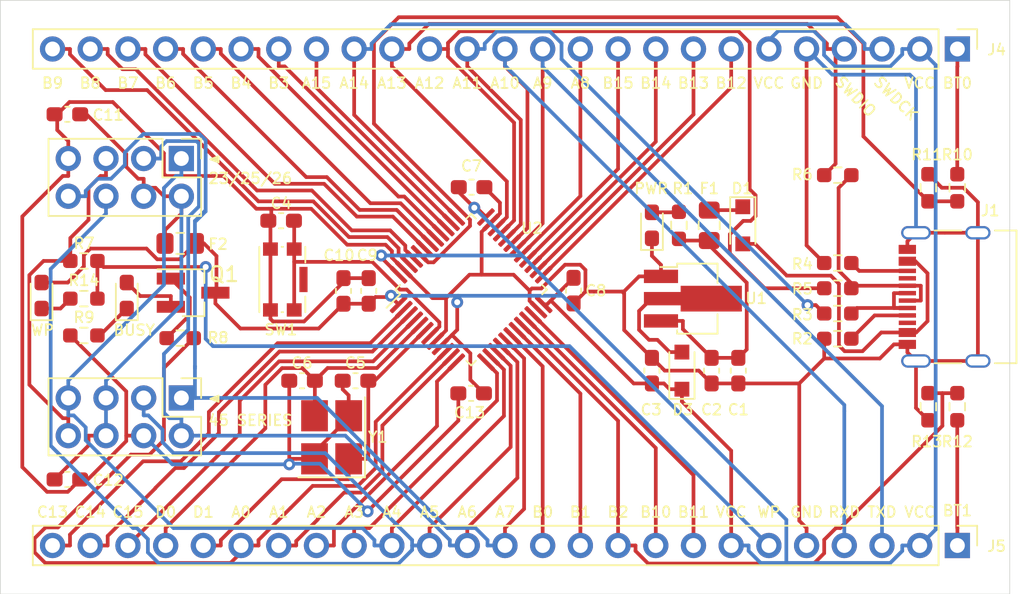
<source format=kicad_pcb>
(kicad_pcb (version 20171130) (host pcbnew 5.1.8+dfsg1-1~bpo10+1)

  (general
    (thickness 1.6)
    (drawings 61)
    (tracks 701)
    (zones 0)
    (modules 44)
    (nets 60)
  )

  (page A4)
  (layers
    (0 F.Cu signal)
    (31 B.Cu signal)
    (33 F.Adhes user)
    (35 F.Paste user)
    (37 F.SilkS user)
    (38 B.Mask user)
    (39 F.Mask user)
    (40 Dwgs.User user)
    (41 Cmts.User user)
    (42 Eco1.User user)
    (43 Eco2.User user)
    (44 Edge.Cuts user)
    (45 Margin user)
    (46 B.CrtYd user)
    (47 F.CrtYd user)
    (49 F.Fab user hide)
  )

  (setup
    (last_trace_width 0.25)
    (trace_clearance 0.2)
    (zone_clearance 0.508)
    (zone_45_only no)
    (trace_min 0.2)
    (via_size 0.8)
    (via_drill 0.4)
    (via_min_size 0.4)
    (via_min_drill 0.3)
    (blind_buried_vias_allowed yes)
    (uvia_size 0.3)
    (uvia_drill 0.1)
    (uvias_allowed yes)
    (uvia_min_size 0.2)
    (uvia_min_drill 0.1)
    (edge_width 0.05)
    (segment_width 0.2)
    (pcb_text_width 0.3)
    (pcb_text_size 1.5 1.5)
    (mod_edge_width 0.12)
    (mod_text_size 0.72 0.72)
    (mod_text_width 0.12)
    (pad_size 1.524 1.524)
    (pad_drill 0.762)
    (pad_to_mask_clearance 0)
    (aux_axis_origin 80.685 95.925)
    (visible_elements FFFFFFFF)
    (pcbplotparams
      (layerselection 0x010e8_ffffffff)
      (usegerberextensions true)
      (usegerberattributes false)
      (usegerberadvancedattributes true)
      (creategerberjobfile true)
      (excludeedgelayer true)
      (linewidth 0.100000)
      (plotframeref false)
      (viasonmask false)
      (mode 1)
      (useauxorigin true)
      (hpglpennumber 1)
      (hpglpenspeed 20)
      (hpglpendiameter 15.000000)
      (psnegative false)
      (psa4output false)
      (plotreference true)
      (plotvalue true)
      (plotinvisibletext false)
      (padsonsilk false)
      (subtractmaskfromsilk false)
      (outputformat 1)
      (mirror false)
      (drillshape 0)
      (scaleselection 1)
      (outputdirectory "gerber/"))
  )

  (net 0 "")
  (net 1 GND)
  (net 2 VCC)
  (net 3 +5V)
  (net 4 "Net-(D1-Pad1)")
  (net 5 "Net-(D2-Pad2)")
  (net 6 "Net-(J1-PadB5)")
  (net 7 "Net-(J1-PadA6)")
  (net 8 "Net-(J1-PadA5)")
  (net 9 "Net-(J1-PadA7)")
  (net 10 /NRST)
  (net 11 /OSC_OUT)
  (net 12 /OSC_IN)
  (net 13 /PB9)
  (net 14 /PB8)
  (net 15 /PB7)
  (net 16 /PB6)
  (net 17 /PB5)
  (net 18 /PB4)
  (net 19 /PB3)
  (net 20 /PA15)
  (net 21 /PA14)
  (net 22 /PA13)
  (net 23 /PA12)
  (net 24 /PA11)
  (net 25 /PA10)
  (net 26 /PA9)
  (net 27 /PA8)
  (net 28 /PB15)
  (net 29 /PB14)
  (net 30 /PB13)
  (net 31 /PB12)
  (net 32 /BOOT0_UP)
  (net 33 /PC13)
  (net 34 /PC14)
  (net 35 /PC15)
  (net 36 /PA0)
  (net 37 /PA1)
  (net 38 /PA2)
  (net 39 /PA3)
  (net 40 /PB0)
  (net 41 /PB1)
  (net 42 /PB2)
  (net 43 /PB10)
  (net 44 /PB11)
  (net 45 /BOOT1_UP)
  (net 46 "Net-(D3-Pad2)")
  (net 47 /DI)
  (net 48 /CLK)
  (net 49 /nWP)
  (net 50 /DO)
  (net 51 /CS)
  (net 52 "Net-(D5-Pad2)")
  (net 53 "Net-(D5-Pad1)")
  (net 54 "Net-(R10-Pad2)")
  (net 55 "Net-(C1-Pad1)")
  (net 56 "Net-(C11-Pad1)")
  (net 57 "Net-(Q1-Pad1)")
  (net 58 "Net-(D4-Pad1)")
  (net 59 "Net-(J5-Pad6)")

  (net_class Default 这是默认网络类。
    (clearance 0.2)
    (trace_width 0.25)
    (via_dia 0.8)
    (via_drill 0.4)
    (uvia_dia 0.3)
    (uvia_drill 0.1)
    (add_net +5V)
    (add_net /BOOT0_UP)
    (add_net /BOOT1_UP)
    (add_net /CLK)
    (add_net /CS)
    (add_net /DI)
    (add_net /DO)
    (add_net /NRST)
    (add_net /OSC_IN)
    (add_net /OSC_OUT)
    (add_net /PA0)
    (add_net /PA1)
    (add_net /PA10)
    (add_net /PA11)
    (add_net /PA12)
    (add_net /PA13)
    (add_net /PA14)
    (add_net /PA15)
    (add_net /PA2)
    (add_net /PA3)
    (add_net /PA8)
    (add_net /PA9)
    (add_net /PB0)
    (add_net /PB1)
    (add_net /PB10)
    (add_net /PB11)
    (add_net /PB12)
    (add_net /PB13)
    (add_net /PB14)
    (add_net /PB15)
    (add_net /PB2)
    (add_net /PB3)
    (add_net /PB4)
    (add_net /PB5)
    (add_net /PB6)
    (add_net /PB7)
    (add_net /PB8)
    (add_net /PB9)
    (add_net /PC13)
    (add_net /PC14)
    (add_net /PC15)
    (add_net /nWP)
    (add_net GND)
    (add_net "Net-(C1-Pad1)")
    (add_net "Net-(C11-Pad1)")
    (add_net "Net-(D1-Pad1)")
    (add_net "Net-(D2-Pad2)")
    (add_net "Net-(D3-Pad2)")
    (add_net "Net-(D4-Pad1)")
    (add_net "Net-(D5-Pad1)")
    (add_net "Net-(D5-Pad2)")
    (add_net "Net-(J1-PadA5)")
    (add_net "Net-(J1-PadA6)")
    (add_net "Net-(J1-PadA7)")
    (add_net "Net-(J1-PadB5)")
    (add_net "Net-(J5-Pad6)")
    (add_net "Net-(Q1-Pad1)")
    (add_net "Net-(R10-Pad2)")
    (add_net VCC)
  )

  (module Package_QFP:LQFP-48_7x7mm_P0.5mm (layer F.Cu) (tedit 5D9F72AF) (tstamp 5FD77426)
    (at 112.4 75.41 45)
    (descr "LQFP, 48 Pin (https://www.analog.com/media/en/technical-documentation/data-sheets/ltc2358-16.pdf), generated with kicad-footprint-generator ipc_gullwing_generator.py")
    (tags "LQFP QFP")
    (path /5FCC5088)
    (attr smd)
    (fp_text reference U2 (at 5.824138 -0.025862) (layer F.SilkS)
      (effects (font (size 0.72 0.72) (thickness 0.12)))
    )
    (fp_text value STM32F103C8T6 (at 0 5.85 45) (layer F.Fab)
      (effects (font (size 1 1) (thickness 0.15)))
    )
    (fp_line (start 5.15 3.15) (end 5.15 0) (layer F.CrtYd) (width 0.05))
    (fp_line (start 3.75 3.15) (end 5.15 3.15) (layer F.CrtYd) (width 0.05))
    (fp_line (start 3.75 3.75) (end 3.75 3.15) (layer F.CrtYd) (width 0.05))
    (fp_line (start 3.15 3.75) (end 3.75 3.75) (layer F.CrtYd) (width 0.05))
    (fp_line (start 3.15 5.15) (end 3.15 3.75) (layer F.CrtYd) (width 0.05))
    (fp_line (start 0 5.15) (end 3.15 5.15) (layer F.CrtYd) (width 0.05))
    (fp_line (start -5.15 3.15) (end -5.15 0) (layer F.CrtYd) (width 0.05))
    (fp_line (start -3.75 3.15) (end -5.15 3.15) (layer F.CrtYd) (width 0.05))
    (fp_line (start -3.75 3.75) (end -3.75 3.15) (layer F.CrtYd) (width 0.05))
    (fp_line (start -3.15 3.75) (end -3.75 3.75) (layer F.CrtYd) (width 0.05))
    (fp_line (start -3.15 5.15) (end -3.15 3.75) (layer F.CrtYd) (width 0.05))
    (fp_line (start 0 5.15) (end -3.15 5.15) (layer F.CrtYd) (width 0.05))
    (fp_line (start 5.15 -3.15) (end 5.15 0) (layer F.CrtYd) (width 0.05))
    (fp_line (start 3.75 -3.15) (end 5.15 -3.15) (layer F.CrtYd) (width 0.05))
    (fp_line (start 3.75 -3.75) (end 3.75 -3.15) (layer F.CrtYd) (width 0.05))
    (fp_line (start 3.15 -3.75) (end 3.75 -3.75) (layer F.CrtYd) (width 0.05))
    (fp_line (start 3.15 -5.15) (end 3.15 -3.75) (layer F.CrtYd) (width 0.05))
    (fp_line (start 0 -5.15) (end 3.15 -5.15) (layer F.CrtYd) (width 0.05))
    (fp_line (start -5.15 -3.15) (end -5.15 0) (layer F.CrtYd) (width 0.05))
    (fp_line (start -3.75 -3.15) (end -5.15 -3.15) (layer F.CrtYd) (width 0.05))
    (fp_line (start -3.75 -3.75) (end -3.75 -3.15) (layer F.CrtYd) (width 0.05))
    (fp_line (start -3.15 -3.75) (end -3.75 -3.75) (layer F.CrtYd) (width 0.05))
    (fp_line (start -3.15 -5.15) (end -3.15 -3.75) (layer F.CrtYd) (width 0.05))
    (fp_line (start 0 -5.15) (end -3.15 -5.15) (layer F.CrtYd) (width 0.05))
    (fp_line (start -3.5 -2.5) (end -2.5 -3.5) (layer F.Fab) (width 0.1))
    (fp_line (start -3.5 3.5) (end -3.5 -2.5) (layer F.Fab) (width 0.1))
    (fp_line (start 3.5 3.5) (end -3.5 3.5) (layer F.Fab) (width 0.1))
    (fp_line (start 3.5 -3.5) (end 3.5 3.5) (layer F.Fab) (width 0.1))
    (fp_line (start -2.5 -3.5) (end 3.5 -3.5) (layer F.Fab) (width 0.1))
    (fp_line (start -3.61 -3.16) (end -4.9 -3.16) (layer F.SilkS) (width 0.12))
    (fp_line (start -3.61 -3.61) (end -3.61 -3.16) (layer F.SilkS) (width 0.12))
    (fp_line (start -3.16 -3.61) (end -3.61 -3.61) (layer F.SilkS) (width 0.12))
    (fp_line (start 3.61 -3.61) (end 3.61 -3.16) (layer F.SilkS) (width 0.12))
    (fp_line (start 3.16 -3.61) (end 3.61 -3.61) (layer F.SilkS) (width 0.12))
    (fp_line (start -3.61 3.61) (end -3.61 3.16) (layer F.SilkS) (width 0.12))
    (fp_line (start -3.16 3.61) (end -3.61 3.61) (layer F.SilkS) (width 0.12))
    (fp_line (start 3.61 3.61) (end 3.61 3.16) (layer F.SilkS) (width 0.12))
    (fp_line (start 3.16 3.61) (end 3.61 3.61) (layer F.SilkS) (width 0.12))
    (fp_text user %R (at 0 0 45) (layer F.Fab)
      (effects (font (size 1 1) (thickness 0.15)))
    )
    (pad 48 smd roundrect (at -2.75 -4.1625 45) (size 0.3 1.475) (layers F.Cu F.Paste F.Mask) (roundrect_rratio 0.25)
      (net 2 VCC))
    (pad 47 smd roundrect (at -2.25 -4.1625 45) (size 0.3 1.475) (layers F.Cu F.Paste F.Mask) (roundrect_rratio 0.25)
      (net 1 GND))
    (pad 46 smd roundrect (at -1.75 -4.1625 45) (size 0.3 1.475) (layers F.Cu F.Paste F.Mask) (roundrect_rratio 0.25)
      (net 13 /PB9))
    (pad 45 smd roundrect (at -1.25 -4.1625 45) (size 0.3 1.475) (layers F.Cu F.Paste F.Mask) (roundrect_rratio 0.25)
      (net 14 /PB8))
    (pad 44 smd roundrect (at -0.75 -4.1625 45) (size 0.3 1.475) (layers F.Cu F.Paste F.Mask) (roundrect_rratio 0.25)
      (net 54 "Net-(R10-Pad2)"))
    (pad 43 smd roundrect (at -0.25 -4.1625 45) (size 0.3 1.475) (layers F.Cu F.Paste F.Mask) (roundrect_rratio 0.25)
      (net 15 /PB7))
    (pad 42 smd roundrect (at 0.25 -4.1625 45) (size 0.3 1.475) (layers F.Cu F.Paste F.Mask) (roundrect_rratio 0.25)
      (net 16 /PB6))
    (pad 41 smd roundrect (at 0.75 -4.1625 45) (size 0.3 1.475) (layers F.Cu F.Paste F.Mask) (roundrect_rratio 0.25)
      (net 17 /PB5))
    (pad 40 smd roundrect (at 1.25 -4.1625 45) (size 0.3 1.475) (layers F.Cu F.Paste F.Mask) (roundrect_rratio 0.25)
      (net 18 /PB4))
    (pad 39 smd roundrect (at 1.75 -4.1625 45) (size 0.3 1.475) (layers F.Cu F.Paste F.Mask) (roundrect_rratio 0.25)
      (net 19 /PB3))
    (pad 38 smd roundrect (at 2.25 -4.1625 45) (size 0.3 1.475) (layers F.Cu F.Paste F.Mask) (roundrect_rratio 0.25)
      (net 20 /PA15))
    (pad 37 smd roundrect (at 2.75 -4.1625 45) (size 0.3 1.475) (layers F.Cu F.Paste F.Mask) (roundrect_rratio 0.25)
      (net 21 /PA14))
    (pad 36 smd roundrect (at 4.1625 -2.75 45) (size 1.475 0.3) (layers F.Cu F.Paste F.Mask) (roundrect_rratio 0.25)
      (net 2 VCC))
    (pad 35 smd roundrect (at 4.1625 -2.25 45) (size 1.475 0.3) (layers F.Cu F.Paste F.Mask) (roundrect_rratio 0.25)
      (net 1 GND))
    (pad 34 smd roundrect (at 4.1625 -1.75 45) (size 1.475 0.3) (layers F.Cu F.Paste F.Mask) (roundrect_rratio 0.25)
      (net 22 /PA13))
    (pad 33 smd roundrect (at 4.1625 -1.25 45) (size 1.475 0.3) (layers F.Cu F.Paste F.Mask) (roundrect_rratio 0.25)
      (net 23 /PA12))
    (pad 32 smd roundrect (at 4.1625 -0.75 45) (size 1.475 0.3) (layers F.Cu F.Paste F.Mask) (roundrect_rratio 0.25)
      (net 24 /PA11))
    (pad 31 smd roundrect (at 4.1625 -0.25 45) (size 1.475 0.3) (layers F.Cu F.Paste F.Mask) (roundrect_rratio 0.25)
      (net 25 /PA10))
    (pad 30 smd roundrect (at 4.1625 0.25 45) (size 1.475 0.3) (layers F.Cu F.Paste F.Mask) (roundrect_rratio 0.25)
      (net 26 /PA9))
    (pad 29 smd roundrect (at 4.1625 0.75 45) (size 1.475 0.3) (layers F.Cu F.Paste F.Mask) (roundrect_rratio 0.25)
      (net 27 /PA8))
    (pad 28 smd roundrect (at 4.1625 1.25 45) (size 1.475 0.3) (layers F.Cu F.Paste F.Mask) (roundrect_rratio 0.25)
      (net 28 /PB15))
    (pad 27 smd roundrect (at 4.1625 1.75 45) (size 1.475 0.3) (layers F.Cu F.Paste F.Mask) (roundrect_rratio 0.25)
      (net 29 /PB14))
    (pad 26 smd roundrect (at 4.1625 2.25 45) (size 1.475 0.3) (layers F.Cu F.Paste F.Mask) (roundrect_rratio 0.25)
      (net 30 /PB13))
    (pad 25 smd roundrect (at 4.1625 2.75 45) (size 1.475 0.3) (layers F.Cu F.Paste F.Mask) (roundrect_rratio 0.25)
      (net 31 /PB12))
    (pad 24 smd roundrect (at 2.75 4.1625 45) (size 0.3 1.475) (layers F.Cu F.Paste F.Mask) (roundrect_rratio 0.25)
      (net 2 VCC))
    (pad 23 smd roundrect (at 2.25 4.1625 45) (size 0.3 1.475) (layers F.Cu F.Paste F.Mask) (roundrect_rratio 0.25)
      (net 1 GND))
    (pad 22 smd roundrect (at 1.75 4.1625 45) (size 0.3 1.475) (layers F.Cu F.Paste F.Mask) (roundrect_rratio 0.25)
      (net 44 /PB11))
    (pad 21 smd roundrect (at 1.25 4.1625 45) (size 0.3 1.475) (layers F.Cu F.Paste F.Mask) (roundrect_rratio 0.25)
      (net 43 /PB10))
    (pad 20 smd roundrect (at 0.75 4.1625 45) (size 0.3 1.475) (layers F.Cu F.Paste F.Mask) (roundrect_rratio 0.25)
      (net 42 /PB2))
    (pad 19 smd roundrect (at 0.25 4.1625 45) (size 0.3 1.475) (layers F.Cu F.Paste F.Mask) (roundrect_rratio 0.25)
      (net 41 /PB1))
    (pad 18 smd roundrect (at -0.25 4.1625 45) (size 0.3 1.475) (layers F.Cu F.Paste F.Mask) (roundrect_rratio 0.25)
      (net 40 /PB0))
    (pad 17 smd roundrect (at -0.75 4.1625 45) (size 0.3 1.475) (layers F.Cu F.Paste F.Mask) (roundrect_rratio 0.25)
      (net 47 /DI))
    (pad 16 smd roundrect (at -1.25 4.1625 45) (size 0.3 1.475) (layers F.Cu F.Paste F.Mask) (roundrect_rratio 0.25)
      (net 50 /DO))
    (pad 15 smd roundrect (at -1.75 4.1625 45) (size 0.3 1.475) (layers F.Cu F.Paste F.Mask) (roundrect_rratio 0.25)
      (net 48 /CLK))
    (pad 14 smd roundrect (at -2.25 4.1625 45) (size 0.3 1.475) (layers F.Cu F.Paste F.Mask) (roundrect_rratio 0.25)
      (net 51 /CS))
    (pad 13 smd roundrect (at -2.75 4.1625 45) (size 0.3 1.475) (layers F.Cu F.Paste F.Mask) (roundrect_rratio 0.25)
      (net 39 /PA3))
    (pad 12 smd roundrect (at -4.1625 2.75 45) (size 1.475 0.3) (layers F.Cu F.Paste F.Mask) (roundrect_rratio 0.25)
      (net 38 /PA2))
    (pad 11 smd roundrect (at -4.1625 2.25 45) (size 1.475 0.3) (layers F.Cu F.Paste F.Mask) (roundrect_rratio 0.25)
      (net 37 /PA1))
    (pad 10 smd roundrect (at -4.1625 1.75 45) (size 1.475 0.3) (layers F.Cu F.Paste F.Mask) (roundrect_rratio 0.25)
      (net 36 /PA0))
    (pad 9 smd roundrect (at -4.1625 1.25 45) (size 1.475 0.3) (layers F.Cu F.Paste F.Mask) (roundrect_rratio 0.25)
      (net 2 VCC))
    (pad 8 smd roundrect (at -4.1625 0.75 45) (size 1.475 0.3) (layers F.Cu F.Paste F.Mask) (roundrect_rratio 0.25)
      (net 1 GND))
    (pad 7 smd roundrect (at -4.1625 0.25 45) (size 1.475 0.3) (layers F.Cu F.Paste F.Mask) (roundrect_rratio 0.25)
      (net 10 /NRST))
    (pad 6 smd roundrect (at -4.1625 -0.25 45) (size 1.475 0.3) (layers F.Cu F.Paste F.Mask) (roundrect_rratio 0.25)
      (net 11 /OSC_OUT))
    (pad 5 smd roundrect (at -4.1625 -0.75 45) (size 1.475 0.3) (layers F.Cu F.Paste F.Mask) (roundrect_rratio 0.25)
      (net 12 /OSC_IN))
    (pad 4 smd roundrect (at -4.1625 -1.25 45) (size 1.475 0.3) (layers F.Cu F.Paste F.Mask) (roundrect_rratio 0.25)
      (net 35 /PC15))
    (pad 3 smd roundrect (at -4.1625 -1.75 45) (size 1.475 0.3) (layers F.Cu F.Paste F.Mask) (roundrect_rratio 0.25)
      (net 34 /PC14))
    (pad 2 smd roundrect (at -4.1625 -2.25 45) (size 1.475 0.3) (layers F.Cu F.Paste F.Mask) (roundrect_rratio 0.25)
      (net 33 /PC13))
    (pad 1 smd roundrect (at -4.1625 -2.75 45) (size 1.475 0.3) (layers F.Cu F.Paste F.Mask) (roundrect_rratio 0.25)
      (net 2 VCC))
    (model ${KISYS3DMOD}/Package_QFP.3dshapes/LQFP-48_7x7mm_P0.5mm.wrl
      (at (xyz 0 0 0))
      (scale (xyz 1 1 1))
      (rotate (xyz 0 0 0))
    )
  )

  (module Resistor_SMD:R_0603_1608Metric_Pad0.98x0.95mm_HandSolder (layer F.Cu) (tedit 5F68FEEE) (tstamp 5FE71904)
    (at 86.31 76.02)
    (descr "Resistor SMD 0603 (1608 Metric), square (rectangular) end terminal, IPC_7351 nominal with elongated pad for handsoldering. (Body size source: IPC-SM-782 page 72, https://www.pcb-3d.com/wordpress/wp-content/uploads/ipc-sm-782a_amendment_1_and_2.pdf), generated with kicad-footprint-generator")
    (tags "resistor handsolder")
    (path /5FF2EA0A)
    (attr smd)
    (fp_text reference R14 (at 0.01 -1.23) (layer F.SilkS)
      (effects (font (size 0.72 0.72) (thickness 0.12)))
    )
    (fp_text value 1K (at 0 1.43) (layer F.Fab)
      (effects (font (size 1 1) (thickness 0.15)))
    )
    (fp_line (start 1.65 0.73) (end -1.65 0.73) (layer F.CrtYd) (width 0.05))
    (fp_line (start 1.65 -0.73) (end 1.65 0.73) (layer F.CrtYd) (width 0.05))
    (fp_line (start -1.65 -0.73) (end 1.65 -0.73) (layer F.CrtYd) (width 0.05))
    (fp_line (start -1.65 0.73) (end -1.65 -0.73) (layer F.CrtYd) (width 0.05))
    (fp_line (start -0.254724 0.5225) (end 0.254724 0.5225) (layer F.SilkS) (width 0.12))
    (fp_line (start -0.254724 -0.5225) (end 0.254724 -0.5225) (layer F.SilkS) (width 0.12))
    (fp_line (start 0.8 0.4125) (end -0.8 0.4125) (layer F.Fab) (width 0.1))
    (fp_line (start 0.8 -0.4125) (end 0.8 0.4125) (layer F.Fab) (width 0.1))
    (fp_line (start -0.8 -0.4125) (end 0.8 -0.4125) (layer F.Fab) (width 0.1))
    (fp_line (start -0.8 0.4125) (end -0.8 -0.4125) (layer F.Fab) (width 0.1))
    (fp_text user %R (at 0 0) (layer F.Fab)
      (effects (font (size 0.4 0.4) (thickness 0.06)))
    )
    (pad 2 smd roundrect (at 0.9125 0) (size 0.975 0.95) (layers F.Cu F.Paste F.Mask) (roundrect_rratio 0.25)
      (net 59 "Net-(J5-Pad6)"))
    (pad 1 smd roundrect (at -0.9125 0) (size 0.975 0.95) (layers F.Cu F.Paste F.Mask) (roundrect_rratio 0.25)
      (net 58 "Net-(D4-Pad1)"))
    (model ${KISYS3DMOD}/Resistor_SMD.3dshapes/R_0603_1608Metric.wrl
      (at (xyz 0 0 0))
      (scale (xyz 1 1 1))
      (rotate (xyz 0 0 0))
    )
  )

  (module Package_TO_SOT_SMD:SOT-23_Handsoldering (layer F.Cu) (tedit 5A0AB76C) (tstamp 5FD847FE)
    (at 93.67 75.62)
    (descr "SOT-23, Handsoldering")
    (tags SOT-23)
    (path /5FDBF8FE)
    (attr smd)
    (fp_text reference Q1 (at 2.08 -1.24) (layer F.SilkS)
      (effects (font (size 1 1) (thickness 0.15)))
    )
    (fp_text value S9012 (at 0 2.5) (layer F.Fab)
      (effects (font (size 1 1) (thickness 0.15)))
    )
    (fp_line (start 0.76 1.58) (end 0.76 0.65) (layer F.SilkS) (width 0.12))
    (fp_line (start 0.76 -1.58) (end 0.76 -0.65) (layer F.SilkS) (width 0.12))
    (fp_line (start -2.7 -1.75) (end 2.7 -1.75) (layer F.CrtYd) (width 0.05))
    (fp_line (start 2.7 -1.75) (end 2.7 1.75) (layer F.CrtYd) (width 0.05))
    (fp_line (start 2.7 1.75) (end -2.7 1.75) (layer F.CrtYd) (width 0.05))
    (fp_line (start -2.7 1.75) (end -2.7 -1.75) (layer F.CrtYd) (width 0.05))
    (fp_line (start 0.76 -1.58) (end -2.4 -1.58) (layer F.SilkS) (width 0.12))
    (fp_line (start -0.7 -0.95) (end -0.7 1.5) (layer F.Fab) (width 0.1))
    (fp_line (start -0.15 -1.52) (end 0.7 -1.52) (layer F.Fab) (width 0.1))
    (fp_line (start -0.7 -0.95) (end -0.15 -1.52) (layer F.Fab) (width 0.1))
    (fp_line (start 0.7 -1.52) (end 0.7 1.52) (layer F.Fab) (width 0.1))
    (fp_line (start -0.7 1.52) (end 0.7 1.52) (layer F.Fab) (width 0.1))
    (fp_line (start 0.76 1.58) (end -0.7 1.58) (layer F.SilkS) (width 0.12))
    (fp_text user %R (at 0 0 90) (layer F.Fab)
      (effects (font (size 0.5 0.5) (thickness 0.075)))
    )
    (pad 3 smd rect (at 1.5 0) (size 1.9 0.8) (layers F.Cu F.Paste F.Mask)
      (net 2 VCC))
    (pad 2 smd rect (at -1.5 0.95) (size 1.9 0.8) (layers F.Cu F.Paste F.Mask)
      (net 52 "Net-(D5-Pad2)"))
    (pad 1 smd rect (at -1.5 -0.95) (size 1.9 0.8) (layers F.Cu F.Paste F.Mask)
      (net 57 "Net-(Q1-Pad1)"))
    (model ${KISYS3DMOD}/Package_TO_SOT_SMD.3dshapes/SOT-23.wrl
      (at (xyz 0 0 0))
      (scale (xyz 1 1 1))
      (rotate (xyz 0 0 0))
    )
  )

  (module LED_SMD:LED_0603_1608Metric_Pad1.05x0.95mm_HandSolder (layer F.Cu) (tedit 5F68FEF1) (tstamp 5FD7A7C7)
    (at 89.2 75.81 90)
    (descr "LED SMD 0603 (1608 Metric), square (rectangular) end terminal, IPC_7351 nominal, (Body size source: http://www.tortai-tech.com/upload/download/2011102023233369053.pdf), generated with kicad-footprint-generator")
    (tags "LED handsolder")
    (path /5FF9A509)
    (attr smd)
    (fp_text reference D5 (at 2.27 0.1 180) (layer F.SilkS) hide
      (effects (font (size 1 1) (thickness 0.15)))
    )
    (fp_text value "LED(YELLOW)" (at 0 1.43 90) (layer F.Fab)
      (effects (font (size 1 1) (thickness 0.15)))
    )
    (fp_line (start 0.8 -0.4) (end -0.5 -0.4) (layer F.Fab) (width 0.1))
    (fp_line (start -0.5 -0.4) (end -0.8 -0.1) (layer F.Fab) (width 0.1))
    (fp_line (start -0.8 -0.1) (end -0.8 0.4) (layer F.Fab) (width 0.1))
    (fp_line (start -0.8 0.4) (end 0.8 0.4) (layer F.Fab) (width 0.1))
    (fp_line (start 0.8 0.4) (end 0.8 -0.4) (layer F.Fab) (width 0.1))
    (fp_line (start 0.8 -0.735) (end -1.66 -0.735) (layer F.SilkS) (width 0.12))
    (fp_line (start -1.66 -0.735) (end -1.66 0.735) (layer F.SilkS) (width 0.12))
    (fp_line (start -1.66 0.735) (end 0.8 0.735) (layer F.SilkS) (width 0.12))
    (fp_line (start -1.65 0.73) (end -1.65 -0.73) (layer F.CrtYd) (width 0.05))
    (fp_line (start -1.65 -0.73) (end 1.65 -0.73) (layer F.CrtYd) (width 0.05))
    (fp_line (start 1.65 -0.73) (end 1.65 0.73) (layer F.CrtYd) (width 0.05))
    (fp_line (start 1.65 0.73) (end -1.65 0.73) (layer F.CrtYd) (width 0.05))
    (fp_text user %R (at 0 0 90) (layer F.Fab)
      (effects (font (size 0.4 0.4) (thickness 0.06)))
    )
    (pad 2 smd roundrect (at 0.875 0 90) (size 1.05 0.95) (layers F.Cu F.Paste F.Mask) (roundrect_rratio 0.25)
      (net 52 "Net-(D5-Pad2)"))
    (pad 1 smd roundrect (at -0.875 0 90) (size 1.05 0.95) (layers F.Cu F.Paste F.Mask) (roundrect_rratio 0.25)
      (net 53 "Net-(D5-Pad1)"))
    (model ${KISYS3DMOD}/LED_SMD.3dshapes/LED_0603_1608Metric.wrl
      (at (xyz 0 0 0))
      (scale (xyz 1 1 1))
      (rotate (xyz 0 0 0))
    )
  )

  (module LED_SMD:LED_0603_1608Metric_Pad1.05x0.95mm_HandSolder (layer F.Cu) (tedit 5F68FEF1) (tstamp 5FD7A800)
    (at 83.46 75.81 90)
    (descr "LED SMD 0603 (1608 Metric), square (rectangular) end terminal, IPC_7351 nominal, (Body size source: http://www.tortai-tech.com/upload/download/2011102023233369053.pdf), generated with kicad-footprint-generator")
    (tags "LED handsolder")
    (path /5FF812B9)
    (attr smd)
    (fp_text reference D4 (at 2.27 0 180) (layer F.SilkS) hide
      (effects (font (size 1 1) (thickness 0.15)))
    )
    (fp_text value "LED(BLUE)" (at 0 1.43 90) (layer F.Fab)
      (effects (font (size 1 1) (thickness 0.15)))
    )
    (fp_line (start 0.8 -0.4) (end -0.5 -0.4) (layer F.Fab) (width 0.1))
    (fp_line (start -0.5 -0.4) (end -0.8 -0.1) (layer F.Fab) (width 0.1))
    (fp_line (start -0.8 -0.1) (end -0.8 0.4) (layer F.Fab) (width 0.1))
    (fp_line (start -0.8 0.4) (end 0.8 0.4) (layer F.Fab) (width 0.1))
    (fp_line (start 0.8 0.4) (end 0.8 -0.4) (layer F.Fab) (width 0.1))
    (fp_line (start 0.8 -0.735) (end -1.66 -0.735) (layer F.SilkS) (width 0.12))
    (fp_line (start -1.66 -0.735) (end -1.66 0.735) (layer F.SilkS) (width 0.12))
    (fp_line (start -1.66 0.735) (end 0.8 0.735) (layer F.SilkS) (width 0.12))
    (fp_line (start -1.65 0.73) (end -1.65 -0.73) (layer F.CrtYd) (width 0.05))
    (fp_line (start -1.65 -0.73) (end 1.65 -0.73) (layer F.CrtYd) (width 0.05))
    (fp_line (start 1.65 -0.73) (end 1.65 0.73) (layer F.CrtYd) (width 0.05))
    (fp_line (start 1.65 0.73) (end -1.65 0.73) (layer F.CrtYd) (width 0.05))
    (fp_text user %R (at 0 0 90) (layer F.Fab)
      (effects (font (size 0.4 0.4) (thickness 0.06)))
    )
    (pad 2 smd roundrect (at 0.875 0 90) (size 1.05 0.95) (layers F.Cu F.Paste F.Mask) (roundrect_rratio 0.25)
      (net 2 VCC))
    (pad 1 smd roundrect (at -0.875 0 90) (size 1.05 0.95) (layers F.Cu F.Paste F.Mask) (roundrect_rratio 0.25)
      (net 58 "Net-(D4-Pad1)"))
    (model ${KISYS3DMOD}/LED_SMD.3dshapes/LED_0603_1608Metric.wrl
      (at (xyz 0 0 0))
      (scale (xyz 1 1 1))
      (rotate (xyz 0 0 0))
    )
  )

  (module Crystal:Crystal_SMD_3225-4Pin_3.2x2.5mm_HandSoldering (layer F.Cu) (tedit 5A0FD1B2) (tstamp 5FD8E674)
    (at 103 85.36 90)
    (descr "SMD Crystal SERIES SMD3225/4 http://www.txccrystal.com/images/pdf/7m-accuracy.pdf, hand-soldering, 3.2x2.5mm^2 package")
    (tags "SMD SMT crystal hand-soldering")
    (path /6000B4E6)
    (attr smd)
    (fp_text reference Y1 (at 0.01 3.11 180) (layer F.SilkS)
      (effects (font (size 0.72 0.72) (thickness 0.12)))
    )
    (fp_text value 8MHz (at 0 3.05 90) (layer F.Fab)
      (effects (font (size 1 1) (thickness 0.15)))
    )
    (fp_line (start 2.8 -2.3) (end -2.8 -2.3) (layer F.CrtYd) (width 0.05))
    (fp_line (start 2.8 2.3) (end 2.8 -2.3) (layer F.CrtYd) (width 0.05))
    (fp_line (start -2.8 2.3) (end 2.8 2.3) (layer F.CrtYd) (width 0.05))
    (fp_line (start -2.8 -2.3) (end -2.8 2.3) (layer F.CrtYd) (width 0.05))
    (fp_line (start -2.7 2.25) (end 2.7 2.25) (layer F.SilkS) (width 0.12))
    (fp_line (start -2.7 -2.25) (end -2.7 2.25) (layer F.SilkS) (width 0.12))
    (fp_line (start -1.6 0.25) (end -0.6 1.25) (layer F.Fab) (width 0.1))
    (fp_line (start 1.6 -1.25) (end -1.6 -1.25) (layer F.Fab) (width 0.1))
    (fp_line (start 1.6 1.25) (end 1.6 -1.25) (layer F.Fab) (width 0.1))
    (fp_line (start -1.6 1.25) (end 1.6 1.25) (layer F.Fab) (width 0.1))
    (fp_line (start -1.6 -1.25) (end -1.6 1.25) (layer F.Fab) (width 0.1))
    (fp_text user %R (at 0 0 180) (layer F.Fab)
      (effects (font (size 0.7 0.7) (thickness 0.105)))
    )
    (pad 4 smd rect (at -1.45 -1.15 90) (size 2.1 1.8) (layers F.Cu F.Paste F.Mask)
      (net 1 GND))
    (pad 3 smd rect (at 1.45 -1.15 90) (size 2.1 1.8) (layers F.Cu F.Paste F.Mask)
      (net 12 /OSC_IN))
    (pad 2 smd rect (at 1.45 1.15 90) (size 2.1 1.8) (layers F.Cu F.Paste F.Mask)
      (net 1 GND))
    (pad 1 smd rect (at -1.45 1.15 90) (size 2.1 1.8) (layers F.Cu F.Paste F.Mask)
      (net 11 /OSC_OUT))
    (model ${KISYS3DMOD}/Crystal.3dshapes/Crystal_SMD_3225-4Pin_3.2x2.5mm_HandSoldering.wrl
      (at (xyz 0 0 0))
      (scale (xyz 1 1 1))
      (rotate (xyz 0 0 0))
    )
  )

  (module Package_TO_SOT_SMD:SOT-89-3_Handsoldering (layer F.Cu) (tedit 5C33D6DD) (tstamp 5FD78A4C)
    (at 127.34 76.02)
    (descr "SOT-89-3 Handsoldering")
    (tags "SOT-89-3 Handsoldering")
    (path /5FC5C36B)
    (attr smd)
    (fp_text reference U1 (at 4.26 -0.02) (layer F.SilkS)
      (effects (font (size 0.72 0.72) (thickness 0.12)))
    )
    (fp_text value AMS1117-3.3 (at 0.3 3.5) (layer F.Fab)
      (effects (font (size 1 1) (thickness 0.15)))
    )
    (fp_line (start -1.06 2.36) (end -1.06 2.13) (layer F.SilkS) (width 0.12))
    (fp_line (start -1.06 -2.36) (end -1.06 -2.13) (layer F.SilkS) (width 0.12))
    (fp_line (start -1.06 -2.36) (end 1.66 -2.36) (layer F.SilkS) (width 0.12))
    (fp_line (start -3.55 2.5) (end -3.55 -2.5) (layer F.CrtYd) (width 0.05))
    (fp_line (start -3.55 2.5) (end 3.55 2.5) (layer F.CrtYd) (width 0.05))
    (fp_line (start 3.55 -2.5) (end -3.55 -2.5) (layer F.CrtYd) (width 0.05))
    (fp_line (start 3.55 -2.5) (end 3.55 2.5) (layer F.CrtYd) (width 0.05))
    (fp_line (start 0.05 -2.25) (end 1.55 -2.25) (layer F.Fab) (width 0.1))
    (fp_line (start -0.95 2.25) (end -0.95 -1.25) (layer F.Fab) (width 0.1))
    (fp_line (start 1.55 2.25) (end -0.95 2.25) (layer F.Fab) (width 0.1))
    (fp_line (start 1.55 -2.25) (end 1.55 2.25) (layer F.Fab) (width 0.1))
    (fp_line (start -0.95 -1.25) (end 0.05 -2.25) (layer F.Fab) (width 0.1))
    (fp_line (start 1.66 -2.36) (end 1.66 -1.05) (layer F.SilkS) (width 0.12))
    (fp_line (start -2.2 -2.13) (end -1.06 -2.13) (layer F.SilkS) (width 0.12))
    (fp_line (start 1.66 2.36) (end -1.06 2.36) (layer F.SilkS) (width 0.12))
    (fp_line (start 1.66 1.05) (end 1.66 2.36) (layer F.SilkS) (width 0.12))
    (fp_text user %R (at 0.5 0 90) (layer F.Fab)
      (effects (font (size 1 1) (thickness 0.15)))
    )
    (pad 2 smd custom (at -2.0625 0) (size 2.475 0.9) (layers F.Cu F.Paste F.Mask)
      (net 46 "Net-(D3-Pad2)") (zone_connect 2)
      (options (clearance outline) (anchor rect))
      (primitives
        (gr_poly (pts
           (xy 1.2375 -0.8665) (xy 5.3625 -0.8665) (xy 5.3625 0.8665) (xy 1.2375 0.8665)) (width 0))
      ))
    (pad 3 smd rect (at -2.15 1.5) (size 2.3 0.9) (layers F.Cu F.Paste F.Mask)
      (net 55 "Net-(C1-Pad1)"))
    (pad 1 smd rect (at -2.15 -1.5) (size 2.3 0.9) (layers F.Cu F.Paste F.Mask)
      (net 1 GND))
    (model ${KISYS3DMOD}/Package_TO_SOT_SMD.3dshapes/SOT-89-3.wrl
      (at (xyz 0 0 0))
      (scale (xyz 1 1 1))
      (rotate (xyz 0 0 0))
    )
  )

  (module Button_Switch_SMD:SW_Push_1P1T-SH_NO_CK_KMR2xxG (layer F.Cu) (tedit 5D8D2A01) (tstamp 5FD8E5ED)
    (at 99.68 74.73 270)
    (descr "CK components KMR2 tactile switch with ground pin http://www.ckswitches.com/media/1479/kmr2.pdf")
    (tags "tactile switch kmr2")
    (path /5FCBC286)
    (attr smd)
    (fp_text reference SW1 (at 3.38 0.1 180) (layer F.SilkS)
      (effects (font (size 0.72 0.72) (thickness 0.12)))
    )
    (fp_text value KMR241G (at 0 2.55 90) (layer F.Fab)
      (effects (font (size 1 1) (thickness 0.15)))
    )
    (fp_line (start -1.15 -1.55) (end -2.2 -1.55) (layer F.SilkS) (width 0.12))
    (fp_line (start -2.1 -1.4) (end 2.1 -1.4) (layer F.Fab) (width 0.1))
    (fp_line (start 2.1 -1.4) (end 2.1 1.4) (layer F.Fab) (width 0.1))
    (fp_line (start 2.1 1.4) (end -2.1 1.4) (layer F.Fab) (width 0.1))
    (fp_line (start -2.1 1.4) (end -2.1 -1.4) (layer F.Fab) (width 0.1))
    (fp_line (start 2.2 0.05) (end 2.2 -0.05) (layer F.SilkS) (width 0.12))
    (fp_line (start -2.8 -1.8) (end 2.8 -1.8) (layer F.CrtYd) (width 0.05))
    (fp_line (start 2.8 -1.8) (end 2.8 1.8) (layer F.CrtYd) (width 0.05))
    (fp_line (start 2.8 1.8) (end -2.8 1.8) (layer F.CrtYd) (width 0.05))
    (fp_line (start -2.8 1.8) (end -2.8 -1.8) (layer F.CrtYd) (width 0.05))
    (fp_circle (center 0 0) (end 0 0.8) (layer F.Fab) (width 0.1))
    (fp_line (start -2.2 1.55) (end 2.2 1.55) (layer F.SilkS) (width 0.12))
    (fp_line (start 2.2 -1.55) (end 1.15 -1.55) (layer F.SilkS) (width 0.12))
    (fp_line (start -2.2 0.05) (end -2.2 -0.05) (layer F.SilkS) (width 0.12))
    (fp_text user %R (at 3.61 0.05 180) (layer F.Fab)
      (effects (font (size 1 1) (thickness 0.15)))
    )
    (pad SH smd rect (at 0 -1.425 270) (size 1.7 0.55) (layers F.Cu F.Paste F.Mask))
    (pad 1 smd rect (at -2.05 -0.8 270) (size 0.9 1) (layers F.Cu F.Paste F.Mask)
      (net 10 /NRST))
    (pad 2 smd rect (at -2.05 0.8 270) (size 0.9 1) (layers F.Cu F.Paste F.Mask)
      (net 1 GND))
    (pad 1 smd rect (at 2.05 -0.8 270) (size 0.9 1) (layers F.Cu F.Paste F.Mask)
      (net 10 /NRST))
    (pad 2 smd rect (at 2.05 0.8 270) (size 0.9 1) (layers F.Cu F.Paste F.Mask)
      (net 1 GND))
    (model ${KISYS3DMOD}/Button_Switch_SMD.3dshapes/SW_Push_1P1T-SH_NO_CK_KMR2xxG.wrl
      (at (xyz 0 0 0))
      (scale (xyz 1 1 1))
      (rotate (xyz 0 0 0))
    )
  )

  (module Resistor_SMD:R_0603_1608Metric_Pad0.98x0.95mm_HandSolder (layer F.Cu) (tedit 5F68FEEE) (tstamp 5FD8E5D5)
    (at 143.2 83.3 270)
    (descr "Resistor SMD 0603 (1608 Metric), square (rectangular) end terminal, IPC_7351 nominal with elongated pad for handsoldering. (Body size source: IPC-SM-782 page 72, https://www.pcb-3d.com/wordpress/wp-content/uploads/ipc-sm-782a_amendment_1_and_2.pdf), generated with kicad-footprint-generator")
    (tags "resistor handsolder")
    (path /5FD6DE8C)
    (attr smd)
    (fp_text reference R13 (at 2.35 0.1 180) (layer F.SilkS)
      (effects (font (size 0.72 0.72) (thickness 0.12)))
    )
    (fp_text value 10K (at 0 1.43 90) (layer F.Fab)
      (effects (font (size 1 1) (thickness 0.15)))
    )
    (fp_line (start 1.65 0.73) (end -1.65 0.73) (layer F.CrtYd) (width 0.05))
    (fp_line (start 1.65 -0.73) (end 1.65 0.73) (layer F.CrtYd) (width 0.05))
    (fp_line (start -1.65 -0.73) (end 1.65 -0.73) (layer F.CrtYd) (width 0.05))
    (fp_line (start -1.65 0.73) (end -1.65 -0.73) (layer F.CrtYd) (width 0.05))
    (fp_line (start -0.254724 0.5225) (end 0.254724 0.5225) (layer F.SilkS) (width 0.12))
    (fp_line (start -0.254724 -0.5225) (end 0.254724 -0.5225) (layer F.SilkS) (width 0.12))
    (fp_line (start 0.8 0.4125) (end -0.8 0.4125) (layer F.Fab) (width 0.1))
    (fp_line (start 0.8 -0.4125) (end 0.8 0.4125) (layer F.Fab) (width 0.1))
    (fp_line (start -0.8 -0.4125) (end 0.8 -0.4125) (layer F.Fab) (width 0.1))
    (fp_line (start -0.8 0.4125) (end -0.8 -0.4125) (layer F.Fab) (width 0.1))
    (fp_text user %R (at 0 0 90) (layer F.Fab)
      (effects (font (size 0.4 0.4) (thickness 0.06)))
    )
    (pad 2 smd roundrect (at 0.9125 0 270) (size 0.975 0.95) (layers F.Cu F.Paste F.Mask) (roundrect_rratio 0.25)
      (net 1 GND))
    (pad 1 smd roundrect (at -0.9125 0 270) (size 0.975 0.95) (layers F.Cu F.Paste F.Mask) (roundrect_rratio 0.25)
      (net 42 /PB2))
    (model ${KISYS3DMOD}/Resistor_SMD.3dshapes/R_0603_1608Metric.wrl
      (at (xyz 0 0 0))
      (scale (xyz 1 1 1))
      (rotate (xyz 0 0 0))
    )
  )

  (module Resistor_SMD:R_0603_1608Metric_Pad0.98x0.95mm_HandSolder (layer F.Cu) (tedit 5F68FEEE) (tstamp 5FD8E5C4)
    (at 145.15 83.3 90)
    (descr "Resistor SMD 0603 (1608 Metric), square (rectangular) end terminal, IPC_7351 nominal with elongated pad for handsoldering. (Body size source: IPC-SM-782 page 72, https://www.pcb-3d.com/wordpress/wp-content/uploads/ipc-sm-782a_amendment_1_and_2.pdf), generated with kicad-footprint-generator")
    (tags "resistor handsolder")
    (path /5FD6DE86)
    (attr smd)
    (fp_text reference R12 (at -2.35 0 180) (layer F.SilkS)
      (effects (font (size 0.72 0.72) (thickness 0.12)))
    )
    (fp_text value 1K (at 0 1.43 90) (layer F.Fab)
      (effects (font (size 1 1) (thickness 0.15)))
    )
    (fp_line (start 1.65 0.73) (end -1.65 0.73) (layer F.CrtYd) (width 0.05))
    (fp_line (start 1.65 -0.73) (end 1.65 0.73) (layer F.CrtYd) (width 0.05))
    (fp_line (start -1.65 -0.73) (end 1.65 -0.73) (layer F.CrtYd) (width 0.05))
    (fp_line (start -1.65 0.73) (end -1.65 -0.73) (layer F.CrtYd) (width 0.05))
    (fp_line (start -0.254724 0.5225) (end 0.254724 0.5225) (layer F.SilkS) (width 0.12))
    (fp_line (start -0.254724 -0.5225) (end 0.254724 -0.5225) (layer F.SilkS) (width 0.12))
    (fp_line (start 0.8 0.4125) (end -0.8 0.4125) (layer F.Fab) (width 0.1))
    (fp_line (start 0.8 -0.4125) (end 0.8 0.4125) (layer F.Fab) (width 0.1))
    (fp_line (start -0.8 -0.4125) (end 0.8 -0.4125) (layer F.Fab) (width 0.1))
    (fp_line (start -0.8 0.4125) (end -0.8 -0.4125) (layer F.Fab) (width 0.1))
    (fp_text user %R (at 0 0 90) (layer F.Fab)
      (effects (font (size 0.4 0.4) (thickness 0.06)))
    )
    (pad 2 smd roundrect (at 0.9125 0 90) (size 0.975 0.95) (layers F.Cu F.Paste F.Mask) (roundrect_rratio 0.25)
      (net 42 /PB2))
    (pad 1 smd roundrect (at -0.9125 0 90) (size 0.975 0.95) (layers F.Cu F.Paste F.Mask) (roundrect_rratio 0.25)
      (net 45 /BOOT1_UP))
    (model ${KISYS3DMOD}/Resistor_SMD.3dshapes/R_0603_1608Metric.wrl
      (at (xyz 0 0 0))
      (scale (xyz 1 1 1))
      (rotate (xyz 0 0 0))
    )
  )

  (module Resistor_SMD:R_0603_1608Metric_Pad0.98x0.95mm_HandSolder (layer F.Cu) (tedit 5F68FEEE) (tstamp 5FD8E5B3)
    (at 143.2 68.55 90)
    (descr "Resistor SMD 0603 (1608 Metric), square (rectangular) end terminal, IPC_7351 nominal with elongated pad for handsoldering. (Body size source: IPC-SM-782 page 72, https://www.pcb-3d.com/wordpress/wp-content/uploads/ipc-sm-782a_amendment_1_and_2.pdf), generated with kicad-footprint-generator")
    (tags "resistor handsolder")
    (path /5FD64B00)
    (attr smd)
    (fp_text reference R11 (at 2.23 -0.1 180) (layer F.SilkS)
      (effects (font (size 0.72 0.72) (thickness 0.12)))
    )
    (fp_text value 10K (at 0 1.43 90) (layer F.Fab)
      (effects (font (size 1 1) (thickness 0.15)))
    )
    (fp_line (start 1.65 0.73) (end -1.65 0.73) (layer F.CrtYd) (width 0.05))
    (fp_line (start 1.65 -0.73) (end 1.65 0.73) (layer F.CrtYd) (width 0.05))
    (fp_line (start -1.65 -0.73) (end 1.65 -0.73) (layer F.CrtYd) (width 0.05))
    (fp_line (start -1.65 0.73) (end -1.65 -0.73) (layer F.CrtYd) (width 0.05))
    (fp_line (start -0.254724 0.5225) (end 0.254724 0.5225) (layer F.SilkS) (width 0.12))
    (fp_line (start -0.254724 -0.5225) (end 0.254724 -0.5225) (layer F.SilkS) (width 0.12))
    (fp_line (start 0.8 0.4125) (end -0.8 0.4125) (layer F.Fab) (width 0.1))
    (fp_line (start 0.8 -0.4125) (end 0.8 0.4125) (layer F.Fab) (width 0.1))
    (fp_line (start -0.8 -0.4125) (end 0.8 -0.4125) (layer F.Fab) (width 0.1))
    (fp_line (start -0.8 0.4125) (end -0.8 -0.4125) (layer F.Fab) (width 0.1))
    (fp_text user %R (at 0 0 90) (layer F.Fab)
      (effects (font (size 0.4 0.4) (thickness 0.06)))
    )
    (pad 2 smd roundrect (at 0.9125 0 90) (size 0.975 0.95) (layers F.Cu F.Paste F.Mask) (roundrect_rratio 0.25)
      (net 1 GND))
    (pad 1 smd roundrect (at -0.9125 0 90) (size 0.975 0.95) (layers F.Cu F.Paste F.Mask) (roundrect_rratio 0.25)
      (net 54 "Net-(R10-Pad2)"))
    (model ${KISYS3DMOD}/Resistor_SMD.3dshapes/R_0603_1608Metric.wrl
      (at (xyz 0 0 0))
      (scale (xyz 1 1 1))
      (rotate (xyz 0 0 0))
    )
  )

  (module Resistor_SMD:R_0603_1608Metric_Pad0.98x0.95mm_HandSolder (layer F.Cu) (tedit 5F68FEEE) (tstamp 5FD8E5A2)
    (at 145.15 68.55 270)
    (descr "Resistor SMD 0603 (1608 Metric), square (rectangular) end terminal, IPC_7351 nominal with elongated pad for handsoldering. (Body size source: IPC-SM-782 page 72, https://www.pcb-3d.com/wordpress/wp-content/uploads/ipc-sm-782a_amendment_1_and_2.pdf), generated with kicad-footprint-generator")
    (tags "resistor handsolder")
    (path /5FD641EF)
    (attr smd)
    (fp_text reference R10 (at -2.23 0 180) (layer F.SilkS)
      (effects (font (size 0.72 0.72) (thickness 0.12)))
    )
    (fp_text value 1K (at 0 1.43 90) (layer F.Fab)
      (effects (font (size 1 1) (thickness 0.15)))
    )
    (fp_line (start 1.65 0.73) (end -1.65 0.73) (layer F.CrtYd) (width 0.05))
    (fp_line (start 1.65 -0.73) (end 1.65 0.73) (layer F.CrtYd) (width 0.05))
    (fp_line (start -1.65 -0.73) (end 1.65 -0.73) (layer F.CrtYd) (width 0.05))
    (fp_line (start -1.65 0.73) (end -1.65 -0.73) (layer F.CrtYd) (width 0.05))
    (fp_line (start -0.254724 0.5225) (end 0.254724 0.5225) (layer F.SilkS) (width 0.12))
    (fp_line (start -0.254724 -0.5225) (end 0.254724 -0.5225) (layer F.SilkS) (width 0.12))
    (fp_line (start 0.8 0.4125) (end -0.8 0.4125) (layer F.Fab) (width 0.1))
    (fp_line (start 0.8 -0.4125) (end 0.8 0.4125) (layer F.Fab) (width 0.1))
    (fp_line (start -0.8 -0.4125) (end 0.8 -0.4125) (layer F.Fab) (width 0.1))
    (fp_line (start -0.8 0.4125) (end -0.8 -0.4125) (layer F.Fab) (width 0.1))
    (fp_text user %R (at 0 0 90) (layer F.Fab)
      (effects (font (size 0.4 0.4) (thickness 0.06)))
    )
    (pad 2 smd roundrect (at 0.9125 0 270) (size 0.975 0.95) (layers F.Cu F.Paste F.Mask) (roundrect_rratio 0.25)
      (net 54 "Net-(R10-Pad2)"))
    (pad 1 smd roundrect (at -0.9125 0 270) (size 0.975 0.95) (layers F.Cu F.Paste F.Mask) (roundrect_rratio 0.25)
      (net 32 /BOOT0_UP))
    (model ${KISYS3DMOD}/Resistor_SMD.3dshapes/R_0603_1608Metric.wrl
      (at (xyz 0 0 0))
      (scale (xyz 1 1 1))
      (rotate (xyz 0 0 0))
    )
  )

  (module Resistor_SMD:R_0603_1608Metric_Pad0.98x0.95mm_HandSolder (layer F.Cu) (tedit 5F68FEEE) (tstamp 5FD7A794)
    (at 86.31 78.5 180)
    (descr "Resistor SMD 0603 (1608 Metric), square (rectangular) end terminal, IPC_7351 nominal with elongated pad for handsoldering. (Body size source: IPC-SM-782 page 72, https://www.pcb-3d.com/wordpress/wp-content/uploads/ipc-sm-782a_amendment_1_and_2.pdf), generated with kicad-footprint-generator")
    (tags "resistor handsolder")
    (path /5FF9B1B9)
    (attr smd)
    (fp_text reference R9 (at -0.01 1.22) (layer F.SilkS)
      (effects (font (size 0.72 0.72) (thickness 0.12)))
    )
    (fp_text value 1K (at 0 1.43) (layer F.Fab)
      (effects (font (size 1 1) (thickness 0.15)))
    )
    (fp_line (start 1.65 0.73) (end -1.65 0.73) (layer F.CrtYd) (width 0.05))
    (fp_line (start 1.65 -0.73) (end 1.65 0.73) (layer F.CrtYd) (width 0.05))
    (fp_line (start -1.65 -0.73) (end 1.65 -0.73) (layer F.CrtYd) (width 0.05))
    (fp_line (start -1.65 0.73) (end -1.65 -0.73) (layer F.CrtYd) (width 0.05))
    (fp_line (start -0.254724 0.5225) (end 0.254724 0.5225) (layer F.SilkS) (width 0.12))
    (fp_line (start -0.254724 -0.5225) (end 0.254724 -0.5225) (layer F.SilkS) (width 0.12))
    (fp_line (start 0.8 0.4125) (end -0.8 0.4125) (layer F.Fab) (width 0.1))
    (fp_line (start 0.8 -0.4125) (end 0.8 0.4125) (layer F.Fab) (width 0.1))
    (fp_line (start -0.8 -0.4125) (end 0.8 -0.4125) (layer F.Fab) (width 0.1))
    (fp_line (start -0.8 0.4125) (end -0.8 -0.4125) (layer F.Fab) (width 0.1))
    (fp_text user %R (at 0 0) (layer F.Fab)
      (effects (font (size 0.4 0.4) (thickness 0.06)))
    )
    (pad 2 smd roundrect (at 0.9125 0 180) (size 0.975 0.95) (layers F.Cu F.Paste F.Mask) (roundrect_rratio 0.25)
      (net 1 GND))
    (pad 1 smd roundrect (at -0.9125 0 180) (size 0.975 0.95) (layers F.Cu F.Paste F.Mask) (roundrect_rratio 0.25)
      (net 53 "Net-(D5-Pad1)"))
    (model ${KISYS3DMOD}/Resistor_SMD.3dshapes/R_0603_1608Metric.wrl
      (at (xyz 0 0 0))
      (scale (xyz 1 1 1))
      (rotate (xyz 0 0 0))
    )
  )

  (module Resistor_SMD:R_0603_1608Metric_Pad0.98x0.95mm_HandSolder (layer F.Cu) (tedit 5F68FEEE) (tstamp 5FD7A866)
    (at 92.8 78.68)
    (descr "Resistor SMD 0603 (1608 Metric), square (rectangular) end terminal, IPC_7351 nominal with elongated pad for handsoldering. (Body size source: IPC-SM-782 page 72, https://www.pcb-3d.com/wordpress/wp-content/uploads/ipc-sm-782a_amendment_1_and_2.pdf), generated with kicad-footprint-generator")
    (tags "resistor handsolder")
    (path /5FF9BAF5)
    (attr smd)
    (fp_text reference R8 (at 2.55 -0.03) (layer F.SilkS)
      (effects (font (size 0.72 0.72) (thickness 0.12)))
    )
    (fp_text value 10K (at 0 1.43) (layer F.Fab)
      (effects (font (size 1 1) (thickness 0.15)))
    )
    (fp_line (start 1.65 0.73) (end -1.65 0.73) (layer F.CrtYd) (width 0.05))
    (fp_line (start 1.65 -0.73) (end 1.65 0.73) (layer F.CrtYd) (width 0.05))
    (fp_line (start -1.65 -0.73) (end 1.65 -0.73) (layer F.CrtYd) (width 0.05))
    (fp_line (start -1.65 0.73) (end -1.65 -0.73) (layer F.CrtYd) (width 0.05))
    (fp_line (start -0.254724 0.5225) (end 0.254724 0.5225) (layer F.SilkS) (width 0.12))
    (fp_line (start -0.254724 -0.5225) (end 0.254724 -0.5225) (layer F.SilkS) (width 0.12))
    (fp_line (start 0.8 0.4125) (end -0.8 0.4125) (layer F.Fab) (width 0.1))
    (fp_line (start 0.8 -0.4125) (end 0.8 0.4125) (layer F.Fab) (width 0.1))
    (fp_line (start -0.8 -0.4125) (end 0.8 -0.4125) (layer F.Fab) (width 0.1))
    (fp_line (start -0.8 0.4125) (end -0.8 -0.4125) (layer F.Fab) (width 0.1))
    (fp_text user %R (at 0 0) (layer F.Fab)
      (effects (font (size 0.4 0.4) (thickness 0.06)))
    )
    (pad 2 smd roundrect (at 0.9125 0) (size 0.975 0.95) (layers F.Cu F.Paste F.Mask) (roundrect_rratio 0.25)
      (net 36 /PA0))
    (pad 1 smd roundrect (at -0.9125 0) (size 0.975 0.95) (layers F.Cu F.Paste F.Mask) (roundrect_rratio 0.25)
      (net 57 "Net-(Q1-Pad1)"))
    (model ${KISYS3DMOD}/Resistor_SMD.3dshapes/R_0603_1608Metric.wrl
      (at (xyz 0 0 0))
      (scale (xyz 1 1 1))
      (rotate (xyz 0 0 0))
    )
  )

  (module Resistor_SMD:R_0603_1608Metric_Pad0.98x0.95mm_HandSolder (layer F.Cu) (tedit 5F68FEEE) (tstamp 5FD7A94D)
    (at 86.31 73.48 180)
    (descr "Resistor SMD 0603 (1608 Metric), square (rectangular) end terminal, IPC_7351 nominal with elongated pad for handsoldering. (Body size source: IPC-SM-782 page 72, https://www.pcb-3d.com/wordpress/wp-content/uploads/ipc-sm-782a_amendment_1_and_2.pdf), generated with kicad-footprint-generator")
    (tags "resistor handsolder")
    (path /5FF8086C)
    (attr smd)
    (fp_text reference R7 (at -0.01 1.19) (layer F.SilkS)
      (effects (font (size 0.72 0.72) (thickness 0.12)))
    )
    (fp_text value 1K (at 0 1.43) (layer F.Fab)
      (effects (font (size 1 1) (thickness 0.15)))
    )
    (fp_line (start 1.65 0.73) (end -1.65 0.73) (layer F.CrtYd) (width 0.05))
    (fp_line (start 1.65 -0.73) (end 1.65 0.73) (layer F.CrtYd) (width 0.05))
    (fp_line (start -1.65 -0.73) (end 1.65 -0.73) (layer F.CrtYd) (width 0.05))
    (fp_line (start -1.65 0.73) (end -1.65 -0.73) (layer F.CrtYd) (width 0.05))
    (fp_line (start -0.254724 0.5225) (end 0.254724 0.5225) (layer F.SilkS) (width 0.12))
    (fp_line (start -0.254724 -0.5225) (end 0.254724 -0.5225) (layer F.SilkS) (width 0.12))
    (fp_line (start 0.8 0.4125) (end -0.8 0.4125) (layer F.Fab) (width 0.1))
    (fp_line (start 0.8 -0.4125) (end 0.8 0.4125) (layer F.Fab) (width 0.1))
    (fp_line (start -0.8 -0.4125) (end 0.8 -0.4125) (layer F.Fab) (width 0.1))
    (fp_line (start -0.8 0.4125) (end -0.8 -0.4125) (layer F.Fab) (width 0.1))
    (fp_text user %R (at 0 0) (layer F.Fab)
      (effects (font (size 0.4 0.4) (thickness 0.06)))
    )
    (pad 2 smd roundrect (at 0.9125 0 180) (size 0.975 0.95) (layers F.Cu F.Paste F.Mask) (roundrect_rratio 0.25)
      (net 49 /nWP))
    (pad 1 smd roundrect (at -0.9125 0 180) (size 0.975 0.95) (layers F.Cu F.Paste F.Mask) (roundrect_rratio 0.25)
      (net 59 "Net-(J5-Pad6)"))
    (model ${KISYS3DMOD}/Resistor_SMD.3dshapes/R_0603_1608Metric.wrl
      (at (xyz 0 0 0))
      (scale (xyz 1 1 1))
      (rotate (xyz 0 0 0))
    )
  )

  (module Resistor_SMD:R_0603_1608Metric_Pad0.98x0.95mm_HandSolder (layer F.Cu) (tedit 5F68FEEE) (tstamp 5FD8E55E)
    (at 137.1 67.7)
    (descr "Resistor SMD 0603 (1608 Metric), square (rectangular) end terminal, IPC_7351 nominal with elongated pad for handsoldering. (Body size source: IPC-SM-782 page 72, https://www.pcb-3d.com/wordpress/wp-content/uploads/ipc-sm-782a_amendment_1_and_2.pdf), generated with kicad-footprint-generator")
    (tags "resistor handsolder")
    (path /5FE7DBA6)
    (attr smd)
    (fp_text reference R6 (at -2.39 -0.04) (layer F.SilkS)
      (effects (font (size 0.72 0.72) (thickness 0.12)))
    )
    (fp_text value 1K5 (at 0 1.43) (layer F.Fab)
      (effects (font (size 1 1) (thickness 0.15)))
    )
    (fp_line (start 1.65 0.73) (end -1.65 0.73) (layer F.CrtYd) (width 0.05))
    (fp_line (start 1.65 -0.73) (end 1.65 0.73) (layer F.CrtYd) (width 0.05))
    (fp_line (start -1.65 -0.73) (end 1.65 -0.73) (layer F.CrtYd) (width 0.05))
    (fp_line (start -1.65 0.73) (end -1.65 -0.73) (layer F.CrtYd) (width 0.05))
    (fp_line (start -0.254724 0.5225) (end 0.254724 0.5225) (layer F.SilkS) (width 0.12))
    (fp_line (start -0.254724 -0.5225) (end 0.254724 -0.5225) (layer F.SilkS) (width 0.12))
    (fp_line (start 0.8 0.4125) (end -0.8 0.4125) (layer F.Fab) (width 0.1))
    (fp_line (start 0.8 -0.4125) (end 0.8 0.4125) (layer F.Fab) (width 0.1))
    (fp_line (start -0.8 -0.4125) (end 0.8 -0.4125) (layer F.Fab) (width 0.1))
    (fp_line (start -0.8 0.4125) (end -0.8 -0.4125) (layer F.Fab) (width 0.1))
    (fp_text user %R (at 0 0) (layer F.Fab)
      (effects (font (size 0.4 0.4) (thickness 0.06)))
    )
    (pad 2 smd roundrect (at 0.9125 0) (size 0.975 0.95) (layers F.Cu F.Paste F.Mask) (roundrect_rratio 0.25)
      (net 7 "Net-(J1-PadA6)"))
    (pad 1 smd roundrect (at -0.9125 0) (size 0.975 0.95) (layers F.Cu F.Paste F.Mask) (roundrect_rratio 0.25)
      (net 22 /PA13))
    (model ${KISYS3DMOD}/Resistor_SMD.3dshapes/R_0603_1608Metric.wrl
      (at (xyz 0 0 0))
      (scale (xyz 1 1 1))
      (rotate (xyz 0 0 0))
    )
  )

  (module Resistor_SMD:R_0603_1608Metric_Pad0.98x0.95mm_HandSolder (layer F.Cu) (tedit 5F68FEEE) (tstamp 5FD8E54D)
    (at 137.1 75.32)
    (descr "Resistor SMD 0603 (1608 Metric), square (rectangular) end terminal, IPC_7351 nominal with elongated pad for handsoldering. (Body size source: IPC-SM-782 page 72, https://www.pcb-3d.com/wordpress/wp-content/uploads/ipc-sm-782a_amendment_1_and_2.pdf), generated with kicad-footprint-generator")
    (tags "resistor handsolder")
    (path /5FC2C4E5)
    (attr smd)
    (fp_text reference R5 (at -2.39 0.04) (layer F.SilkS)
      (effects (font (size 0.72 0.72) (thickness 0.12)))
    )
    (fp_text value 22 (at 0 1.43) (layer F.Fab)
      (effects (font (size 1 1) (thickness 0.15)))
    )
    (fp_line (start 1.65 0.73) (end -1.65 0.73) (layer F.CrtYd) (width 0.05))
    (fp_line (start 1.65 -0.73) (end 1.65 0.73) (layer F.CrtYd) (width 0.05))
    (fp_line (start -1.65 -0.73) (end 1.65 -0.73) (layer F.CrtYd) (width 0.05))
    (fp_line (start -1.65 0.73) (end -1.65 -0.73) (layer F.CrtYd) (width 0.05))
    (fp_line (start -0.254724 0.5225) (end 0.254724 0.5225) (layer F.SilkS) (width 0.12))
    (fp_line (start -0.254724 -0.5225) (end 0.254724 -0.5225) (layer F.SilkS) (width 0.12))
    (fp_line (start 0.8 0.4125) (end -0.8 0.4125) (layer F.Fab) (width 0.1))
    (fp_line (start 0.8 -0.4125) (end 0.8 0.4125) (layer F.Fab) (width 0.1))
    (fp_line (start -0.8 -0.4125) (end 0.8 -0.4125) (layer F.Fab) (width 0.1))
    (fp_line (start -0.8 0.4125) (end -0.8 -0.4125) (layer F.Fab) (width 0.1))
    (fp_text user %R (at 0 0) (layer F.Fab)
      (effects (font (size 0.4 0.4) (thickness 0.06)))
    )
    (pad 2 smd roundrect (at 0.9125 0) (size 0.975 0.95) (layers F.Cu F.Paste F.Mask) (roundrect_rratio 0.25)
      (net 7 "Net-(J1-PadA6)"))
    (pad 1 smd roundrect (at -0.9125 0) (size 0.975 0.95) (layers F.Cu F.Paste F.Mask) (roundrect_rratio 0.25)
      (net 23 /PA12))
    (model ${KISYS3DMOD}/Resistor_SMD.3dshapes/R_0603_1608Metric.wrl
      (at (xyz 0 0 0))
      (scale (xyz 1 1 1))
      (rotate (xyz 0 0 0))
    )
  )

  (module Resistor_SMD:R_0603_1608Metric_Pad0.98x0.95mm_HandSolder (layer F.Cu) (tedit 5F68FEEE) (tstamp 5FD8E53C)
    (at 137.1 73.62 180)
    (descr "Resistor SMD 0603 (1608 Metric), square (rectangular) end terminal, IPC_7351 nominal with elongated pad for handsoldering. (Body size source: IPC-SM-782 page 72, https://www.pcb-3d.com/wordpress/wp-content/uploads/ipc-sm-782a_amendment_1_and_2.pdf), generated with kicad-footprint-generator")
    (tags "resistor handsolder")
    (path /5FC25EA8)
    (attr smd)
    (fp_text reference R4 (at 2.39 -0.07) (layer F.SilkS)
      (effects (font (size 0.72 0.72) (thickness 0.12)))
    )
    (fp_text value 5.1K (at 0 1.43) (layer F.Fab)
      (effects (font (size 1 1) (thickness 0.15)))
    )
    (fp_line (start 1.65 0.73) (end -1.65 0.73) (layer F.CrtYd) (width 0.05))
    (fp_line (start 1.65 -0.73) (end 1.65 0.73) (layer F.CrtYd) (width 0.05))
    (fp_line (start -1.65 -0.73) (end 1.65 -0.73) (layer F.CrtYd) (width 0.05))
    (fp_line (start -1.65 0.73) (end -1.65 -0.73) (layer F.CrtYd) (width 0.05))
    (fp_line (start -0.254724 0.5225) (end 0.254724 0.5225) (layer F.SilkS) (width 0.12))
    (fp_line (start -0.254724 -0.5225) (end 0.254724 -0.5225) (layer F.SilkS) (width 0.12))
    (fp_line (start 0.8 0.4125) (end -0.8 0.4125) (layer F.Fab) (width 0.1))
    (fp_line (start 0.8 -0.4125) (end 0.8 0.4125) (layer F.Fab) (width 0.1))
    (fp_line (start -0.8 -0.4125) (end 0.8 -0.4125) (layer F.Fab) (width 0.1))
    (fp_line (start -0.8 0.4125) (end -0.8 -0.4125) (layer F.Fab) (width 0.1))
    (fp_text user %R (at 0 0) (layer F.Fab)
      (effects (font (size 0.4 0.4) (thickness 0.06)))
    )
    (pad 2 smd roundrect (at 0.9125 0 180) (size 0.975 0.95) (layers F.Cu F.Paste F.Mask) (roundrect_rratio 0.25)
      (net 1 GND))
    (pad 1 smd roundrect (at -0.9125 0 180) (size 0.975 0.95) (layers F.Cu F.Paste F.Mask) (roundrect_rratio 0.25)
      (net 6 "Net-(J1-PadB5)"))
    (model ${KISYS3DMOD}/Resistor_SMD.3dshapes/R_0603_1608Metric.wrl
      (at (xyz 0 0 0))
      (scale (xyz 1 1 1))
      (rotate (xyz 0 0 0))
    )
  )

  (module Resistor_SMD:R_0603_1608Metric_Pad0.98x0.95mm_HandSolder (layer F.Cu) (tedit 5F68FEEE) (tstamp 5FD8E52B)
    (at 137.1 77.02)
    (descr "Resistor SMD 0603 (1608 Metric), square (rectangular) end terminal, IPC_7351 nominal with elongated pad for handsoldering. (Body size source: IPC-SM-782 page 72, https://www.pcb-3d.com/wordpress/wp-content/uploads/ipc-sm-782a_amendment_1_and_2.pdf), generated with kicad-footprint-generator")
    (tags "resistor handsolder")
    (path /5FC2CF19)
    (attr smd)
    (fp_text reference R3 (at -2.39 0.08) (layer F.SilkS)
      (effects (font (size 0.72 0.72) (thickness 0.12)))
    )
    (fp_text value 22 (at 0 1.43) (layer F.Fab)
      (effects (font (size 1 1) (thickness 0.15)))
    )
    (fp_line (start 1.65 0.73) (end -1.65 0.73) (layer F.CrtYd) (width 0.05))
    (fp_line (start 1.65 -0.73) (end 1.65 0.73) (layer F.CrtYd) (width 0.05))
    (fp_line (start -1.65 -0.73) (end 1.65 -0.73) (layer F.CrtYd) (width 0.05))
    (fp_line (start -1.65 0.73) (end -1.65 -0.73) (layer F.CrtYd) (width 0.05))
    (fp_line (start -0.254724 0.5225) (end 0.254724 0.5225) (layer F.SilkS) (width 0.12))
    (fp_line (start -0.254724 -0.5225) (end 0.254724 -0.5225) (layer F.SilkS) (width 0.12))
    (fp_line (start 0.8 0.4125) (end -0.8 0.4125) (layer F.Fab) (width 0.1))
    (fp_line (start 0.8 -0.4125) (end 0.8 0.4125) (layer F.Fab) (width 0.1))
    (fp_line (start -0.8 -0.4125) (end 0.8 -0.4125) (layer F.Fab) (width 0.1))
    (fp_line (start -0.8 0.4125) (end -0.8 -0.4125) (layer F.Fab) (width 0.1))
    (fp_text user %R (at 0 0) (layer F.Fab)
      (effects (font (size 0.4 0.4) (thickness 0.06)))
    )
    (pad 2 smd roundrect (at 0.9125 0) (size 0.975 0.95) (layers F.Cu F.Paste F.Mask) (roundrect_rratio 0.25)
      (net 9 "Net-(J1-PadA7)"))
    (pad 1 smd roundrect (at -0.9125 0) (size 0.975 0.95) (layers F.Cu F.Paste F.Mask) (roundrect_rratio 0.25)
      (net 24 /PA11))
    (model ${KISYS3DMOD}/Resistor_SMD.3dshapes/R_0603_1608Metric.wrl
      (at (xyz 0 0 0))
      (scale (xyz 1 1 1))
      (rotate (xyz 0 0 0))
    )
  )

  (module Resistor_SMD:R_0603_1608Metric_Pad0.98x0.95mm_HandSolder (layer F.Cu) (tedit 5F68FEEE) (tstamp 5FD8E51A)
    (at 137.1 78.72)
    (descr "Resistor SMD 0603 (1608 Metric), square (rectangular) end terminal, IPC_7351 nominal with elongated pad for handsoldering. (Body size source: IPC-SM-782 page 72, https://www.pcb-3d.com/wordpress/wp-content/uploads/ipc-sm-782a_amendment_1_and_2.pdf), generated with kicad-footprint-generator")
    (tags "resistor handsolder")
    (path /5FC301F0)
    (attr smd)
    (fp_text reference R2 (at -2.39 0) (layer F.SilkS)
      (effects (font (size 0.72 0.72) (thickness 0.12)))
    )
    (fp_text value 5.1K (at 0 1.43) (layer F.Fab)
      (effects (font (size 1 1) (thickness 0.15)))
    )
    (fp_line (start 1.65 0.73) (end -1.65 0.73) (layer F.CrtYd) (width 0.05))
    (fp_line (start 1.65 -0.73) (end 1.65 0.73) (layer F.CrtYd) (width 0.05))
    (fp_line (start -1.65 -0.73) (end 1.65 -0.73) (layer F.CrtYd) (width 0.05))
    (fp_line (start -1.65 0.73) (end -1.65 -0.73) (layer F.CrtYd) (width 0.05))
    (fp_line (start -0.254724 0.5225) (end 0.254724 0.5225) (layer F.SilkS) (width 0.12))
    (fp_line (start -0.254724 -0.5225) (end 0.254724 -0.5225) (layer F.SilkS) (width 0.12))
    (fp_line (start 0.8 0.4125) (end -0.8 0.4125) (layer F.Fab) (width 0.1))
    (fp_line (start 0.8 -0.4125) (end 0.8 0.4125) (layer F.Fab) (width 0.1))
    (fp_line (start -0.8 -0.4125) (end 0.8 -0.4125) (layer F.Fab) (width 0.1))
    (fp_line (start -0.8 0.4125) (end -0.8 -0.4125) (layer F.Fab) (width 0.1))
    (fp_text user %R (at 0 0) (layer F.Fab)
      (effects (font (size 0.4 0.4) (thickness 0.06)))
    )
    (pad 2 smd roundrect (at 0.9125 0) (size 0.975 0.95) (layers F.Cu F.Paste F.Mask) (roundrect_rratio 0.25)
      (net 8 "Net-(J1-PadA5)"))
    (pad 1 smd roundrect (at -0.9125 0) (size 0.975 0.95) (layers F.Cu F.Paste F.Mask) (roundrect_rratio 0.25)
      (net 1 GND))
    (model ${KISYS3DMOD}/Resistor_SMD.3dshapes/R_0603_1608Metric.wrl
      (at (xyz 0 0 0))
      (scale (xyz 1 1 1))
      (rotate (xyz 0 0 0))
    )
  )

  (module Resistor_SMD:R_0603_1608Metric_Pad0.98x0.95mm_HandSolder (layer F.Cu) (tedit 5F68FEEE) (tstamp 5FD78B5F)
    (at 126.4 71.08 90)
    (descr "Resistor SMD 0603 (1608 Metric), square (rectangular) end terminal, IPC_7351 nominal with elongated pad for handsoldering. (Body size source: IPC-SM-782 page 72, https://www.pcb-3d.com/wordpress/wp-content/uploads/ipc-sm-782a_amendment_1_and_2.pdf), generated with kicad-footprint-generator")
    (tags "resistor handsolder")
    (path /5FC5E281)
    (attr smd)
    (fp_text reference R1 (at 2.48 0.26 180) (layer F.SilkS)
      (effects (font (size 0.72 0.72) (thickness 0.12)))
    )
    (fp_text value 1K (at 0 1.43 90) (layer F.Fab)
      (effects (font (size 1 1) (thickness 0.15)))
    )
    (fp_line (start 1.65 0.73) (end -1.65 0.73) (layer F.CrtYd) (width 0.05))
    (fp_line (start 1.65 -0.73) (end 1.65 0.73) (layer F.CrtYd) (width 0.05))
    (fp_line (start -1.65 -0.73) (end 1.65 -0.73) (layer F.CrtYd) (width 0.05))
    (fp_line (start -1.65 0.73) (end -1.65 -0.73) (layer F.CrtYd) (width 0.05))
    (fp_line (start -0.254724 0.5225) (end 0.254724 0.5225) (layer F.SilkS) (width 0.12))
    (fp_line (start -0.254724 -0.5225) (end 0.254724 -0.5225) (layer F.SilkS) (width 0.12))
    (fp_line (start 0.8 0.4125) (end -0.8 0.4125) (layer F.Fab) (width 0.1))
    (fp_line (start 0.8 -0.4125) (end 0.8 0.4125) (layer F.Fab) (width 0.1))
    (fp_line (start -0.8 -0.4125) (end 0.8 -0.4125) (layer F.Fab) (width 0.1))
    (fp_line (start -0.8 0.4125) (end -0.8 -0.4125) (layer F.Fab) (width 0.1))
    (fp_text user %R (at 0 0 90) (layer F.Fab)
      (effects (font (size 0.4 0.4) (thickness 0.06)))
    )
    (pad 2 smd roundrect (at 0.9125 0 90) (size 0.975 0.95) (layers F.Cu F.Paste F.Mask) (roundrect_rratio 0.25)
      (net 5 "Net-(D2-Pad2)"))
    (pad 1 smd roundrect (at -0.9125 0 90) (size 0.975 0.95) (layers F.Cu F.Paste F.Mask) (roundrect_rratio 0.25)
      (net 55 "Net-(C1-Pad1)"))
    (model ${KISYS3DMOD}/Resistor_SMD.3dshapes/R_0603_1608Metric.wrl
      (at (xyz 0 0 0))
      (scale (xyz 1 1 1))
      (rotate (xyz 0 0 0))
    )
  )

  (module Connector_PinHeader_2.54mm:PinHeader_1x25_P2.54mm_Vertical (layer F.Cu) (tedit 59FED5CC) (tstamp 5FD7A2A7)
    (at 145.16 92.65 270)
    (descr "Through hole straight pin header, 1x25, 2.54mm pitch, single row")
    (tags "Through hole pin header THT 1x25 2.54mm single row")
    (path /5FF4D7A7)
    (fp_text reference J5 (at 0.05 -2.64 180) (layer F.SilkS)
      (effects (font (size 0.72 0.72) (thickness 0.12)))
    )
    (fp_text value Conn_01x25_Male (at 0 63.29 90) (layer F.Fab)
      (effects (font (size 1 1) (thickness 0.15)))
    )
    (fp_line (start 1.8 -1.8) (end -1.8 -1.8) (layer F.CrtYd) (width 0.05))
    (fp_line (start 1.8 62.75) (end 1.8 -1.8) (layer F.CrtYd) (width 0.05))
    (fp_line (start -1.8 62.75) (end 1.8 62.75) (layer F.CrtYd) (width 0.05))
    (fp_line (start -1.8 -1.8) (end -1.8 62.75) (layer F.CrtYd) (width 0.05))
    (fp_line (start -1.33 -1.33) (end 0 -1.33) (layer F.SilkS) (width 0.12))
    (fp_line (start -1.33 0) (end -1.33 -1.33) (layer F.SilkS) (width 0.12))
    (fp_line (start -1.33 1.27) (end 1.33 1.27) (layer F.SilkS) (width 0.12))
    (fp_line (start 1.33 1.27) (end 1.33 62.29) (layer F.SilkS) (width 0.12))
    (fp_line (start -1.33 1.27) (end -1.33 62.29) (layer F.SilkS) (width 0.12))
    (fp_line (start -1.33 62.29) (end 1.33 62.29) (layer F.SilkS) (width 0.12))
    (fp_line (start -1.27 -0.635) (end -0.635 -1.27) (layer F.Fab) (width 0.1))
    (fp_line (start -1.27 62.23) (end -1.27 -0.635) (layer F.Fab) (width 0.1))
    (fp_line (start 1.27 62.23) (end -1.27 62.23) (layer F.Fab) (width 0.1))
    (fp_line (start 1.27 -1.27) (end 1.27 62.23) (layer F.Fab) (width 0.1))
    (fp_line (start -0.635 -1.27) (end 1.27 -1.27) (layer F.Fab) (width 0.1))
    (fp_text user %R (at 0 30.48) (layer F.Fab)
      (effects (font (size 1 1) (thickness 0.15)))
    )
    (pad 25 thru_hole oval (at 0 60.96 270) (size 1.7 1.7) (drill 1) (layers *.Cu *.Mask)
      (net 33 /PC13))
    (pad 24 thru_hole oval (at 0 58.42 270) (size 1.7 1.7) (drill 1) (layers *.Cu *.Mask)
      (net 34 /PC14))
    (pad 23 thru_hole oval (at 0 55.88 270) (size 1.7 1.7) (drill 1) (layers *.Cu *.Mask)
      (net 35 /PC15))
    (pad 22 thru_hole oval (at 0 53.34 270) (size 1.7 1.7) (drill 1) (layers *.Cu *.Mask)
      (net 12 /OSC_IN))
    (pad 21 thru_hole oval (at 0 50.8 270) (size 1.7 1.7) (drill 1) (layers *.Cu *.Mask)
      (net 11 /OSC_OUT))
    (pad 20 thru_hole oval (at 0 48.26 270) (size 1.7 1.7) (drill 1) (layers *.Cu *.Mask)
      (net 36 /PA0))
    (pad 19 thru_hole oval (at 0 45.72 270) (size 1.7 1.7) (drill 1) (layers *.Cu *.Mask)
      (net 37 /PA1))
    (pad 18 thru_hole oval (at 0 43.18 270) (size 1.7 1.7) (drill 1) (layers *.Cu *.Mask)
      (net 38 /PA2))
    (pad 17 thru_hole oval (at 0 40.64 270) (size 1.7 1.7) (drill 1) (layers *.Cu *.Mask)
      (net 39 /PA3))
    (pad 16 thru_hole oval (at 0 38.1 270) (size 1.7 1.7) (drill 1) (layers *.Cu *.Mask)
      (net 51 /CS))
    (pad 15 thru_hole oval (at 0 35.56 270) (size 1.7 1.7) (drill 1) (layers *.Cu *.Mask)
      (net 48 /CLK))
    (pad 14 thru_hole oval (at 0 33.02 270) (size 1.7 1.7) (drill 1) (layers *.Cu *.Mask)
      (net 50 /DO))
    (pad 13 thru_hole oval (at 0 30.48 270) (size 1.7 1.7) (drill 1) (layers *.Cu *.Mask)
      (net 47 /DI))
    (pad 12 thru_hole oval (at 0 27.94 270) (size 1.7 1.7) (drill 1) (layers *.Cu *.Mask)
      (net 40 /PB0))
    (pad 11 thru_hole oval (at 0 25.4 270) (size 1.7 1.7) (drill 1) (layers *.Cu *.Mask)
      (net 41 /PB1))
    (pad 10 thru_hole oval (at 0 22.86 270) (size 1.7 1.7) (drill 1) (layers *.Cu *.Mask)
      (net 42 /PB2))
    (pad 9 thru_hole oval (at 0 20.32 270) (size 1.7 1.7) (drill 1) (layers *.Cu *.Mask)
      (net 43 /PB10))
    (pad 8 thru_hole oval (at 0 17.78 270) (size 1.7 1.7) (drill 1) (layers *.Cu *.Mask)
      (net 44 /PB11))
    (pad 7 thru_hole oval (at 0 15.24 270) (size 1.7 1.7) (drill 1) (layers *.Cu *.Mask)
      (net 2 VCC))
    (pad 6 thru_hole oval (at 0 12.7 270) (size 1.7 1.7) (drill 1) (layers *.Cu *.Mask)
      (net 59 "Net-(J5-Pad6)"))
    (pad 5 thru_hole oval (at 0 10.16 270) (size 1.7 1.7) (drill 1) (layers *.Cu *.Mask)
      (net 1 GND))
    (pad 4 thru_hole oval (at 0 7.62 270) (size 1.7 1.7) (drill 1) (layers *.Cu *.Mask)
      (net 25 /PA10))
    (pad 3 thru_hole oval (at 0 5.08 270) (size 1.7 1.7) (drill 1) (layers *.Cu *.Mask)
      (net 26 /PA9))
    (pad 2 thru_hole oval (at 0 2.54 270) (size 1.7 1.7) (drill 1) (layers *.Cu *.Mask)
      (net 2 VCC))
    (pad 1 thru_hole rect (at 0 0 270) (size 1.7 1.7) (drill 1) (layers *.Cu *.Mask)
      (net 45 /BOOT1_UP))
    (model ${KISYS3DMOD}/Connector_PinHeader_2.54mm.3dshapes/PinHeader_1x25_P2.54mm_Vertical.wrl
      (at (xyz 0 0 0))
      (scale (xyz 1 1 1))
      (rotate (xyz 0 0 0))
    )
  )

  (module Connector_PinHeader_2.54mm:PinHeader_1x25_P2.54mm_Vertical (layer F.Cu) (tedit 59FED5CC) (tstamp 5FD778C0)
    (at 145.16 59.2 270)
    (descr "Through hole straight pin header, 1x25, 2.54mm pitch, single row")
    (tags "Through hole pin header THT 1x25 2.54mm single row")
    (path /5FEE856C)
    (fp_text reference J4 (at 0.05 -2.64 180) (layer F.SilkS)
      (effects (font (size 0.72 0.72) (thickness 0.12)))
    )
    (fp_text value Conn_01x25_Male (at 0 63.29 90) (layer F.Fab)
      (effects (font (size 1 1) (thickness 0.15)))
    )
    (fp_line (start 1.8 -1.8) (end -1.8 -1.8) (layer F.CrtYd) (width 0.05))
    (fp_line (start 1.8 62.75) (end 1.8 -1.8) (layer F.CrtYd) (width 0.05))
    (fp_line (start -1.8 62.75) (end 1.8 62.75) (layer F.CrtYd) (width 0.05))
    (fp_line (start -1.8 -1.8) (end -1.8 62.75) (layer F.CrtYd) (width 0.05))
    (fp_line (start -1.33 -1.33) (end 0 -1.33) (layer F.SilkS) (width 0.12))
    (fp_line (start -1.33 0) (end -1.33 -1.33) (layer F.SilkS) (width 0.12))
    (fp_line (start -1.33 1.27) (end 1.33 1.27) (layer F.SilkS) (width 0.12))
    (fp_line (start 1.33 1.27) (end 1.33 62.29) (layer F.SilkS) (width 0.12))
    (fp_line (start -1.33 1.27) (end -1.33 62.29) (layer F.SilkS) (width 0.12))
    (fp_line (start -1.33 62.29) (end 1.33 62.29) (layer F.SilkS) (width 0.12))
    (fp_line (start -1.27 -0.635) (end -0.635 -1.27) (layer F.Fab) (width 0.1))
    (fp_line (start -1.27 62.23) (end -1.27 -0.635) (layer F.Fab) (width 0.1))
    (fp_line (start 1.27 62.23) (end -1.27 62.23) (layer F.Fab) (width 0.1))
    (fp_line (start 1.27 -1.27) (end 1.27 62.23) (layer F.Fab) (width 0.1))
    (fp_line (start -0.635 -1.27) (end 1.27 -1.27) (layer F.Fab) (width 0.1))
    (fp_text user %R (at 0 30.48) (layer F.Fab)
      (effects (font (size 1 1) (thickness 0.15)))
    )
    (pad 25 thru_hole oval (at 0 60.96 270) (size 1.7 1.7) (drill 1) (layers *.Cu *.Mask)
      (net 13 /PB9))
    (pad 24 thru_hole oval (at 0 58.42 270) (size 1.7 1.7) (drill 1) (layers *.Cu *.Mask)
      (net 14 /PB8))
    (pad 23 thru_hole oval (at 0 55.88 270) (size 1.7 1.7) (drill 1) (layers *.Cu *.Mask)
      (net 15 /PB7))
    (pad 22 thru_hole oval (at 0 53.34 270) (size 1.7 1.7) (drill 1) (layers *.Cu *.Mask)
      (net 16 /PB6))
    (pad 21 thru_hole oval (at 0 50.8 270) (size 1.7 1.7) (drill 1) (layers *.Cu *.Mask)
      (net 17 /PB5))
    (pad 20 thru_hole oval (at 0 48.26 270) (size 1.7 1.7) (drill 1) (layers *.Cu *.Mask)
      (net 18 /PB4))
    (pad 19 thru_hole oval (at 0 45.72 270) (size 1.7 1.7) (drill 1) (layers *.Cu *.Mask)
      (net 19 /PB3))
    (pad 18 thru_hole oval (at 0 43.18 270) (size 1.7 1.7) (drill 1) (layers *.Cu *.Mask)
      (net 20 /PA15))
    (pad 17 thru_hole oval (at 0 40.64 270) (size 1.7 1.7) (drill 1) (layers *.Cu *.Mask)
      (net 21 /PA14))
    (pad 16 thru_hole oval (at 0 38.1 270) (size 1.7 1.7) (drill 1) (layers *.Cu *.Mask)
      (net 22 /PA13))
    (pad 15 thru_hole oval (at 0 35.56 270) (size 1.7 1.7) (drill 1) (layers *.Cu *.Mask)
      (net 23 /PA12))
    (pad 14 thru_hole oval (at 0 33.02 270) (size 1.7 1.7) (drill 1) (layers *.Cu *.Mask)
      (net 24 /PA11))
    (pad 13 thru_hole oval (at 0 30.48 270) (size 1.7 1.7) (drill 1) (layers *.Cu *.Mask)
      (net 25 /PA10))
    (pad 12 thru_hole oval (at 0 27.94 270) (size 1.7 1.7) (drill 1) (layers *.Cu *.Mask)
      (net 26 /PA9))
    (pad 11 thru_hole oval (at 0 25.4 270) (size 1.7 1.7) (drill 1) (layers *.Cu *.Mask)
      (net 27 /PA8))
    (pad 10 thru_hole oval (at 0 22.86 270) (size 1.7 1.7) (drill 1) (layers *.Cu *.Mask)
      (net 28 /PB15))
    (pad 9 thru_hole oval (at 0 20.32 270) (size 1.7 1.7) (drill 1) (layers *.Cu *.Mask)
      (net 29 /PB14))
    (pad 8 thru_hole oval (at 0 17.78 270) (size 1.7 1.7) (drill 1) (layers *.Cu *.Mask)
      (net 30 /PB13))
    (pad 7 thru_hole oval (at 0 15.24 270) (size 1.7 1.7) (drill 1) (layers *.Cu *.Mask)
      (net 31 /PB12))
    (pad 6 thru_hole oval (at 0 12.7 270) (size 1.7 1.7) (drill 1) (layers *.Cu *.Mask)
      (net 2 VCC))
    (pad 5 thru_hole oval (at 0 10.16 270) (size 1.7 1.7) (drill 1) (layers *.Cu *.Mask)
      (net 1 GND))
    (pad 4 thru_hole oval (at 0 7.62 270) (size 1.7 1.7) (drill 1) (layers *.Cu *.Mask)
      (net 22 /PA13))
    (pad 3 thru_hole oval (at 0 5.08 270) (size 1.7 1.7) (drill 1) (layers *.Cu *.Mask)
      (net 21 /PA14))
    (pad 2 thru_hole oval (at 0 2.54 270) (size 1.7 1.7) (drill 1) (layers *.Cu *.Mask)
      (net 2 VCC))
    (pad 1 thru_hole rect (at 0 0 270) (size 1.7 1.7) (drill 1) (layers *.Cu *.Mask)
      (net 32 /BOOT0_UP))
    (model ${KISYS3DMOD}/Connector_PinHeader_2.54mm.3dshapes/PinHeader_1x25_P2.54mm_Vertical.wrl
      (at (xyz 0 0 0))
      (scale (xyz 1 1 1))
      (rotate (xyz 0 0 0))
    )
  )

  (module Connector_PinHeader_2.54mm:PinHeader_2x04_P2.54mm_Vertical (layer F.Cu) (tedit 59FED5CC) (tstamp 5FD7A74A)
    (at 92.88 82.71 270)
    (descr "Through hole straight pin header, 2x04, 2.54mm pitch, double rows")
    (tags "Through hole pin header THT 2x04 2.54mm double row")
    (path /5FD77FE5)
    (fp_text reference J3 (at 3.904 -2.42 180) (layer F.SilkS) hide
      (effects (font (size 0.72 0.72) (thickness 0.12)))
    )
    (fp_text value Conn_02x04_Odd_Even (at 1.27 9.95 90) (layer F.Fab)
      (effects (font (size 1 1) (thickness 0.15)))
    )
    (fp_line (start 4.35 -1.8) (end -1.8 -1.8) (layer F.CrtYd) (width 0.05))
    (fp_line (start 4.35 9.4) (end 4.35 -1.8) (layer F.CrtYd) (width 0.05))
    (fp_line (start -1.8 9.4) (end 4.35 9.4) (layer F.CrtYd) (width 0.05))
    (fp_line (start -1.8 -1.8) (end -1.8 9.4) (layer F.CrtYd) (width 0.05))
    (fp_line (start -1.33 -1.33) (end 0 -1.33) (layer F.SilkS) (width 0.12))
    (fp_line (start -1.33 0) (end -1.33 -1.33) (layer F.SilkS) (width 0.12))
    (fp_line (start 1.27 -1.33) (end 3.87 -1.33) (layer F.SilkS) (width 0.12))
    (fp_line (start 1.27 1.27) (end 1.27 -1.33) (layer F.SilkS) (width 0.12))
    (fp_line (start -1.33 1.27) (end 1.27 1.27) (layer F.SilkS) (width 0.12))
    (fp_line (start 3.87 -1.33) (end 3.87 8.95) (layer F.SilkS) (width 0.12))
    (fp_line (start -1.33 1.27) (end -1.33 8.95) (layer F.SilkS) (width 0.12))
    (fp_line (start -1.33 8.95) (end 3.87 8.95) (layer F.SilkS) (width 0.12))
    (fp_line (start -1.27 0) (end 0 -1.27) (layer F.Fab) (width 0.1))
    (fp_line (start -1.27 8.89) (end -1.27 0) (layer F.Fab) (width 0.1))
    (fp_line (start 3.81 8.89) (end -1.27 8.89) (layer F.Fab) (width 0.1))
    (fp_line (start 3.81 -1.27) (end 3.81 8.89) (layer F.Fab) (width 0.1))
    (fp_line (start 0 -1.27) (end 3.81 -1.27) (layer F.Fab) (width 0.1))
    (fp_text user %R (at 1.27 3.81) (layer F.Fab)
      (effects (font (size 1 1) (thickness 0.15)))
    )
    (pad 8 thru_hole oval (at 2.54 7.62 270) (size 1.7 1.7) (drill 1) (layers *.Cu *.Mask)
      (net 49 /nWP))
    (pad 7 thru_hole oval (at 0 7.62 270) (size 1.7 1.7) (drill 1) (layers *.Cu *.Mask)
      (net 51 /CS))
    (pad 6 thru_hole oval (at 2.54 5.08 270) (size 1.7 1.7) (drill 1) (layers *.Cu *.Mask)
      (net 56 "Net-(C11-Pad1)"))
    (pad 5 thru_hole oval (at 0 5.08 270) (size 1.7 1.7) (drill 1) (layers *.Cu *.Mask)
      (net 56 "Net-(C11-Pad1)"))
    (pad 4 thru_hole oval (at 2.54 2.54 270) (size 1.7 1.7) (drill 1) (layers *.Cu *.Mask)
      (net 1 GND))
    (pad 3 thru_hole oval (at 0 2.54 270) (size 1.7 1.7) (drill 1) (layers *.Cu *.Mask)
      (net 48 /CLK))
    (pad 2 thru_hole oval (at 2.54 0 270) (size 1.7 1.7) (drill 1) (layers *.Cu *.Mask)
      (net 50 /DO))
    (pad 1 thru_hole rect (at 0 0 270) (size 1.7 1.7) (drill 1) (layers *.Cu *.Mask)
      (net 47 /DI))
    (model ${KISYS3DMOD}/Connector_PinHeader_2.54mm.3dshapes/PinHeader_2x04_P2.54mm_Vertical.wrl
      (at (xyz 0 0 0))
      (scale (xyz 1 1 1))
      (rotate (xyz 0 0 0))
    )
  )

  (module Connector_PinHeader_2.54mm:PinHeader_2x04_P2.54mm_Vertical (layer F.Cu) (tedit 59FED5CC) (tstamp 5FD7A903)
    (at 92.88 66.58 270)
    (descr "Through hole straight pin header, 2x04, 2.54mm pitch, double rows")
    (tags "Through hole pin header THT 2x04 2.54mm double row")
    (path /5FD7752F)
    (fp_text reference J2 (at 4.032 -2.47 180) (layer F.SilkS) hide
      (effects (font (size 0.72 0.72) (thickness 0.12)))
    )
    (fp_text value Conn_02x04_Odd_Even (at 1.27 9.95 90) (layer F.Fab)
      (effects (font (size 1 1) (thickness 0.15)))
    )
    (fp_line (start 4.35 -1.8) (end -1.8 -1.8) (layer F.CrtYd) (width 0.05))
    (fp_line (start 4.35 9.4) (end 4.35 -1.8) (layer F.CrtYd) (width 0.05))
    (fp_line (start -1.8 9.4) (end 4.35 9.4) (layer F.CrtYd) (width 0.05))
    (fp_line (start -1.8 -1.8) (end -1.8 9.4) (layer F.CrtYd) (width 0.05))
    (fp_line (start -1.33 -1.33) (end 0 -1.33) (layer F.SilkS) (width 0.12))
    (fp_line (start -1.33 0) (end -1.33 -1.33) (layer F.SilkS) (width 0.12))
    (fp_line (start 1.27 -1.33) (end 3.87 -1.33) (layer F.SilkS) (width 0.12))
    (fp_line (start 1.27 1.27) (end 1.27 -1.33) (layer F.SilkS) (width 0.12))
    (fp_line (start -1.33 1.27) (end 1.27 1.27) (layer F.SilkS) (width 0.12))
    (fp_line (start 3.87 -1.33) (end 3.87 8.95) (layer F.SilkS) (width 0.12))
    (fp_line (start -1.33 1.27) (end -1.33 8.95) (layer F.SilkS) (width 0.12))
    (fp_line (start -1.33 8.95) (end 3.87 8.95) (layer F.SilkS) (width 0.12))
    (fp_line (start -1.27 0) (end 0 -1.27) (layer F.Fab) (width 0.1))
    (fp_line (start -1.27 8.89) (end -1.27 0) (layer F.Fab) (width 0.1))
    (fp_line (start 3.81 8.89) (end -1.27 8.89) (layer F.Fab) (width 0.1))
    (fp_line (start 3.81 -1.27) (end 3.81 8.89) (layer F.Fab) (width 0.1))
    (fp_line (start 0 -1.27) (end 3.81 -1.27) (layer F.Fab) (width 0.1))
    (fp_text user %R (at 1.27 3.81) (layer F.Fab)
      (effects (font (size 1 1) (thickness 0.15)))
    )
    (pad 8 thru_hole oval (at 2.54 7.62 270) (size 1.7 1.7) (drill 1) (layers *.Cu *.Mask)
      (net 47 /DI))
    (pad 7 thru_hole oval (at 0 7.62 270) (size 1.7 1.7) (drill 1) (layers *.Cu *.Mask)
      (net 1 GND))
    (pad 6 thru_hole oval (at 2.54 5.08 270) (size 1.7 1.7) (drill 1) (layers *.Cu *.Mask)
      (net 48 /CLK))
    (pad 5 thru_hole oval (at 0 5.08 270) (size 1.7 1.7) (drill 1) (layers *.Cu *.Mask)
      (net 49 /nWP))
    (pad 4 thru_hole oval (at 2.54 2.54 270) (size 1.7 1.7) (drill 1) (layers *.Cu *.Mask)
      (net 56 "Net-(C11-Pad1)"))
    (pad 3 thru_hole oval (at 0 2.54 270) (size 1.7 1.7) (drill 1) (layers *.Cu *.Mask)
      (net 50 /DO))
    (pad 2 thru_hole oval (at 2.54 0 270) (size 1.7 1.7) (drill 1) (layers *.Cu *.Mask)
      (net 56 "Net-(C11-Pad1)"))
    (pad 1 thru_hole rect (at 0 0 270) (size 1.7 1.7) (drill 1) (layers *.Cu *.Mask)
      (net 51 /CS))
    (model ${KISYS3DMOD}/Connector_PinHeader_2.54mm.3dshapes/PinHeader_2x04_P2.54mm_Vertical.wrl
      (at (xyz 0 0 0))
      (scale (xyz 1 1 1))
      (rotate (xyz 0 0 0))
    )
  )

  (module Connector_USB:USB_C_Receptacle_Palconn_UTC16-G (layer F.Cu) (tedit 5CF432E0) (tstamp 5FD79079)
    (at 144.3 75.9 90)
    (descr http://www.palpilot.com/wp-content/uploads/2017/05/UTC027-GKN-OR-Rev-A.pdf)
    (tags "USB C Type-C Receptacle USB2.0")
    (path /5FC22B26)
    (attr smd)
    (fp_text reference J1 (at 5.81 3.07 180) (layer F.SilkS)
      (effects (font (size 0.72 0.72) (thickness 0.12)))
    )
    (fp_text value USB_C_Receptacle_USB2.0 (at 0 6.24 90) (layer F.Fab)
      (effects (font (size 1 1) (thickness 0.15)))
    )
    (fp_line (start -4.47 -2.48) (end 4.47 -2.48) (layer F.Fab) (width 0.1))
    (fp_line (start 4.47 -2.48) (end 4.47 4.84) (layer F.Fab) (width 0.1))
    (fp_line (start 4.47 4.84) (end -4.47 4.84) (layer F.Fab) (width 0.1))
    (fp_line (start -4.47 -2.48) (end -4.47 4.84) (layer F.Fab) (width 0.1))
    (fp_line (start -5.27 5.34) (end 5.27 5.34) (layer F.CrtYd) (width 0.05))
    (fp_line (start -5.27 -3.59) (end -5.27 5.34) (layer F.CrtYd) (width 0.05))
    (fp_line (start 5.27 -3.59) (end -5.27 -3.59) (layer F.CrtYd) (width 0.05))
    (fp_line (start 5.27 5.34) (end 5.27 -3.59) (layer F.CrtYd) (width 0.05))
    (fp_line (start -4.47 4.34) (end 4.47 4.34) (layer Dwgs.User) (width 0.1))
    (fp_line (start -4.47 -0.67) (end -4.47 1.13) (layer F.SilkS) (width 0.12))
    (fp_line (start -4.47 4.84) (end -4.47 3.38) (layer F.SilkS) (width 0.12))
    (fp_line (start 4.47 4.84) (end 4.47 3.38) (layer F.SilkS) (width 0.12))
    (fp_line (start 4.47 -0.67) (end 4.47 1.13) (layer F.SilkS) (width 0.12))
    (fp_line (start 4.47 4.84) (end -4.47 4.84) (layer F.SilkS) (width 0.12))
    (fp_text user "PCB Edge" (at 0 3.43 90) (layer Dwgs.User)
      (effects (font (size 1 1) (thickness 0.15)))
    )
    (fp_text user %R (at 0 1.18 180) (layer F.Fab)
      (effects (font (size 1 1) (thickness 0.15)))
    )
    (pad A12 smd rect (at 3.2 -2.51 90) (size 0.6 1.16) (layers F.Cu F.Paste F.Mask)
      (net 1 GND))
    (pad A9 smd rect (at 2.4 -2.51 90) (size 0.6 1.16) (layers F.Cu F.Paste F.Mask)
      (net 3 +5V))
    (pad B1 smd rect (at 3.2 -2.51 90) (size 0.6 1.16) (layers F.Cu F.Paste F.Mask)
      (net 1 GND))
    (pad B4 smd rect (at 2.4 -2.51 90) (size 0.6 1.16) (layers F.Cu F.Paste F.Mask)
      (net 3 +5V))
    (pad B12 smd rect (at -3.2 -2.51 90) (size 0.6 1.16) (layers F.Cu F.Paste F.Mask)
      (net 1 GND))
    (pad A1 smd rect (at -3.2 -2.51 90) (size 0.6 1.16) (layers F.Cu F.Paste F.Mask)
      (net 1 GND))
    (pad B9 smd rect (at -2.4 -2.51 90) (size 0.6 1.16) (layers F.Cu F.Paste F.Mask)
      (net 3 +5V))
    (pad A4 smd rect (at -2.4 -2.51 90) (size 0.6 1.16) (layers F.Cu F.Paste F.Mask)
      (net 3 +5V))
    (pad "" np_thru_hole circle (at -2.89 -1.45 270) (size 0.6 0.6) (drill 0.6) (layers *.Cu *.Mask))
    (pad "" np_thru_hole circle (at 2.89 -1.45 270) (size 0.6 0.6) (drill 0.6) (layers *.Cu *.Mask))
    (pad B5 smd rect (at 1.75 -2.51 270) (size 0.3 1.16) (layers F.Cu F.Paste F.Mask)
      (net 6 "Net-(J1-PadB5)"))
    (pad B6 smd rect (at 0.75 -2.51 270) (size 0.3 1.16) (layers F.Cu F.Paste F.Mask)
      (net 7 "Net-(J1-PadA6)"))
    (pad A8 smd rect (at 1.25 -2.51 270) (size 0.3 1.16) (layers F.Cu F.Paste F.Mask))
    (pad A5 smd rect (at -1.25 -2.51 270) (size 0.3 1.16) (layers F.Cu F.Paste F.Mask)
      (net 8 "Net-(J1-PadA5)"))
    (pad B8 smd rect (at -1.75 -2.51 270) (size 0.3 1.16) (layers F.Cu F.Paste F.Mask))
    (pad A7 smd rect (at 0.25 -2.51 270) (size 0.3 1.16) (layers F.Cu F.Paste F.Mask)
      (net 9 "Net-(J1-PadA7)"))
    (pad A6 smd rect (at -0.25 -2.51 270) (size 0.3 1.16) (layers F.Cu F.Paste F.Mask)
      (net 7 "Net-(J1-PadA6)"))
    (pad B7 smd rect (at -0.75 -2.51 270) (size 0.3 1.16) (layers F.Cu F.Paste F.Mask)
      (net 9 "Net-(J1-PadA7)"))
    (pad S1 thru_hole oval (at 4.32 2.24 180) (size 1.7 0.9) (drill oval 1.4 0.6) (layers *.Cu *.Mask)
      (net 1 GND))
    (pad S1 thru_hole oval (at -4.32 2.24 180) (size 1.7 0.9) (drill oval 1.4 0.6) (layers *.Cu *.Mask)
      (net 1 GND))
    (pad S1 thru_hole oval (at 4.32 -1.93 180) (size 2 0.9) (drill oval 1.7 0.6) (layers *.Cu *.Mask)
      (net 1 GND))
    (pad S1 thru_hole oval (at -4.32 -1.93 180) (size 2 0.9) (drill oval 1.7 0.6) (layers *.Cu *.Mask)
      (net 1 GND))
    (model ${KISYS3DMOD}/Connector_USB.3dshapes/USB_C_Receptacle_Palconn_UTC16-G.wrl
      (at (xyz 0 0 0))
      (scale (xyz 1 1 1))
      (rotate (xyz 0 0 0))
    )
  )

  (module Fuse:Fuse_0805_2012Metric_Pad1.15x1.40mm_HandSolder (layer F.Cu) (tedit 5F68FEF1) (tstamp 5FD7A8C6)
    (at 92.8 72.3 180)
    (descr "Fuse SMD 0805 (2012 Metric), square (rectangular) end terminal, IPC_7351 nominal with elongated pad for handsoldering. (Body size source: https://docs.google.com/spreadsheets/d/1BsfQQcO9C6DZCsRaXUlFlo91Tg2WpOkGARC1WS5S8t0/edit?usp=sharing), generated with kicad-footprint-generator")
    (tags "fuse handsolder")
    (path /600510ED)
    (attr smd)
    (fp_text reference F2 (at -2.55 -0.05) (layer F.SilkS)
      (effects (font (size 0.72 0.72) (thickness 0.12)))
    )
    (fp_text value 100mA (at 0 1.65) (layer F.Fab)
      (effects (font (size 1 1) (thickness 0.15)))
    )
    (fp_line (start 1.85 0.95) (end -1.85 0.95) (layer F.CrtYd) (width 0.05))
    (fp_line (start 1.85 -0.95) (end 1.85 0.95) (layer F.CrtYd) (width 0.05))
    (fp_line (start -1.85 -0.95) (end 1.85 -0.95) (layer F.CrtYd) (width 0.05))
    (fp_line (start -1.85 0.95) (end -1.85 -0.95) (layer F.CrtYd) (width 0.05))
    (fp_line (start -0.261252 0.71) (end 0.261252 0.71) (layer F.SilkS) (width 0.12))
    (fp_line (start -0.261252 -0.71) (end 0.261252 -0.71) (layer F.SilkS) (width 0.12))
    (fp_line (start 1 0.6) (end -1 0.6) (layer F.Fab) (width 0.1))
    (fp_line (start 1 -0.6) (end 1 0.6) (layer F.Fab) (width 0.1))
    (fp_line (start -1 -0.6) (end 1 -0.6) (layer F.Fab) (width 0.1))
    (fp_line (start -1 0.6) (end -1 -0.6) (layer F.Fab) (width 0.1))
    (fp_text user %R (at 0 0) (layer F.Fab)
      (effects (font (size 0.5 0.5) (thickness 0.08)))
    )
    (pad 2 smd roundrect (at 1.025 0 180) (size 1.15 1.4) (layers F.Cu F.Paste F.Mask) (roundrect_rratio 0.2173904347826087)
      (net 56 "Net-(C11-Pad1)"))
    (pad 1 smd roundrect (at -1.025 0 180) (size 1.15 1.4) (layers F.Cu F.Paste F.Mask) (roundrect_rratio 0.2173904347826087)
      (net 2 VCC))
    (model ${KISYS3DMOD}/Fuse.3dshapes/Fuse_0805_2012Metric.wrl
      (at (xyz 0 0 0))
      (scale (xyz 1 1 1))
      (rotate (xyz 0 0 0))
    )
  )

  (module Fuse:Fuse_0805_2012Metric_Pad1.15x1.40mm_HandSolder (layer F.Cu) (tedit 5F68FEF1) (tstamp 5FD78A8A)
    (at 128.44 71.08 90)
    (descr "Fuse SMD 0805 (2012 Metric), square (rectangular) end terminal, IPC_7351 nominal with elongated pad for handsoldering. (Body size source: https://docs.google.com/spreadsheets/d/1BsfQQcO9C6DZCsRaXUlFlo91Tg2WpOkGARC1WS5S8t0/edit?usp=sharing), generated with kicad-footprint-generator")
    (tags "fuse handsolder")
    (path /5FC5B41F)
    (attr smd)
    (fp_text reference F1 (at 2.48 0 180) (layer F.SilkS)
      (effects (font (size 0.72 0.72) (thickness 0.12)))
    )
    (fp_text value 500mA (at 0 1.65 90) (layer F.Fab)
      (effects (font (size 1 1) (thickness 0.15)))
    )
    (fp_line (start 1.85 0.95) (end -1.85 0.95) (layer F.CrtYd) (width 0.05))
    (fp_line (start 1.85 -0.95) (end 1.85 0.95) (layer F.CrtYd) (width 0.05))
    (fp_line (start -1.85 -0.95) (end 1.85 -0.95) (layer F.CrtYd) (width 0.05))
    (fp_line (start -1.85 0.95) (end -1.85 -0.95) (layer F.CrtYd) (width 0.05))
    (fp_line (start -0.261252 0.71) (end 0.261252 0.71) (layer F.SilkS) (width 0.12))
    (fp_line (start -0.261252 -0.71) (end 0.261252 -0.71) (layer F.SilkS) (width 0.12))
    (fp_line (start 1 0.6) (end -1 0.6) (layer F.Fab) (width 0.1))
    (fp_line (start 1 -0.6) (end 1 0.6) (layer F.Fab) (width 0.1))
    (fp_line (start -1 -0.6) (end 1 -0.6) (layer F.Fab) (width 0.1))
    (fp_line (start -1 0.6) (end -1 -0.6) (layer F.Fab) (width 0.1))
    (fp_text user %R (at 0 0 90) (layer F.Fab)
      (effects (font (size 0.5 0.5) (thickness 0.08)))
    )
    (pad 2 smd roundrect (at 1.025 0 90) (size 1.15 1.4) (layers F.Cu F.Paste F.Mask) (roundrect_rratio 0.2173904347826087)
      (net 4 "Net-(D1-Pad1)"))
    (pad 1 smd roundrect (at -1.025 0 90) (size 1.15 1.4) (layers F.Cu F.Paste F.Mask) (roundrect_rratio 0.2173904347826087)
      (net 55 "Net-(C1-Pad1)"))
    (model ${KISYS3DMOD}/Fuse.3dshapes/Fuse_0805_2012Metric.wrl
      (at (xyz 0 0 0))
      (scale (xyz 1 1 1))
      (rotate (xyz 0 0 0))
    )
  )

  (module Diode_SMD:D_SOD-323_HandSoldering (layer F.Cu) (tedit 58641869) (tstamp 5FD78B21)
    (at 126.6 80.87 90)
    (descr SOD-323)
    (tags SOD-323)
    (path /5FC5A462)
    (attr smd)
    (fp_text reference D3 (at -2.63 0.06 180) (layer F.SilkS)
      (effects (font (size 0.72 0.72) (thickness 0.12)))
    )
    (fp_text value 1N5817WS (at 0.1 1.9 90) (layer F.Fab)
      (effects (font (size 1 1) (thickness 0.15)))
    )
    (fp_line (start -1.9 -0.85) (end 1.25 -0.85) (layer F.SilkS) (width 0.12))
    (fp_line (start -1.9 0.85) (end 1.25 0.85) (layer F.SilkS) (width 0.12))
    (fp_line (start -2 -0.95) (end -2 0.95) (layer F.CrtYd) (width 0.05))
    (fp_line (start -2 0.95) (end 2 0.95) (layer F.CrtYd) (width 0.05))
    (fp_line (start 2 -0.95) (end 2 0.95) (layer F.CrtYd) (width 0.05))
    (fp_line (start -2 -0.95) (end 2 -0.95) (layer F.CrtYd) (width 0.05))
    (fp_line (start -0.9 -0.7) (end 0.9 -0.7) (layer F.Fab) (width 0.1))
    (fp_line (start 0.9 -0.7) (end 0.9 0.7) (layer F.Fab) (width 0.1))
    (fp_line (start 0.9 0.7) (end -0.9 0.7) (layer F.Fab) (width 0.1))
    (fp_line (start -0.9 0.7) (end -0.9 -0.7) (layer F.Fab) (width 0.1))
    (fp_line (start -0.3 -0.35) (end -0.3 0.35) (layer F.Fab) (width 0.1))
    (fp_line (start -0.3 0) (end -0.5 0) (layer F.Fab) (width 0.1))
    (fp_line (start -0.3 0) (end 0.2 -0.35) (layer F.Fab) (width 0.1))
    (fp_line (start 0.2 -0.35) (end 0.2 0.35) (layer F.Fab) (width 0.1))
    (fp_line (start 0.2 0.35) (end -0.3 0) (layer F.Fab) (width 0.1))
    (fp_line (start 0.2 0) (end 0.45 0) (layer F.Fab) (width 0.1))
    (fp_line (start -1.9 -0.85) (end -1.9 0.85) (layer F.SilkS) (width 0.12))
    (fp_text user %R (at -2.82 -0.02 180) (layer F.Fab)
      (effects (font (size 1 1) (thickness 0.15)))
    )
    (pad 2 smd rect (at 1.25 0 90) (size 1 1) (layers F.Cu F.Paste F.Mask)
      (net 46 "Net-(D3-Pad2)"))
    (pad 1 smd rect (at -1.25 0 90) (size 1 1) (layers F.Cu F.Paste F.Mask)
      (net 2 VCC))
    (model ${KISYS3DMOD}/Diode_SMD.3dshapes/D_SOD-323.wrl
      (at (xyz 0 0 0))
      (scale (xyz 1 1 1))
      (rotate (xyz 0 0 0))
    )
  )

  (module LED_SMD:LED_0603_1608Metric_Pad1.05x0.95mm_HandSolder (layer F.Cu) (tedit 5F68FEF1) (tstamp 5FD78BC1)
    (at 124.58 71.08 90)
    (descr "LED SMD 0603 (1608 Metric), square (rectangular) end terminal, IPC_7351 nominal, (Body size source: http://www.tortai-tech.com/upload/download/2011102023233369053.pdf), generated with kicad-footprint-generator")
    (tags "LED handsolder")
    (path /5FC5EBD3)
    (attr smd)
    (fp_text reference D2 (at 2.48 0 180) (layer F.SilkS) hide
      (effects (font (size 0.72 0.72) (thickness 0.12)))
    )
    (fp_text value "LED(RED)" (at 0 1.43 90) (layer F.Fab)
      (effects (font (size 1 1) (thickness 0.15)))
    )
    (fp_line (start 1.65 0.73) (end -1.65 0.73) (layer F.CrtYd) (width 0.05))
    (fp_line (start 1.65 -0.73) (end 1.65 0.73) (layer F.CrtYd) (width 0.05))
    (fp_line (start -1.65 -0.73) (end 1.65 -0.73) (layer F.CrtYd) (width 0.05))
    (fp_line (start -1.65 0.73) (end -1.65 -0.73) (layer F.CrtYd) (width 0.05))
    (fp_line (start -1.66 0.735) (end 0.8 0.735) (layer F.SilkS) (width 0.12))
    (fp_line (start -1.66 -0.735) (end -1.66 0.735) (layer F.SilkS) (width 0.12))
    (fp_line (start 0.8 -0.735) (end -1.66 -0.735) (layer F.SilkS) (width 0.12))
    (fp_line (start 0.8 0.4) (end 0.8 -0.4) (layer F.Fab) (width 0.1))
    (fp_line (start -0.8 0.4) (end 0.8 0.4) (layer F.Fab) (width 0.1))
    (fp_line (start -0.8 -0.1) (end -0.8 0.4) (layer F.Fab) (width 0.1))
    (fp_line (start -0.5 -0.4) (end -0.8 -0.1) (layer F.Fab) (width 0.1))
    (fp_line (start 0.8 -0.4) (end -0.5 -0.4) (layer F.Fab) (width 0.1))
    (fp_text user %R (at 0 0 90) (layer F.Fab)
      (effects (font (size 0.4 0.4) (thickness 0.06)))
    )
    (pad 2 smd roundrect (at 0.875 0 90) (size 1.05 0.95) (layers F.Cu F.Paste F.Mask) (roundrect_rratio 0.25)
      (net 5 "Net-(D2-Pad2)"))
    (pad 1 smd roundrect (at -0.875 0 90) (size 1.05 0.95) (layers F.Cu F.Paste F.Mask) (roundrect_rratio 0.25)
      (net 1 GND))
    (model ${KISYS3DMOD}/LED_SMD.3dshapes/LED_0603_1608Metric.wrl
      (at (xyz 0 0 0))
      (scale (xyz 1 1 1))
      (rotate (xyz 0 0 0))
    )
  )

  (module Diode_SMD:D_SOD-323_HandSoldering (layer F.Cu) (tedit 58641869) (tstamp 5FD8E3AE)
    (at 130.7 71.08 270)
    (descr SOD-323)
    (tags SOD-323)
    (path /5FC5A63A)
    (attr smd)
    (fp_text reference D1 (at -2.48 0.04 180) (layer F.SilkS)
      (effects (font (size 0.72 0.72) (thickness 0.12)))
    )
    (fp_text value 1N5817WS (at 0.1 1.9 90) (layer F.Fab)
      (effects (font (size 1 1) (thickness 0.15)))
    )
    (fp_line (start -1.9 -0.85) (end 1.25 -0.85) (layer F.SilkS) (width 0.12))
    (fp_line (start -1.9 0.85) (end 1.25 0.85) (layer F.SilkS) (width 0.12))
    (fp_line (start -2 -0.95) (end -2 0.95) (layer F.CrtYd) (width 0.05))
    (fp_line (start -2 0.95) (end 2 0.95) (layer F.CrtYd) (width 0.05))
    (fp_line (start 2 -0.95) (end 2 0.95) (layer F.CrtYd) (width 0.05))
    (fp_line (start -2 -0.95) (end 2 -0.95) (layer F.CrtYd) (width 0.05))
    (fp_line (start -0.9 -0.7) (end 0.9 -0.7) (layer F.Fab) (width 0.1))
    (fp_line (start 0.9 -0.7) (end 0.9 0.7) (layer F.Fab) (width 0.1))
    (fp_line (start 0.9 0.7) (end -0.9 0.7) (layer F.Fab) (width 0.1))
    (fp_line (start -0.9 0.7) (end -0.9 -0.7) (layer F.Fab) (width 0.1))
    (fp_line (start -0.3 -0.35) (end -0.3 0.35) (layer F.Fab) (width 0.1))
    (fp_line (start -0.3 0) (end -0.5 0) (layer F.Fab) (width 0.1))
    (fp_line (start -0.3 0) (end 0.2 -0.35) (layer F.Fab) (width 0.1))
    (fp_line (start 0.2 -0.35) (end 0.2 0.35) (layer F.Fab) (width 0.1))
    (fp_line (start 0.2 0.35) (end -0.3 0) (layer F.Fab) (width 0.1))
    (fp_line (start 0.2 0) (end 0.45 0) (layer F.Fab) (width 0.1))
    (fp_line (start -1.9 -0.85) (end -1.9 0.85) (layer F.SilkS) (width 0.12))
    (fp_text user %R (at -2.77 0.02 180) (layer F.Fab)
      (effects (font (size 1 1) (thickness 0.15)))
    )
    (pad 2 smd rect (at 1.25 0 270) (size 1 1) (layers F.Cu F.Paste F.Mask)
      (net 3 +5V))
    (pad 1 smd rect (at -1.25 0 270) (size 1 1) (layers F.Cu F.Paste F.Mask)
      (net 4 "Net-(D1-Pad1)"))
    (model ${KISYS3DMOD}/Diode_SMD.3dshapes/D_SOD-323.wrl
      (at (xyz 0 0 0))
      (scale (xyz 1 1 1))
      (rotate (xyz 0 0 0))
    )
  )

  (module Capacitor_SMD:C_0603_1608Metric_Pad1.08x0.95mm_HandSolder (layer F.Cu) (tedit 5F68FEEF) (tstamp 5FD8E396)
    (at 112.4 82.4 180)
    (descr "Capacitor SMD 0603 (1608 Metric), square (rectangular) end terminal, IPC_7351 nominal with elongated pad for handsoldering. (Body size source: IPC-SM-782 page 76, https://www.pcb-3d.com/wordpress/wp-content/uploads/ipc-sm-782a_amendment_1_and_2.pdf), generated with kicad-footprint-generator")
    (tags "capacitor handsolder")
    (path /5FFB5985)
    (attr smd)
    (fp_text reference C13 (at 0.1 -1.3) (layer F.SilkS)
      (effects (font (size 0.72 0.72) (thickness 0.12)))
    )
    (fp_text value 10nF (at 0 1.43) (layer F.Fab)
      (effects (font (size 1 1) (thickness 0.15)))
    )
    (fp_line (start 1.65 0.73) (end -1.65 0.73) (layer F.CrtYd) (width 0.05))
    (fp_line (start 1.65 -0.73) (end 1.65 0.73) (layer F.CrtYd) (width 0.05))
    (fp_line (start -1.65 -0.73) (end 1.65 -0.73) (layer F.CrtYd) (width 0.05))
    (fp_line (start -1.65 0.73) (end -1.65 -0.73) (layer F.CrtYd) (width 0.05))
    (fp_line (start -0.146267 0.51) (end 0.146267 0.51) (layer F.SilkS) (width 0.12))
    (fp_line (start -0.146267 -0.51) (end 0.146267 -0.51) (layer F.SilkS) (width 0.12))
    (fp_line (start 0.8 0.4) (end -0.8 0.4) (layer F.Fab) (width 0.1))
    (fp_line (start 0.8 -0.4) (end 0.8 0.4) (layer F.Fab) (width 0.1))
    (fp_line (start -0.8 -0.4) (end 0.8 -0.4) (layer F.Fab) (width 0.1))
    (fp_line (start -0.8 0.4) (end -0.8 -0.4) (layer F.Fab) (width 0.1))
    (fp_text user %R (at 0 0) (layer F.Fab)
      (effects (font (size 0.4 0.4) (thickness 0.06)))
    )
    (pad 2 smd roundrect (at 0.8625 0 180) (size 1.075 0.95) (layers F.Cu F.Paste F.Mask) (roundrect_rratio 0.25)
      (net 1 GND))
    (pad 1 smd roundrect (at -0.8625 0 180) (size 1.075 0.95) (layers F.Cu F.Paste F.Mask) (roundrect_rratio 0.25)
      (net 2 VCC))
    (model ${KISYS3DMOD}/Capacitor_SMD.3dshapes/C_0603_1608Metric.wrl
      (at (xyz 0 0 0))
      (scale (xyz 1 1 1))
      (rotate (xyz 0 0 0))
    )
  )

  (module Capacitor_SMD:C_0603_1608Metric_Pad1.08x0.95mm_HandSolder (layer F.Cu) (tedit 5F68FEEF) (tstamp 5FD7A896)
    (at 85.2 88.2)
    (descr "Capacitor SMD 0603 (1608 Metric), square (rectangular) end terminal, IPC_7351 nominal with elongated pad for handsoldering. (Body size source: IPC-SM-782 page 76, https://www.pcb-3d.com/wordpress/wp-content/uploads/ipc-sm-782a_amendment_1_and_2.pdf), generated with kicad-footprint-generator")
    (tags "capacitor handsolder")
    (path /5FDE229E)
    (attr smd)
    (fp_text reference C12 (at 2.75 0.05) (layer F.SilkS)
      (effects (font (size 0.72 0.72) (thickness 0.12)))
    )
    (fp_text value 100nF (at 0 1.43) (layer F.Fab)
      (effects (font (size 1 1) (thickness 0.15)))
    )
    (fp_line (start 1.65 0.73) (end -1.65 0.73) (layer F.CrtYd) (width 0.05))
    (fp_line (start 1.65 -0.73) (end 1.65 0.73) (layer F.CrtYd) (width 0.05))
    (fp_line (start -1.65 -0.73) (end 1.65 -0.73) (layer F.CrtYd) (width 0.05))
    (fp_line (start -1.65 0.73) (end -1.65 -0.73) (layer F.CrtYd) (width 0.05))
    (fp_line (start -0.146267 0.51) (end 0.146267 0.51) (layer F.SilkS) (width 0.12))
    (fp_line (start -0.146267 -0.51) (end 0.146267 -0.51) (layer F.SilkS) (width 0.12))
    (fp_line (start 0.8 0.4) (end -0.8 0.4) (layer F.Fab) (width 0.1))
    (fp_line (start 0.8 -0.4) (end 0.8 0.4) (layer F.Fab) (width 0.1))
    (fp_line (start -0.8 -0.4) (end 0.8 -0.4) (layer F.Fab) (width 0.1))
    (fp_line (start -0.8 0.4) (end -0.8 -0.4) (layer F.Fab) (width 0.1))
    (fp_text user %R (at 0 0) (layer F.Fab)
      (effects (font (size 0.4 0.4) (thickness 0.06)))
    )
    (pad 2 smd roundrect (at 0.8625 0) (size 1.075 0.95) (layers F.Cu F.Paste F.Mask) (roundrect_rratio 0.25)
      (net 1 GND))
    (pad 1 smd roundrect (at -0.8625 0) (size 1.075 0.95) (layers F.Cu F.Paste F.Mask) (roundrect_rratio 0.25)
      (net 56 "Net-(C11-Pad1)"))
    (model ${KISYS3DMOD}/Capacitor_SMD.3dshapes/C_0603_1608Metric.wrl
      (at (xyz 0 0 0))
      (scale (xyz 1 1 1))
      (rotate (xyz 0 0 0))
    )
  )

  (module Capacitor_SMD:C_0603_1608Metric_Pad1.08x0.95mm_HandSolder (layer F.Cu) (tedit 5F68FEEF) (tstamp 5FD7A836)
    (at 85.2 63.6 180)
    (descr "Capacitor SMD 0603 (1608 Metric), square (rectangular) end terminal, IPC_7351 nominal with elongated pad for handsoldering. (Body size source: IPC-SM-782 page 76, https://www.pcb-3d.com/wordpress/wp-content/uploads/ipc-sm-782a_amendment_1_and_2.pdf), generated with kicad-footprint-generator")
    (tags "capacitor handsolder")
    (path /5FDDD88B)
    (attr smd)
    (fp_text reference C11 (at -2.75 -0.05) (layer F.SilkS)
      (effects (font (size 0.72 0.72) (thickness 0.12)))
    )
    (fp_text value 100nF (at 0 1.43) (layer F.Fab)
      (effects (font (size 1 1) (thickness 0.15)))
    )
    (fp_line (start 1.65 0.73) (end -1.65 0.73) (layer F.CrtYd) (width 0.05))
    (fp_line (start 1.65 -0.73) (end 1.65 0.73) (layer F.CrtYd) (width 0.05))
    (fp_line (start -1.65 -0.73) (end 1.65 -0.73) (layer F.CrtYd) (width 0.05))
    (fp_line (start -1.65 0.73) (end -1.65 -0.73) (layer F.CrtYd) (width 0.05))
    (fp_line (start -0.146267 0.51) (end 0.146267 0.51) (layer F.SilkS) (width 0.12))
    (fp_line (start -0.146267 -0.51) (end 0.146267 -0.51) (layer F.SilkS) (width 0.12))
    (fp_line (start 0.8 0.4) (end -0.8 0.4) (layer F.Fab) (width 0.1))
    (fp_line (start 0.8 -0.4) (end 0.8 0.4) (layer F.Fab) (width 0.1))
    (fp_line (start -0.8 -0.4) (end 0.8 -0.4) (layer F.Fab) (width 0.1))
    (fp_line (start -0.8 0.4) (end -0.8 -0.4) (layer F.Fab) (width 0.1))
    (fp_text user %R (at 0 0) (layer F.Fab)
      (effects (font (size 0.4 0.4) (thickness 0.06)))
    )
    (pad 2 smd roundrect (at 0.8625 0 180) (size 1.075 0.95) (layers F.Cu F.Paste F.Mask) (roundrect_rratio 0.25)
      (net 1 GND))
    (pad 1 smd roundrect (at -0.8625 0 180) (size 1.075 0.95) (layers F.Cu F.Paste F.Mask) (roundrect_rratio 0.25)
      (net 56 "Net-(C11-Pad1)"))
    (model ${KISYS3DMOD}/Capacitor_SMD.3dshapes/C_0603_1608Metric.wrl
      (at (xyz 0 0 0))
      (scale (xyz 1 1 1))
      (rotate (xyz 0 0 0))
    )
  )

  (module Capacitor_SMD:C_0603_1608Metric_Pad1.08x0.95mm_HandSolder (layer F.Cu) (tedit 5F68FEEF) (tstamp 5FD8E363)
    (at 103.8 75.5 90)
    (descr "Capacitor SMD 0603 (1608 Metric), square (rectangular) end terminal, IPC_7351 nominal with elongated pad for handsoldering. (Body size source: IPC-SM-782 page 76, https://www.pcb-3d.com/wordpress/wp-content/uploads/ipc-sm-782a_amendment_1_and_2.pdf), generated with kicad-footprint-generator")
    (tags "capacitor handsolder")
    (path /5FFC49F9)
    (attr smd)
    (fp_text reference C10 (at 2.4 -0.3 180) (layer F.SilkS)
      (effects (font (size 0.72 0.72) (thickness 0.12)))
    )
    (fp_text value 100nF (at 0 1.43 90) (layer F.Fab)
      (effects (font (size 1 1) (thickness 0.15)))
    )
    (fp_line (start 1.65 0.73) (end -1.65 0.73) (layer F.CrtYd) (width 0.05))
    (fp_line (start 1.65 -0.73) (end 1.65 0.73) (layer F.CrtYd) (width 0.05))
    (fp_line (start -1.65 -0.73) (end 1.65 -0.73) (layer F.CrtYd) (width 0.05))
    (fp_line (start -1.65 0.73) (end -1.65 -0.73) (layer F.CrtYd) (width 0.05))
    (fp_line (start -0.146267 0.51) (end 0.146267 0.51) (layer F.SilkS) (width 0.12))
    (fp_line (start -0.146267 -0.51) (end 0.146267 -0.51) (layer F.SilkS) (width 0.12))
    (fp_line (start 0.8 0.4) (end -0.8 0.4) (layer F.Fab) (width 0.1))
    (fp_line (start 0.8 -0.4) (end 0.8 0.4) (layer F.Fab) (width 0.1))
    (fp_line (start -0.8 -0.4) (end 0.8 -0.4) (layer F.Fab) (width 0.1))
    (fp_line (start -0.8 0.4) (end -0.8 -0.4) (layer F.Fab) (width 0.1))
    (fp_text user %R (at 0 0 90) (layer F.Fab)
      (effects (font (size 0.4 0.4) (thickness 0.06)))
    )
    (pad 2 smd roundrect (at 0.8625 0 90) (size 1.075 0.95) (layers F.Cu F.Paste F.Mask) (roundrect_rratio 0.25)
      (net 1 GND))
    (pad 1 smd roundrect (at -0.8625 0 90) (size 1.075 0.95) (layers F.Cu F.Paste F.Mask) (roundrect_rratio 0.25)
      (net 2 VCC))
    (model ${KISYS3DMOD}/Capacitor_SMD.3dshapes/C_0603_1608Metric.wrl
      (at (xyz 0 0 0))
      (scale (xyz 1 1 1))
      (rotate (xyz 0 0 0))
    )
  )

  (module Capacitor_SMD:C_0603_1608Metric_Pad1.08x0.95mm_HandSolder (layer F.Cu) (tedit 5F68FEEF) (tstamp 5FD8E352)
    (at 105.5 75.5 90)
    (descr "Capacitor SMD 0603 (1608 Metric), square (rectangular) end terminal, IPC_7351 nominal with elongated pad for handsoldering. (Body size source: IPC-SM-782 page 76, https://www.pcb-3d.com/wordpress/wp-content/uploads/ipc-sm-782a_amendment_1_and_2.pdf), generated with kicad-footprint-generator")
    (tags "capacitor handsolder")
    (path /5FFC1936)
    (attr smd)
    (fp_text reference C9 (at 2.4 -0.1 180) (layer F.SilkS)
      (effects (font (size 0.72 0.72) (thickness 0.12)))
    )
    (fp_text value 100nF (at 0 1.43 90) (layer F.Fab)
      (effects (font (size 1 1) (thickness 0.15)))
    )
    (fp_line (start 1.65 0.73) (end -1.65 0.73) (layer F.CrtYd) (width 0.05))
    (fp_line (start 1.65 -0.73) (end 1.65 0.73) (layer F.CrtYd) (width 0.05))
    (fp_line (start -1.65 -0.73) (end 1.65 -0.73) (layer F.CrtYd) (width 0.05))
    (fp_line (start -1.65 0.73) (end -1.65 -0.73) (layer F.CrtYd) (width 0.05))
    (fp_line (start -0.146267 0.51) (end 0.146267 0.51) (layer F.SilkS) (width 0.12))
    (fp_line (start -0.146267 -0.51) (end 0.146267 -0.51) (layer F.SilkS) (width 0.12))
    (fp_line (start 0.8 0.4) (end -0.8 0.4) (layer F.Fab) (width 0.1))
    (fp_line (start 0.8 -0.4) (end 0.8 0.4) (layer F.Fab) (width 0.1))
    (fp_line (start -0.8 -0.4) (end 0.8 -0.4) (layer F.Fab) (width 0.1))
    (fp_line (start -0.8 0.4) (end -0.8 -0.4) (layer F.Fab) (width 0.1))
    (fp_text user %R (at 0 0 90) (layer F.Fab)
      (effects (font (size 0.4 0.4) (thickness 0.06)))
    )
    (pad 2 smd roundrect (at 0.8625 0 90) (size 1.075 0.95) (layers F.Cu F.Paste F.Mask) (roundrect_rratio 0.25)
      (net 1 GND))
    (pad 1 smd roundrect (at -0.8625 0 90) (size 1.075 0.95) (layers F.Cu F.Paste F.Mask) (roundrect_rratio 0.25)
      (net 2 VCC))
    (model ${KISYS3DMOD}/Capacitor_SMD.3dshapes/C_0603_1608Metric.wrl
      (at (xyz 0 0 0))
      (scale (xyz 1 1 1))
      (rotate (xyz 0 0 0))
    )
  )

  (module Capacitor_SMD:C_0603_1608Metric_Pad1.08x0.95mm_HandSolder (layer F.Cu) (tedit 5F68FEEF) (tstamp 5FD8E341)
    (at 119.3 75.48 270)
    (descr "Capacitor SMD 0603 (1608 Metric), square (rectangular) end terminal, IPC_7351 nominal with elongated pad for handsoldering. (Body size source: IPC-SM-782 page 76, https://www.pcb-3d.com/wordpress/wp-content/uploads/ipc-sm-782a_amendment_1_and_2.pdf), generated with kicad-footprint-generator")
    (tags "capacitor handsolder")
    (path /5FFBE975)
    (attr smd)
    (fp_text reference C8 (at 0 -1.5 180) (layer F.SilkS)
      (effects (font (size 0.72 0.72) (thickness 0.12)))
    )
    (fp_text value 100nF (at 0 1.43 90) (layer F.Fab)
      (effects (font (size 1 1) (thickness 0.15)))
    )
    (fp_line (start 1.65 0.73) (end -1.65 0.73) (layer F.CrtYd) (width 0.05))
    (fp_line (start 1.65 -0.73) (end 1.65 0.73) (layer F.CrtYd) (width 0.05))
    (fp_line (start -1.65 -0.73) (end 1.65 -0.73) (layer F.CrtYd) (width 0.05))
    (fp_line (start -1.65 0.73) (end -1.65 -0.73) (layer F.CrtYd) (width 0.05))
    (fp_line (start -0.146267 0.51) (end 0.146267 0.51) (layer F.SilkS) (width 0.12))
    (fp_line (start -0.146267 -0.51) (end 0.146267 -0.51) (layer F.SilkS) (width 0.12))
    (fp_line (start 0.8 0.4) (end -0.8 0.4) (layer F.Fab) (width 0.1))
    (fp_line (start 0.8 -0.4) (end 0.8 0.4) (layer F.Fab) (width 0.1))
    (fp_line (start -0.8 -0.4) (end 0.8 -0.4) (layer F.Fab) (width 0.1))
    (fp_line (start -0.8 0.4) (end -0.8 -0.4) (layer F.Fab) (width 0.1))
    (fp_text user %R (at 0 0 90) (layer F.Fab)
      (effects (font (size 0.4 0.4) (thickness 0.06)))
    )
    (pad 2 smd roundrect (at 0.8625 0 270) (size 1.075 0.95) (layers F.Cu F.Paste F.Mask) (roundrect_rratio 0.25)
      (net 1 GND))
    (pad 1 smd roundrect (at -0.8625 0 270) (size 1.075 0.95) (layers F.Cu F.Paste F.Mask) (roundrect_rratio 0.25)
      (net 2 VCC))
    (model ${KISYS3DMOD}/Capacitor_SMD.3dshapes/C_0603_1608Metric.wrl
      (at (xyz 0 0 0))
      (scale (xyz 1 1 1))
      (rotate (xyz 0 0 0))
    )
  )

  (module Capacitor_SMD:C_0603_1608Metric_Pad1.08x0.95mm_HandSolder (layer F.Cu) (tedit 5F68FEEF) (tstamp 5FD8E330)
    (at 112.43 68.51)
    (descr "Capacitor SMD 0603 (1608 Metric), square (rectangular) end terminal, IPC_7351 nominal with elongated pad for handsoldering. (Body size source: IPC-SM-782 page 76, https://www.pcb-3d.com/wordpress/wp-content/uploads/ipc-sm-782a_amendment_1_and_2.pdf), generated with kicad-footprint-generator")
    (tags "capacitor handsolder")
    (path /5FFB1A23)
    (attr smd)
    (fp_text reference C7 (at 0 -1.43) (layer F.SilkS)
      (effects (font (size 0.72 0.72) (thickness 0.12)))
    )
    (fp_text value 100nF (at 0 1.43) (layer F.Fab)
      (effects (font (size 1 1) (thickness 0.15)))
    )
    (fp_line (start 1.65 0.73) (end -1.65 0.73) (layer F.CrtYd) (width 0.05))
    (fp_line (start 1.65 -0.73) (end 1.65 0.73) (layer F.CrtYd) (width 0.05))
    (fp_line (start -1.65 -0.73) (end 1.65 -0.73) (layer F.CrtYd) (width 0.05))
    (fp_line (start -1.65 0.73) (end -1.65 -0.73) (layer F.CrtYd) (width 0.05))
    (fp_line (start -0.146267 0.51) (end 0.146267 0.51) (layer F.SilkS) (width 0.12))
    (fp_line (start -0.146267 -0.51) (end 0.146267 -0.51) (layer F.SilkS) (width 0.12))
    (fp_line (start 0.8 0.4) (end -0.8 0.4) (layer F.Fab) (width 0.1))
    (fp_line (start 0.8 -0.4) (end 0.8 0.4) (layer F.Fab) (width 0.1))
    (fp_line (start -0.8 -0.4) (end 0.8 -0.4) (layer F.Fab) (width 0.1))
    (fp_line (start -0.8 0.4) (end -0.8 -0.4) (layer F.Fab) (width 0.1))
    (fp_text user %R (at 0 0) (layer F.Fab)
      (effects (font (size 0.4 0.4) (thickness 0.06)))
    )
    (pad 2 smd roundrect (at 0.8625 0) (size 1.075 0.95) (layers F.Cu F.Paste F.Mask) (roundrect_rratio 0.25)
      (net 1 GND))
    (pad 1 smd roundrect (at -0.8625 0) (size 1.075 0.95) (layers F.Cu F.Paste F.Mask) (roundrect_rratio 0.25)
      (net 2 VCC))
    (model ${KISYS3DMOD}/Capacitor_SMD.3dshapes/C_0603_1608Metric.wrl
      (at (xyz 0 0 0))
      (scale (xyz 1 1 1))
      (rotate (xyz 0 0 0))
    )
  )

  (module Capacitor_SMD:C_0603_1608Metric_Pad1.08x0.95mm_HandSolder (layer F.Cu) (tedit 5F68FEEF) (tstamp 5FD8E31F)
    (at 101.01 81.55 180)
    (descr "Capacitor SMD 0603 (1608 Metric), square (rectangular) end terminal, IPC_7351 nominal with elongated pad for handsoldering. (Body size source: IPC-SM-782 page 76, https://www.pcb-3d.com/wordpress/wp-content/uploads/ipc-sm-782a_amendment_1_and_2.pdf), generated with kicad-footprint-generator")
    (tags "capacitor handsolder")
    (path /5FCDB93E)
    (attr smd)
    (fp_text reference C6 (at 0 1.2) (layer F.SilkS)
      (effects (font (size 0.72 0.72) (thickness 0.12)))
    )
    (fp_text value 22pF (at 0 1.43) (layer F.Fab)
      (effects (font (size 1 1) (thickness 0.15)))
    )
    (fp_line (start -0.8 0.4) (end -0.8 -0.4) (layer F.Fab) (width 0.1))
    (fp_line (start -0.8 -0.4) (end 0.8 -0.4) (layer F.Fab) (width 0.1))
    (fp_line (start 0.8 -0.4) (end 0.8 0.4) (layer F.Fab) (width 0.1))
    (fp_line (start 0.8 0.4) (end -0.8 0.4) (layer F.Fab) (width 0.1))
    (fp_line (start -0.146267 -0.51) (end 0.146267 -0.51) (layer F.SilkS) (width 0.12))
    (fp_line (start -0.146267 0.51) (end 0.146267 0.51) (layer F.SilkS) (width 0.12))
    (fp_line (start -1.65 0.73) (end -1.65 -0.73) (layer F.CrtYd) (width 0.05))
    (fp_line (start -1.65 -0.73) (end 1.65 -0.73) (layer F.CrtYd) (width 0.05))
    (fp_line (start 1.65 -0.73) (end 1.65 0.73) (layer F.CrtYd) (width 0.05))
    (fp_line (start 1.65 0.73) (end -1.65 0.73) (layer F.CrtYd) (width 0.05))
    (fp_text user %R (at 0 0) (layer F.Fab)
      (effects (font (size 0.4 0.4) (thickness 0.06)))
    )
    (pad 1 smd roundrect (at -0.8625 0 180) (size 1.075 0.95) (layers F.Cu F.Paste F.Mask) (roundrect_rratio 0.25)
      (net 12 /OSC_IN))
    (pad 2 smd roundrect (at 0.8625 0 180) (size 1.075 0.95) (layers F.Cu F.Paste F.Mask) (roundrect_rratio 0.25)
      (net 1 GND))
    (model ${KISYS3DMOD}/Capacitor_SMD.3dshapes/C_0603_1608Metric.wrl
      (at (xyz 0 0 0))
      (scale (xyz 1 1 1))
      (rotate (xyz 0 0 0))
    )
  )

  (module Capacitor_SMD:C_0603_1608Metric_Pad1.08x0.95mm_HandSolder (layer F.Cu) (tedit 5F68FEEF) (tstamp 5FD8E30E)
    (at 104.61 81.55 180)
    (descr "Capacitor SMD 0603 (1608 Metric), square (rectangular) end terminal, IPC_7351 nominal with elongated pad for handsoldering. (Body size source: IPC-SM-782 page 76, https://www.pcb-3d.com/wordpress/wp-content/uploads/ipc-sm-782a_amendment_1_and_2.pdf), generated with kicad-footprint-generator")
    (tags "capacitor handsolder")
    (path /5FCDAECE)
    (attr smd)
    (fp_text reference C5 (at 0 1.2) (layer F.SilkS)
      (effects (font (size 0.72 0.72) (thickness 0.12)))
    )
    (fp_text value 22pF (at 0 1.43) (layer F.Fab)
      (effects (font (size 1 1) (thickness 0.15)))
    )
    (fp_line (start 1.65 0.73) (end -1.65 0.73) (layer F.CrtYd) (width 0.05))
    (fp_line (start 1.65 -0.73) (end 1.65 0.73) (layer F.CrtYd) (width 0.05))
    (fp_line (start -1.65 -0.73) (end 1.65 -0.73) (layer F.CrtYd) (width 0.05))
    (fp_line (start -1.65 0.73) (end -1.65 -0.73) (layer F.CrtYd) (width 0.05))
    (fp_line (start -0.146267 0.51) (end 0.146267 0.51) (layer F.SilkS) (width 0.12))
    (fp_line (start -0.146267 -0.51) (end 0.146267 -0.51) (layer F.SilkS) (width 0.12))
    (fp_line (start 0.8 0.4) (end -0.8 0.4) (layer F.Fab) (width 0.1))
    (fp_line (start 0.8 -0.4) (end 0.8 0.4) (layer F.Fab) (width 0.1))
    (fp_line (start -0.8 -0.4) (end 0.8 -0.4) (layer F.Fab) (width 0.1))
    (fp_line (start -0.8 0.4) (end -0.8 -0.4) (layer F.Fab) (width 0.1))
    (fp_text user %R (at 0 0) (layer F.Fab)
      (effects (font (size 0.4 0.4) (thickness 0.06)))
    )
    (pad 2 smd roundrect (at 0.8625 0 180) (size 1.075 0.95) (layers F.Cu F.Paste F.Mask) (roundrect_rratio 0.25)
      (net 1 GND))
    (pad 1 smd roundrect (at -0.8625 0 180) (size 1.075 0.95) (layers F.Cu F.Paste F.Mask) (roundrect_rratio 0.25)
      (net 11 /OSC_OUT))
    (model ${KISYS3DMOD}/Capacitor_SMD.3dshapes/C_0603_1608Metric.wrl
      (at (xyz 0 0 0))
      (scale (xyz 1 1 1))
      (rotate (xyz 0 0 0))
    )
  )

  (module Capacitor_SMD:C_0603_1608Metric_Pad1.08x0.95mm_HandSolder (layer F.Cu) (tedit 5F68FEEF) (tstamp 5FD8E2FD)
    (at 99.6 70.77 180)
    (descr "Capacitor SMD 0603 (1608 Metric), square (rectangular) end terminal, IPC_7351 nominal with elongated pad for handsoldering. (Body size source: IPC-SM-782 page 76, https://www.pcb-3d.com/wordpress/wp-content/uploads/ipc-sm-782a_amendment_1_and_2.pdf), generated with kicad-footprint-generator")
    (tags "capacitor handsolder")
    (path /5FCBAEB9)
    (attr smd)
    (fp_text reference C4 (at 0 1.17) (layer F.SilkS)
      (effects (font (size 0.72 0.72) (thickness 0.12)))
    )
    (fp_text value 100nF (at 0 1.43) (layer F.Fab)
      (effects (font (size 1 1) (thickness 0.15)))
    )
    (fp_line (start 1.65 0.73) (end -1.65 0.73) (layer F.CrtYd) (width 0.05))
    (fp_line (start 1.65 -0.73) (end 1.65 0.73) (layer F.CrtYd) (width 0.05))
    (fp_line (start -1.65 -0.73) (end 1.65 -0.73) (layer F.CrtYd) (width 0.05))
    (fp_line (start -1.65 0.73) (end -1.65 -0.73) (layer F.CrtYd) (width 0.05))
    (fp_line (start -0.146267 0.51) (end 0.146267 0.51) (layer F.SilkS) (width 0.12))
    (fp_line (start -0.146267 -0.51) (end 0.146267 -0.51) (layer F.SilkS) (width 0.12))
    (fp_line (start 0.8 0.4) (end -0.8 0.4) (layer F.Fab) (width 0.1))
    (fp_line (start 0.8 -0.4) (end 0.8 0.4) (layer F.Fab) (width 0.1))
    (fp_line (start -0.8 -0.4) (end 0.8 -0.4) (layer F.Fab) (width 0.1))
    (fp_line (start -0.8 0.4) (end -0.8 -0.4) (layer F.Fab) (width 0.1))
    (fp_text user %R (at 0 0) (layer F.Fab)
      (effects (font (size 0.4 0.4) (thickness 0.06)))
    )
    (pad 2 smd roundrect (at 0.8625 0 180) (size 1.075 0.95) (layers F.Cu F.Paste F.Mask) (roundrect_rratio 0.25)
      (net 1 GND))
    (pad 1 smd roundrect (at -0.8625 0 180) (size 1.075 0.95) (layers F.Cu F.Paste F.Mask) (roundrect_rratio 0.25)
      (net 10 /NRST))
    (model ${KISYS3DMOD}/Capacitor_SMD.3dshapes/C_0603_1608Metric.wrl
      (at (xyz 0 0 0))
      (scale (xyz 1 1 1))
      (rotate (xyz 0 0 0))
    )
  )

  (module Capacitor_SMD:C_0603_1608Metric_Pad1.08x0.95mm_HandSolder (layer F.Cu) (tedit 5F68FEEF) (tstamp 5FD78AEA)
    (at 124.58 80.87 90)
    (descr "Capacitor SMD 0603 (1608 Metric), square (rectangular) end terminal, IPC_7351 nominal with elongated pad for handsoldering. (Body size source: IPC-SM-782 page 76, https://www.pcb-3d.com/wordpress/wp-content/uploads/ipc-sm-782a_amendment_1_and_2.pdf), generated with kicad-footprint-generator")
    (tags "capacitor handsolder")
    (path /5FC67C45)
    (attr smd)
    (fp_text reference C3 (at -2.63 -0.05 180) (layer F.SilkS)
      (effects (font (size 0.72 0.72) (thickness 0.12)))
    )
    (fp_text value 10uF (at 0 1.43 90) (layer F.Fab)
      (effects (font (size 1 1) (thickness 0.15)))
    )
    (fp_line (start 1.65 0.73) (end -1.65 0.73) (layer F.CrtYd) (width 0.05))
    (fp_line (start 1.65 -0.73) (end 1.65 0.73) (layer F.CrtYd) (width 0.05))
    (fp_line (start -1.65 -0.73) (end 1.65 -0.73) (layer F.CrtYd) (width 0.05))
    (fp_line (start -1.65 0.73) (end -1.65 -0.73) (layer F.CrtYd) (width 0.05))
    (fp_line (start -0.146267 0.51) (end 0.146267 0.51) (layer F.SilkS) (width 0.12))
    (fp_line (start -0.146267 -0.51) (end 0.146267 -0.51) (layer F.SilkS) (width 0.12))
    (fp_line (start 0.8 0.4) (end -0.8 0.4) (layer F.Fab) (width 0.1))
    (fp_line (start 0.8 -0.4) (end 0.8 0.4) (layer F.Fab) (width 0.1))
    (fp_line (start -0.8 -0.4) (end 0.8 -0.4) (layer F.Fab) (width 0.1))
    (fp_line (start -0.8 0.4) (end -0.8 -0.4) (layer F.Fab) (width 0.1))
    (fp_text user %R (at 0 0 90) (layer F.Fab)
      (effects (font (size 0.4 0.4) (thickness 0.06)))
    )
    (pad 2 smd roundrect (at 0.8625 0 90) (size 1.075 0.95) (layers F.Cu F.Paste F.Mask) (roundrect_rratio 0.25)
      (net 1 GND))
    (pad 1 smd roundrect (at -0.8625 0 90) (size 1.075 0.95) (layers F.Cu F.Paste F.Mask) (roundrect_rratio 0.25)
      (net 2 VCC))
    (model ${KISYS3DMOD}/Capacitor_SMD.3dshapes/C_0603_1608Metric.wrl
      (at (xyz 0 0 0))
      (scale (xyz 1 1 1))
      (rotate (xyz 0 0 0))
    )
  )

  (module Capacitor_SMD:C_0603_1608Metric_Pad1.08x0.95mm_HandSolder (layer F.Cu) (tedit 5F68FEEF) (tstamp 5FD78ABA)
    (at 128.6 80.87 270)
    (descr "Capacitor SMD 0603 (1608 Metric), square (rectangular) end terminal, IPC_7351 nominal with elongated pad for handsoldering. (Body size source: IPC-SM-782 page 76, https://www.pcb-3d.com/wordpress/wp-content/uploads/ipc-sm-782a_amendment_1_and_2.pdf), generated with kicad-footprint-generator")
    (tags "capacitor handsolder")
    (path /5FC676D1)
    (attr smd)
    (fp_text reference C2 (at 2.63 0 180) (layer F.SilkS)
      (effects (font (size 0.72 0.72) (thickness 0.12)))
    )
    (fp_text value 100nF (at 0 1.43 90) (layer F.Fab)
      (effects (font (size 1 1) (thickness 0.15)))
    )
    (fp_line (start 1.65 0.73) (end -1.65 0.73) (layer F.CrtYd) (width 0.05))
    (fp_line (start 1.65 -0.73) (end 1.65 0.73) (layer F.CrtYd) (width 0.05))
    (fp_line (start -1.65 -0.73) (end 1.65 -0.73) (layer F.CrtYd) (width 0.05))
    (fp_line (start -1.65 0.73) (end -1.65 -0.73) (layer F.CrtYd) (width 0.05))
    (fp_line (start -0.146267 0.51) (end 0.146267 0.51) (layer F.SilkS) (width 0.12))
    (fp_line (start -0.146267 -0.51) (end 0.146267 -0.51) (layer F.SilkS) (width 0.12))
    (fp_line (start 0.8 0.4) (end -0.8 0.4) (layer F.Fab) (width 0.1))
    (fp_line (start 0.8 -0.4) (end 0.8 0.4) (layer F.Fab) (width 0.1))
    (fp_line (start -0.8 -0.4) (end 0.8 -0.4) (layer F.Fab) (width 0.1))
    (fp_line (start -0.8 0.4) (end -0.8 -0.4) (layer F.Fab) (width 0.1))
    (fp_text user %R (at 0 0 90) (layer F.Fab)
      (effects (font (size 0.4 0.4) (thickness 0.06)))
    )
    (pad 2 smd roundrect (at 0.8625 0 270) (size 1.075 0.95) (layers F.Cu F.Paste F.Mask) (roundrect_rratio 0.25)
      (net 1 GND))
    (pad 1 smd roundrect (at -0.8625 0 270) (size 1.075 0.95) (layers F.Cu F.Paste F.Mask) (roundrect_rratio 0.25)
      (net 55 "Net-(C1-Pad1)"))
    (model ${KISYS3DMOD}/Capacitor_SMD.3dshapes/C_0603_1608Metric.wrl
      (at (xyz 0 0 0))
      (scale (xyz 1 1 1))
      (rotate (xyz 0 0 0))
    )
  )

  (module Capacitor_SMD:C_0603_1608Metric_Pad1.08x0.95mm_HandSolder (layer F.Cu) (tedit 5F68FEEF) (tstamp 5FD78B8F)
    (at 130.4 80.87 270)
    (descr "Capacitor SMD 0603 (1608 Metric), square (rectangular) end terminal, IPC_7351 nominal with elongated pad for handsoldering. (Body size source: IPC-SM-782 page 76, https://www.pcb-3d.com/wordpress/wp-content/uploads/ipc-sm-782a_amendment_1_and_2.pdf), generated with kicad-footprint-generator")
    (tags "capacitor handsolder")
    (path /5FC667D6)
    (attr smd)
    (fp_text reference C1 (at 2.63 0 180) (layer F.SilkS)
      (effects (font (size 0.72 0.72) (thickness 0.12)))
    )
    (fp_text value 10uF (at 0 1.43 90) (layer F.Fab)
      (effects (font (size 1 1) (thickness 0.15)))
    )
    (fp_line (start 1.65 0.73) (end -1.65 0.73) (layer F.CrtYd) (width 0.05))
    (fp_line (start 1.65 -0.73) (end 1.65 0.73) (layer F.CrtYd) (width 0.05))
    (fp_line (start -1.65 -0.73) (end 1.65 -0.73) (layer F.CrtYd) (width 0.05))
    (fp_line (start -1.65 0.73) (end -1.65 -0.73) (layer F.CrtYd) (width 0.05))
    (fp_line (start -0.146267 0.51) (end 0.146267 0.51) (layer F.SilkS) (width 0.12))
    (fp_line (start -0.146267 -0.51) (end 0.146267 -0.51) (layer F.SilkS) (width 0.12))
    (fp_line (start 0.8 0.4) (end -0.8 0.4) (layer F.Fab) (width 0.1))
    (fp_line (start 0.8 -0.4) (end 0.8 0.4) (layer F.Fab) (width 0.1))
    (fp_line (start -0.8 -0.4) (end 0.8 -0.4) (layer F.Fab) (width 0.1))
    (fp_line (start -0.8 0.4) (end -0.8 -0.4) (layer F.Fab) (width 0.1))
    (fp_text user %R (at 0 0 90) (layer F.Fab)
      (effects (font (size 0.4 0.4) (thickness 0.06)))
    )
    (pad 2 smd roundrect (at 0.8625 0 270) (size 1.075 0.95) (layers F.Cu F.Paste F.Mask) (roundrect_rratio 0.25)
      (net 1 GND))
    (pad 1 smd roundrect (at -0.8625 0 270) (size 1.075 0.95) (layers F.Cu F.Paste F.Mask) (roundrect_rratio 0.25)
      (net 55 "Net-(C1-Pad1)"))
    (model ${KISYS3DMOD}/Capacitor_SMD.3dshapes/C_0603_1608Metric.wrl
      (at (xyz 0 0 0))
      (scale (xyz 1 1 1))
      (rotate (xyz 0 0 0))
    )
  )

  (gr_text B9 (at 84.2 61.5) (layer F.SilkS) (tstamp 5FD859BC)
    (effects (font (size 0.72 0.72) (thickness 0.12)))
  )
  (gr_text B8 (at 86.74 61.5) (layer F.SilkS) (tstamp 5FD859BC)
    (effects (font (size 0.72 0.72) (thickness 0.12)))
  )
  (gr_text B7 (at 89.28 61.5) (layer F.SilkS) (tstamp 5FD859BC)
    (effects (font (size 0.72 0.72) (thickness 0.12)))
  )
  (gr_text B6 (at 91.82 61.5) (layer F.SilkS) (tstamp 5FD859BC)
    (effects (font (size 0.72 0.72) (thickness 0.12)))
  )
  (gr_text B5 (at 94.36 61.5) (layer F.SilkS) (tstamp 5FD859BC)
    (effects (font (size 0.72 0.72) (thickness 0.12)))
  )
  (gr_text B4 (at 96.9 61.5) (layer F.SilkS) (tstamp 5FD859BC)
    (effects (font (size 0.72 0.72) (thickness 0.12)))
  )
  (gr_text B3 (at 99.44 61.5) (layer F.SilkS) (tstamp 5FD859BC)
    (effects (font (size 0.72 0.72) (thickness 0.12)))
  )
  (gr_text A15 (at 101.98 61.5) (layer F.SilkS) (tstamp 5FD859BC)
    (effects (font (size 0.72 0.72) (thickness 0.12)))
  )
  (gr_text A14 (at 104.52 61.5) (layer F.SilkS) (tstamp 5FD859BC)
    (effects (font (size 0.72 0.72) (thickness 0.12)))
  )
  (gr_text A13 (at 107.06 61.5) (layer F.SilkS) (tstamp 5FD859BC)
    (effects (font (size 0.72 0.72) (thickness 0.12)))
  )
  (gr_text A12 (at 109.6 61.5) (layer F.SilkS) (tstamp 5FD859BC)
    (effects (font (size 0.72 0.72) (thickness 0.12)))
  )
  (gr_text A11 (at 112.14 61.5) (layer F.SilkS) (tstamp 5FD859BC)
    (effects (font (size 0.72 0.72) (thickness 0.12)))
  )
  (gr_text A10 (at 114.68 61.5) (layer F.SilkS) (tstamp 5FD859BC)
    (effects (font (size 0.72 0.72) (thickness 0.12)))
  )
  (gr_text A9 (at 117.22 61.5) (layer F.SilkS) (tstamp 5FD859BC)
    (effects (font (size 0.72 0.72) (thickness 0.12)))
  )
  (gr_text A8 (at 119.76 61.5) (layer F.SilkS) (tstamp 5FD859BC)
    (effects (font (size 0.72 0.72) (thickness 0.12)))
  )
  (gr_text B15 (at 122.3 61.5) (layer F.SilkS) (tstamp 5FD859BC)
    (effects (font (size 0.72 0.72) (thickness 0.12)))
  )
  (gr_text B14 (at 124.84 61.5) (layer F.SilkS) (tstamp 5FD859BC)
    (effects (font (size 0.72 0.72) (thickness 0.12)))
  )
  (gr_text B13 (at 127.38 61.5) (layer F.SilkS) (tstamp 5FD859BC)
    (effects (font (size 0.72 0.72) (thickness 0.12)))
  )
  (gr_text B12 (at 129.92 61.5) (layer F.SilkS) (tstamp 5FD859BC)
    (effects (font (size 0.72 0.72) (thickness 0.12)))
  )
  (gr_text GND (at 135 61.5) (layer F.SilkS) (tstamp 5FD859BC)
    (effects (font (size 0.72 0.72) (thickness 0.12)))
  )
  (gr_text VCC (at 132.46 61.5) (layer F.SilkS) (tstamp 5FD859B9)
    (effects (font (size 0.72 0.72) (thickness 0.12)))
  )
  (gr_text SWDIO (at 138.3 62.4 -45) (layer F.SilkS) (tstamp 5FD859AD)
    (effects (font (size 0.72 0.72) (thickness 0.12)))
  )
  (gr_text SWDCK (at 141.02 62.53 -45) (layer F.SilkS) (tstamp 5FD8599A)
    (effects (font (size 0.72 0.72) (thickness 0.12)))
  )
  (gr_text BT0 (at 145.16 61.5) (layer F.SilkS) (tstamp 5FD8599A)
    (effects (font (size 0.72 0.72) (thickness 0.12)))
  )
  (gr_text VCC (at 142.62 61.5) (layer F.SilkS) (tstamp 5FD85993)
    (effects (font (size 0.72 0.72) (thickness 0.12)))
  )
  (gr_text BT1 (at 145.16 90.3) (layer F.SilkS) (tstamp 5FD85993)
    (effects (font (size 0.72 0.72) (thickness 0.12)))
  )
  (gr_text VCC (at 142.62 90.4) (layer F.SilkS) (tstamp 5FD85978)
    (effects (font (size 0.72 0.72) (thickness 0.12)))
  )
  (gr_text TXD (at 140.08 90.4) (layer F.SilkS) (tstamp 5FD85978)
    (effects (font (size 0.72 0.72) (thickness 0.12)))
  )
  (gr_text RXD (at 137.54 90.4) (layer F.SilkS) (tstamp 5FD85978)
    (effects (font (size 0.72 0.72) (thickness 0.12)))
  )
  (gr_text GND (at 135 90.4) (layer F.SilkS) (tstamp 5FD85978)
    (effects (font (size 0.72 0.72) (thickness 0.12)))
  )
  (gr_text WP (at 132.46 90.4) (layer F.SilkS) (tstamp 5FD85978)
    (effects (font (size 0.72 0.72) (thickness 0.12)))
  )
  (gr_text VCC (at 129.92 90.4) (layer F.SilkS) (tstamp 5FD85970)
    (effects (font (size 0.72 0.72) (thickness 0.12)))
  )
  (gr_text B11 (at 127.38 90.4) (layer F.SilkS) (tstamp 5FD85954)
    (effects (font (size 0.72 0.72) (thickness 0.12)))
  )
  (gr_text B10 (at 124.84 90.4) (layer F.SilkS) (tstamp 5FD85954)
    (effects (font (size 0.72 0.72) (thickness 0.12)))
  )
  (gr_text B2 (at 122.3 90.4) (layer F.SilkS) (tstamp 5FD8595F)
    (effects (font (size 0.72 0.72) (thickness 0.12)))
  )
  (gr_text B1 (at 119.76 90.4) (layer F.SilkS) (tstamp 5FD85954)
    (effects (font (size 0.72 0.72) (thickness 0.12)))
  )
  (gr_text B0 (at 117.22 90.4) (layer F.SilkS) (tstamp 5FD8594D)
    (effects (font (size 0.72 0.72) (thickness 0.12)))
  )
  (gr_text A7 (at 114.68 90.4) (layer F.SilkS) (tstamp 5FD85934)
    (effects (font (size 0.72 0.72) (thickness 0.12)))
  )
  (gr_text A6 (at 112.14 90.4) (layer F.SilkS) (tstamp 5FD85934)
    (effects (font (size 0.72 0.72) (thickness 0.12)))
  )
  (gr_text A5 (at 109.6 90.4) (layer F.SilkS) (tstamp 5FD85934)
    (effects (font (size 0.72 0.72) (thickness 0.12)))
  )
  (gr_text A4 (at 107.06 90.4) (layer F.SilkS) (tstamp 5FD85934)
    (effects (font (size 0.72 0.72) (thickness 0.12)))
  )
  (gr_text A3 (at 104.52 90.4) (layer F.SilkS) (tstamp 5FD85934)
    (effects (font (size 0.72 0.72) (thickness 0.12)))
  )
  (gr_text A2 (at 101.98 90.4) (layer F.SilkS) (tstamp 5FD85934)
    (effects (font (size 0.72 0.72) (thickness 0.12)))
  )
  (gr_text A1 (at 99.44 90.4) (layer F.SilkS) (tstamp 5FD8592F)
    (effects (font (size 0.72 0.72) (thickness 0.12)))
  )
  (gr_text A0 (at 96.9 90.4) (layer F.SilkS) (tstamp 5FD85929)
    (effects (font (size 0.72 0.72) (thickness 0.12)))
  )
  (gr_text D1 (at 94.36 90.4) (layer F.SilkS) (tstamp 5FD856C2)
    (effects (font (size 0.72 0.72) (thickness 0.12)))
  )
  (gr_text D0 (at 91.82 90.4) (layer F.SilkS) (tstamp 5FD856C2)
    (effects (font (size 0.72 0.72) (thickness 0.12)))
  )
  (gr_text C15 (at 89.28 90.4) (layer F.SilkS) (tstamp 5FD856C2)
    (effects (font (size 0.72 0.72) (thickness 0.12)))
  )
  (gr_text C14 (at 86.74 90.4) (layer F.SilkS) (tstamp 5FD856BC)
    (effects (font (size 0.72 0.72) (thickness 0.12)))
  )
  (gr_text C13 (at 84.2 90.4) (layer F.SilkS)
    (effects (font (size 0.72 0.72) (thickness 0.12)))
  )
  (gr_text PWR (at 124.53 68.6) (layer F.SilkS)
    (effects (font (size 0.72 0.72) (thickness 0.12)))
  )
  (gr_text BUSY (at 89.7 78.14) (layer F.SilkS)
    (effects (font (size 0.72 0.72) (thickness 0.12)))
  )
  (gr_text WP (at 83.526 78.14) (layer F.SilkS)
    (effects (font (size 0.72 0.72) (thickness 0.12)))
  )
  (gr_text ◄ (at 95.11 82.71) (layer F.SilkS) (tstamp 5FD7CEE1)
    (effects (font (size 0.72 0.72) (thickness 0.12)))
  )
  (gr_text ◄ (at 95.11 66.58) (layer F.SilkS) (tstamp 5FD7CEE1)
    (effects (font (size 0.72 0.72) (thickness 0.12)))
  )
  (gr_text "45 SERIES" (at 97.53 84.22) (layer F.SilkS)
    (effects (font (size 0.72 0.72) (thickness 0.12)))
  )
  (gr_text 23/25/26 (at 97.53 67.92) (layer F.SilkS)
    (effects (font (size 0.72 0.72) (thickness 0.12)))
  )
  (gr_line (start 148.685 55.925) (end 148.685 95.925) (layer Edge.Cuts) (width 0.05) (tstamp 5FD78D66))
  (gr_line (start 80.685 55.925) (end 80.685 95.925) (layer Edge.Cuts) (width 0.05) (tstamp 5FD78D5E))
  (gr_line (start 80.685 95.925) (end 148.685 95.925) (layer Edge.Cuts) (width 0.05))
  (gr_line (start 80.685 55.925) (end 148.685 55.925) (layer Edge.Cuts) (width 0.05))

  (segment (start 142.37 71.58) (end 141.79 72.16) (width 0.25) (layer F.Cu) (net 1))
  (segment (start 141.79 72.16) (end 141.79 72.7) (width 0.25) (layer F.Cu) (net 1))
  (segment (start 135 92.65) (end 135 91.4747) (width 0.25) (layer F.Cu) (net 1))
  (segment (start 134.5065 81.7325) (end 136.1875 80.0515) (width 0.25) (layer F.Cu) (net 1))
  (segment (start 130.4 81.7325) (end 134.5065 81.7325) (width 0.25) (layer F.Cu) (net 1))
  (segment (start 134.5065 81.7325) (end 134.5065 90.9812) (width 0.25) (layer F.Cu) (net 1))
  (segment (start 134.5065 90.9812) (end 135 91.4747) (width 0.25) (layer F.Cu) (net 1))
  (segment (start 128.6 81.7325) (end 130.4 81.7325) (width 0.25) (layer F.Cu) (net 1))
  (segment (start 136.1875 80.0515) (end 136.1875 78.72) (width 0.25) (layer F.Cu) (net 1))
  (segment (start 140.8847 79.1) (end 139.9332 80.0515) (width 0.25) (layer F.Cu) (net 1))
  (segment (start 139.9332 80.0515) (end 136.1875 80.0515) (width 0.25) (layer F.Cu) (net 1))
  (segment (start 110.71 75.9857) (end 110.71 78.1607) (width 0.25) (layer F.Cu) (net 1))
  (segment (start 110.71 78.1607) (end 109.987 78.8837) (width 0.25) (layer F.Cu) (net 1))
  (segment (start 113.1081 74.408) (end 112.2877 74.408) (width 0.25) (layer F.Cu) (net 1))
  (segment (start 112.2877 74.408) (end 110.71 75.9857) (width 0.25) (layer F.Cu) (net 1))
  (segment (start 107.8657 74.0577) (end 109.7937 75.9857) (width 0.25) (layer F.Cu) (net 1))
  (segment (start 109.7937 75.9857) (end 110.71 75.9857) (width 0.25) (layer F.Cu) (net 1))
  (segment (start 98.936 69.9646) (end 101.6275 69.9646) (width 0.25) (layer F.Cu) (net 1))
  (segment (start 101.6275 69.9646) (end 104.0502 72.3873) (width 0.25) (layer F.Cu) (net 1))
  (segment (start 104.0502 72.3873) (end 106.6384 72.3873) (width 0.25) (layer F.Cu) (net 1))
  (segment (start 106.6384 72.3873) (end 107.0632 72.8121) (width 0.25) (layer F.Cu) (net 1))
  (segment (start 107.0632 72.8121) (end 107.0632 73.2552) (width 0.25) (layer F.Cu) (net 1))
  (segment (start 107.0632 73.2552) (end 107.8657 74.0577) (width 0.25) (layer F.Cu) (net 1))
  (segment (start 113.1081 74.408) (end 113.1081 71.5199) (width 0.25) (layer F.Cu) (net 1))
  (segment (start 113.1081 71.5199) (end 113.7523 70.8757) (width 0.25) (layer F.Cu) (net 1))
  (segment (start 116.3402 75.4871) (end 115.2611 74.408) (width 0.25) (layer F.Cu) (net 1))
  (segment (start 115.2611 74.408) (end 113.1081 74.408) (width 0.25) (layer F.Cu) (net 1))
  (segment (start 105.4277 90.3476) (end 111.5375 84.2378) (width 0.25) (layer F.Cu) (net 1))
  (segment (start 111.5375 84.2378) (end 111.5375 82.4) (width 0.25) (layer F.Cu) (net 1))
  (segment (start 142.37 80.22) (end 141.79 79.64) (width 0.25) (layer F.Cu) (net 1))
  (segment (start 141.79 79.64) (end 141.79 79.1) (width 0.25) (layer F.Cu) (net 1))
  (segment (start 142.37 80.22) (end 142.37 83.3825) (width 0.25) (layer F.Cu) (net 1))
  (segment (start 142.37 83.3825) (end 143.2 84.2125) (width 0.25) (layer F.Cu) (net 1))
  (segment (start 141.79 79.1) (end 140.8847 79.1) (width 0.25) (layer F.Cu) (net 1))
  (segment (start 122.7107 75.524) (end 123.7147 74.52) (width 0.25) (layer F.Cu) (net 1))
  (segment (start 122.7107 78.1382) (end 124.58 80.0075) (width 0.25) (layer F.Cu) (net 1))
  (segment (start 116.9343 76.7623) (end 116.3402 76.1682) (width 0.25) (layer F.Cu) (net 1))
  (segment (start 116.3402 76.1682) (end 116.3402 75.4871) (width 0.25) (layer F.Cu) (net 1))
  (segment (start 135 59.2) (end 135 72.4325) (width 0.25) (layer F.Cu) (net 1))
  (segment (start 135 72.4325) (end 136.1875 73.62) (width 0.25) (layer F.Cu) (net 1))
  (segment (start 125.19 74.52) (end 123.7147 74.52) (width 0.25) (layer F.Cu) (net 1))
  (segment (start 128.6 81.7325) (end 127.7362 80.8687) (width 0.25) (layer F.Cu) (net 1))
  (segment (start 127.7362 80.8687) (end 125.4412 80.8687) (width 0.25) (layer F.Cu) (net 1))
  (segment (start 125.4412 80.8687) (end 124.58 80.0075) (width 0.25) (layer F.Cu) (net 1))
  (segment (start 101.1475 77.5553) (end 103.8 74.9028) (width 0.25) (layer F.Cu) (net 1))
  (segment (start 103.8 74.9028) (end 103.8 74.6375) (width 0.25) (layer F.Cu) (net 1))
  (segment (start 86.0625 88.2) (end 85.2283 89.0342) (width 0.25) (layer F.Cu) (net 1))
  (segment (start 85.2283 89.0342) (end 83.8305 89.0342) (width 0.25) (layer F.Cu) (net 1))
  (segment (start 83.8305 89.0342) (end 82.1625 87.3662) (width 0.25) (layer F.Cu) (net 1))
  (segment (start 82.1625 87.3662) (end 82.1625 70.4855) (width 0.25) (layer F.Cu) (net 1))
  (segment (start 82.1625 70.4855) (end 84.8927 67.7553) (width 0.25) (layer F.Cu) (net 1))
  (segment (start 84.8927 67.7553) (end 85.26 67.7553) (width 0.25) (layer F.Cu) (net 1))
  (segment (start 89.1647 85.25) (end 89.1647 85.6173) (width 0.25) (layer F.Cu) (net 1))
  (segment (start 89.1647 85.6173) (end 86.582 88.2) (width 0.25) (layer F.Cu) (net 1))
  (segment (start 86.582 88.2) (end 86.0625 88.2) (width 0.25) (layer F.Cu) (net 1))
  (segment (start 85.26 66.58) (end 85.26 67.7553) (width 0.25) (layer F.Cu) (net 1))
  (segment (start 104.15 83.2223) (end 104.15 83.91) (width 0.25) (layer F.Cu) (net 1))
  (segment (start 90.34 85.25) (end 92.2713 87.1813) (width 0.25) (layer B.Cu) (net 1))
  (segment (start 92.2713 87.1813) (end 100.1475 87.1813) (width 0.25) (layer B.Cu) (net 1))
  (segment (start 100.1475 86.81) (end 100.1475 87.1813) (width 0.25) (layer F.Cu) (net 1))
  (segment (start 100.1475 81.55) (end 100.1475 86.81) (width 0.25) (layer F.Cu) (net 1))
  (segment (start 100.1475 86.81) (end 100.6247 86.81) (width 0.25) (layer F.Cu) (net 1))
  (segment (start 113.2925 68.51) (end 114.3398 69.5573) (width 0.25) (layer F.Cu) (net 1))
  (segment (start 114.3398 69.5573) (end 114.3398 70.2882) (width 0.25) (layer F.Cu) (net 1))
  (segment (start 114.3398 70.2882) (end 113.7523 70.8757) (width 0.25) (layer F.Cu) (net 1))
  (segment (start 84.515 63.6) (end 85.3399 62.7751) (width 0.25) (layer F.Cu) (net 1))
  (segment (start 85.3399 62.7751) (end 88.2593 62.7751) (width 0.25) (layer F.Cu) (net 1))
  (segment (start 88.2593 62.7751) (end 91.7046 66.2204) (width 0.25) (layer F.Cu) (net 1))
  (segment (start 91.7046 66.2204) (end 91.7046 67.6111) (width 0.25) (layer F.Cu) (net 1))
  (segment (start 91.7046 67.6111) (end 91.8489 67.7554) (width 0.25) (layer F.Cu) (net 1))
  (segment (start 91.8489 67.7554) (end 95.7229 67.7554) (width 0.25) (layer F.Cu) (net 1))
  (segment (start 104.15 83.2223) (end 104.15 82.5347) (width 0.25) (layer F.Cu) (net 1))
  (segment (start 84.515 63.6) (end 84.515 64.6597) (width 0.25) (layer F.Cu) (net 1))
  (segment (start 84.515 64.6597) (end 85.26 65.4047) (width 0.25) (layer F.Cu) (net 1))
  (segment (start 84.3375 63.6) (end 84.515 63.6) (width 0.25) (layer F.Cu) (net 1))
  (segment (start 105.5 74.6375) (end 103.8 74.6375) (width 0.25) (layer F.Cu) (net 1))
  (segment (start 89.1647 85.25) (end 89.1647 82.2672) (width 0.25) (layer F.Cu) (net 1))
  (segment (start 89.1647 82.2672) (end 85.3975 78.5) (width 0.25) (layer F.Cu) (net 1))
  (segment (start 89.2773 85.25) (end 89.1647 85.25) (width 0.25) (layer F.Cu) (net 1))
  (segment (start 90.34 85.25) (end 89.2773 85.25) (width 0.25) (layer F.Cu) (net 1))
  (segment (start 85.26 66.58) (end 85.26 65.4047) (width 0.25) (layer F.Cu) (net 1))
  (segment (start 101.85 86.81) (end 100.6247 86.81) (width 0.25) (layer F.Cu) (net 1))
  (segment (start 146.54 71.58) (end 146.54 69.5189) (width 0.25) (layer F.Cu) (net 1))
  (segment (start 146.54 69.5189) (end 145.5711 68.55) (width 0.25) (layer F.Cu) (net 1))
  (segment (start 145.5711 68.55) (end 144.1125 68.55) (width 0.25) (layer F.Cu) (net 1))
  (segment (start 144.1125 68.55) (end 143.2 67.6375) (width 0.25) (layer F.Cu) (net 1))
  (segment (start 146.54 80.22) (end 146.54 71.58) (width 0.25) (layer F.Cu) (net 1))
  (segment (start 124.58 71.955) (end 124.58 73.1347) (width 0.25) (layer F.Cu) (net 1))
  (segment (start 124.58 73.1347) (end 125.19 73.7447) (width 0.25) (layer F.Cu) (net 1))
  (segment (start 125.19 74.52) (end 125.19 73.7447) (width 0.25) (layer F.Cu) (net 1))
  (segment (start 103.7475 81.55) (end 103.7475 82.1322) (width 0.25) (layer F.Cu) (net 1))
  (segment (start 103.7475 82.1322) (end 104.15 82.5347) (width 0.25) (layer F.Cu) (net 1))
  (via (at 105.4277 90.3476) (size 0.8) (layers F.Cu B.Cu) (net 1))
  (via (at 100.1475 87.1813) (size 0.8) (layers F.Cu B.Cu) (net 1))
  (segment (start 120.10001 75.54249) (end 119.3 76.3425) (width 0.25) (layer F.Cu) (net 1))
  (segment (start 116.3402 75.4871) (end 116.4942 75.3331) (width 0.25) (layer F.Cu) (net 1))
  (segment (start 117.1268 75.3331) (end 118.7252 73.7347) (width 0.25) (layer F.Cu) (net 1))
  (segment (start 120.10001 74.0845) (end 120.10001 75.54249) (width 0.25) (layer F.Cu) (net 1))
  (segment (start 116.4942 75.3331) (end 117.1268 75.3331) (width 0.25) (layer F.Cu) (net 1))
  (segment (start 118.7252 73.7347) (end 119.75021 73.7347) (width 0.25) (layer F.Cu) (net 1))
  (segment (start 119.75021 73.7347) (end 120.10001 74.0845) (width 0.25) (layer F.Cu) (net 1))
  (segment (start 122.57389 75.54249) (end 122.7107 75.6793) (width 0.25) (layer F.Cu) (net 1))
  (segment (start 120.10001 75.54249) (end 122.57389 75.54249) (width 0.25) (layer F.Cu) (net 1))
  (segment (start 122.7107 75.524) (end 122.7107 75.6793) (width 0.25) (layer F.Cu) (net 1))
  (segment (start 122.7107 75.6793) (end 122.7107 78.1382) (width 0.25) (layer F.Cu) (net 1))
  (segment (start 101.85 86.36) (end 101.85 86.81) (width 0.25) (layer F.Cu) (net 1))
  (segment (start 104.15 84.06) (end 101.85 86.36) (width 0.25) (layer F.Cu) (net 1))
  (segment (start 104.15 83.91) (end 104.15 84.06) (width 0.25) (layer F.Cu) (net 1))
  (segment (start 105.4277 90.3476) (end 102.2201 87.14) (width 0.25) (layer B.Cu) (net 1))
  (segment (start 100.1888 87.14) (end 100.1475 87.1813) (width 0.25) (layer B.Cu) (net 1))
  (segment (start 102.2201 87.14) (end 100.1888 87.14) (width 0.25) (layer B.Cu) (net 1))
  (segment (start 98.88 72.68) (end 98.88 76.78) (width 0.25) (layer F.Cu) (net 1))
  (segment (start 98.88 70.9125) (end 98.7375 70.77) (width 0.25) (layer F.Cu) (net 1))
  (segment (start 98.88 72.68) (end 98.88 70.9125) (width 0.25) (layer F.Cu) (net 1))
  (segment (start 144.31551 71.58) (end 146.54 71.58) (width 0.25) (layer F.Cu) (net 1))
  (segment (start 142.37 71.58) (end 144.31551 71.58) (width 0.25) (layer F.Cu) (net 1))
  (segment (start 142.37 80.22) (end 146.54 80.22) (width 0.25) (layer F.Cu) (net 1))
  (segment (start 97.9321 69.9646) (end 97.90375 69.93625) (width 0.25) (layer F.Cu) (net 1))
  (segment (start 95.7229 67.7554) (end 97.90375 69.93625) (width 0.25) (layer F.Cu) (net 1))
  (segment (start 98.936 69.9646) (end 98.7754 69.9646) (width 0.25) (layer F.Cu) (net 1))
  (segment (start 98.7754 69.9646) (end 97.9321 69.9646) (width 0.25) (layer F.Cu) (net 1))
  (segment (start 98.7375 70.77) (end 98.7375 70.5825) (width 0.25) (layer F.Cu) (net 1))
  (segment (start 98.936 70.5715) (end 98.7375 70.77) (width 0.25) (layer F.Cu) (net 1))
  (segment (start 98.936 69.9646) (end 98.936 70.5715) (width 0.25) (layer F.Cu) (net 1))
  (segment (start 98.88 76.78) (end 98.88 77.3806) (width 0.25) (layer F.Cu) (net 1))
  (segment (start 98.88 77.3806) (end 99.0547 77.5553) (width 0.25) (layer F.Cu) (net 1))
  (segment (start 99.0547 77.5553) (end 101.1475 77.5553) (width 0.25) (layer F.Cu) (net 1))
  (segment (start 136.62531 60.82531) (end 135 59.2) (width 0.25) (layer B.Cu) (net 1))
  (segment (start 141.95 60.93) (end 136.73 60.93) (width 0.25) (layer B.Cu) (net 1))
  (segment (start 142.37 71.58) (end 142.37 61.35) (width 0.25) (layer B.Cu) (net 1))
  (segment (start 136.73 60.93) (end 136.62531 60.82531) (width 0.25) (layer B.Cu) (net 1))
  (segment (start 142.37 61.35) (end 141.95 60.93) (width 0.25) (layer B.Cu) (net 1))
  (segment (start 110.3406 79.2372) (end 111.1101 78.4677) (width 0.25) (layer F.Cu) (net 2))
  (segment (start 111.1101 78.4677) (end 112.3461 79.7037) (width 0.25) (layer F.Cu) (net 2))
  (segment (start 112.3461 79.7037) (end 112.3461 81.4836) (width 0.25) (layer F.Cu) (net 2))
  (segment (start 112.3461 81.4836) (end 113.2625 82.4) (width 0.25) (layer F.Cu) (net 2))
  (segment (start 142.62 59.2) (end 141.4447 59.2) (width 0.25) (layer B.Cu) (net 2))
  (segment (start 131.8724 59.2) (end 133.088 57.9844) (width 0.25) (layer B.Cu) (net 2))
  (segment (start 133.088 57.9844) (end 135.4857 57.9844) (width 0.25) (layer B.Cu) (net 2))
  (segment (start 135.4857 57.9844) (end 136.1754 58.6741) (width 0.25) (layer B.Cu) (net 2))
  (segment (start 136.1754 58.6741) (end 136.1754 59.6066) (width 0.25) (layer B.Cu) (net 2))
  (segment (start 136.1754 59.6066) (end 136.9441 60.3753) (width 0.25) (layer B.Cu) (net 2))
  (segment (start 136.9441 60.3753) (end 140.6368 60.3753) (width 0.25) (layer B.Cu) (net 2))
  (segment (start 140.6368 60.3753) (end 141.4447 59.5674) (width 0.25) (layer B.Cu) (net 2))
  (segment (start 141.4447 59.5674) (end 141.4447 59.2) (width 0.25) (layer B.Cu) (net 2))
  (segment (start 132.46 59.2) (end 131.8724 59.2) (width 0.25) (layer B.Cu) (net 2))
  (segment (start 117.7674 76.1501) (end 119.3 74.6175) (width 0.25) (layer F.Cu) (net 2))
  (segment (start 117.2879 76.4088) (end 117.5087 76.4088) (width 0.25) (layer F.Cu) (net 2))
  (segment (start 117.5087 76.4088) (end 117.7674 76.1501) (width 0.25) (layer F.Cu) (net 2))
  (segment (start 124.58 81.7325) (end 123.3497 81.7325) (width 0.25) (layer F.Cu) (net 2))
  (segment (start 123.3497 81.7325) (end 117.7674 76.1501) (width 0.25) (layer F.Cu) (net 2))
  (segment (start 133.6729 93.8253) (end 140.6368 93.8253) (width 0.25) (layer B.Cu) (net 2))
  (segment (start 140.6368 93.8253) (end 141.4447 93.0174) (width 0.25) (layer B.Cu) (net 2))
  (segment (start 141.4447 93.0174) (end 141.4447 92.65) (width 0.25) (layer B.Cu) (net 2))
  (segment (start 131.0953 92.65) (end 131.0953 93.0173) (width 0.25) (layer B.Cu) (net 2))
  (segment (start 131.0953 93.0173) (end 131.9033 93.8253) (width 0.25) (layer B.Cu) (net 2))
  (segment (start 131.9033 93.8253) (end 133.6729 93.8253) (width 0.25) (layer B.Cu) (net 2))
  (segment (start 125.7747 82.12) (end 125.3872 81.7325) (width 0.25) (layer F.Cu) (net 2))
  (segment (start 125.3872 81.7325) (end 124.58 81.7325) (width 0.25) (layer F.Cu) (net 2))
  (segment (start 106.9971 75.9117) (end 105.9508 75.9117) (width 0.25) (layer F.Cu) (net 2))
  (segment (start 105.9508 75.9117) (end 105.5 76.3625) (width 0.25) (layer F.Cu) (net 2))
  (segment (start 107.5121 76.4088) (end 107.015 75.9117) (width 0.25) (layer F.Cu) (net 2))
  (segment (start 107.015 75.9117) (end 106.9971 75.9117) (width 0.25) (layer F.Cu) (net 2))
  (segment (start 106.9971 75.9117) (end 106.9971 75.8257) (width 0.25) (layer F.Cu) (net 2))
  (segment (start 103.8 76.3625) (end 102.1296 78.0329) (width 0.25) (layer F.Cu) (net 2))
  (segment (start 102.1296 78.0329) (end 96.8576 78.0329) (width 0.25) (layer F.Cu) (net 2))
  (segment (start 96.8576 78.0329) (end 95.17 76.3453) (width 0.25) (layer F.Cu) (net 2))
  (segment (start 105.5 76.3625) (end 103.8 76.3625) (width 0.25) (layer F.Cu) (net 2))
  (segment (start 95.17 75.62) (end 95.17 76.3453) (width 0.25) (layer F.Cu) (net 2))
  (segment (start 142.62 92.65) (end 141.4447 92.65) (width 0.25) (layer B.Cu) (net 2))
  (segment (start 129.92 92.65) (end 131.0953 92.65) (width 0.25) (layer B.Cu) (net 2))
  (segment (start 113.3988 70.5221) (end 112.7694 69.8927) (width 0.25) (layer F.Cu) (net 2))
  (segment (start 112.7694 69.8927) (end 112.6139 69.8927) (width 0.25) (layer F.Cu) (net 2))
  (segment (start 93.825 72.3) (end 92.7576 73.3674) (width 0.25) (layer F.Cu) (net 2))
  (segment (start 92.7576 73.3674) (end 91.2494 73.3674) (width 0.25) (layer F.Cu) (net 2))
  (segment (start 91.2494 73.3674) (end 90.529 72.647) (width 0.25) (layer F.Cu) (net 2))
  (segment (start 90.529 72.647) (end 86.7462 72.647) (width 0.25) (layer F.Cu) (net 2))
  (segment (start 86.7462 72.647) (end 86.31 73.0832) (width 0.25) (layer F.Cu) (net 2))
  (segment (start 86.31 73.0832) (end 86.31 73.8521) (width 0.25) (layer F.Cu) (net 2))
  (segment (start 86.31 73.8521) (end 85.2271 74.935) (width 0.25) (layer F.Cu) (net 2))
  (segment (start 85.2271 74.935) (end 83.46 74.935) (width 0.25) (layer F.Cu) (net 2))
  (segment (start 126.6 82.12) (end 126.6 82.9453) (width 0.25) (layer F.Cu) (net 2))
  (segment (start 129.92 91.4747) (end 129.92 86.2653) (width 0.25) (layer F.Cu) (net 2))
  (segment (start 129.92 86.2653) (end 126.6 82.9453) (width 0.25) (layer F.Cu) (net 2))
  (segment (start 129.92 92.4124) (end 129.92 92.65) (width 0.25) (layer F.Cu) (net 2))
  (segment (start 112.6139 69.8927) (end 111.5675 68.8463) (width 0.25) (layer F.Cu) (net 2))
  (segment (start 111.5675 68.8463) (end 111.5675 68.51) (width 0.25) (layer F.Cu) (net 2))
  (segment (start 129.92 92.4124) (end 129.92 91.4747) (width 0.25) (layer F.Cu) (net 2))
  (segment (start 126.6 82.12) (end 125.7747 82.12) (width 0.25) (layer F.Cu) (net 2))
  (via (at 106.9971 75.8257) (size 0.8) (layers F.Cu B.Cu) (net 2))
  (via (at 112.6139 69.8927) (size 0.8) (layers F.Cu B.Cu) (net 2))
  (segment (start 112.6139 70.2089) (end 112.6139 69.8927) (width 0.25) (layer B.Cu) (net 2))
  (segment (start 95.243001 75.546999) (end 95.17 75.62) (width 0.25) (layer F.Cu) (net 2))
  (segment (start 95.243001 73.143001) (end 95.243001 75.546999) (width 0.25) (layer F.Cu) (net 2))
  (segment (start 94.4 72.3) (end 95.243001 73.143001) (width 0.25) (layer F.Cu) (net 2))
  (segment (start 93.825 72.3) (end 94.4 72.3) (width 0.25) (layer F.Cu) (net 2))
  (segment (start 143.69501 60.27501) (end 142.62 59.2) (width 0.25) (layer B.Cu) (net 2))
  (segment (start 143.69501 91.57499) (end 143.69501 60.27501) (width 0.25) (layer B.Cu) (net 2))
  (segment (start 142.62 92.65) (end 143.69501 91.57499) (width 0.25) (layer B.Cu) (net 2))
  (via (at 106.3379 73.1126) (size 0.8) (layers F.Cu B.Cu) (net 2))
  (segment (start 106.3379 73.237) (end 107.5121 74.4112) (width 0.25) (layer F.Cu) (net 2))
  (segment (start 106.3379 73.1126) (end 106.3379 73.237) (width 0.25) (layer F.Cu) (net 2))
  (segment (start 133.635001 93.759201) (end 133.6729 93.7971) (width 0.25) (layer B.Cu) (net 2))
  (segment (start 133.635001 90.913801) (end 133.635001 93.759201) (width 0.25) (layer B.Cu) (net 2))
  (segment (start 133.6729 93.8253) (end 133.6729 93.7971) (width 0.25) (layer B.Cu) (net 2))
  (segment (start 112.6139 69.8927) (end 115.9006 73.1794) (width 0.25) (layer B.Cu) (net 2))
  (segment (start 111.4626 76.26) (end 111.4631 76.2605) (width 0.25) (layer B.Cu) (net 2))
  (via (at 111.4631 76.2605) (size 0.8) (layers F.Cu B.Cu) (net 2))
  (segment (start 111.4631 78.1147) (end 111.4631 76.2605) (width 0.25) (layer F.Cu) (net 2))
  (segment (start 111.1101 78.4677) (end 111.4631 78.1147) (width 0.25) (layer F.Cu) (net 2))
  (segment (start 118.9206 76.1994) (end 133.635001 90.913801) (width 0.25) (layer B.Cu) (net 2))
  (segment (start 118.5443 75.8257) (end 118.5456 75.8244) (width 0.25) (layer B.Cu) (net 2))
  (segment (start 115.9006 73.1794) (end 118.5456 75.8244) (width 0.25) (layer B.Cu) (net 2))
  (segment (start 118.5456 75.8244) (end 118.9206 76.1994) (width 0.25) (layer B.Cu) (net 2))
  (segment (start 111.5243 75.8257) (end 118.5443 75.8257) (width 0.25) (layer B.Cu) (net 2))
  (segment (start 111.4631 75.8869) (end 111.5243 75.8257) (width 0.25) (layer B.Cu) (net 2))
  (segment (start 111.4631 76.2605) (end 111.4631 75.8869) (width 0.25) (layer B.Cu) (net 2))
  (segment (start 106.9971 75.8257) (end 111.5243 75.8257) (width 0.25) (layer B.Cu) (net 2))
  (segment (start 115.8338 73.1126) (end 115.9006 73.1794) (width 0.25) (layer B.Cu) (net 2))
  (segment (start 106.3379 73.1126) (end 115.8338 73.1126) (width 0.25) (layer B.Cu) (net 2))
  (segment (start 141.79 78.3) (end 142.3823 78.3) (width 0.25) (layer F.Cu) (net 3))
  (segment (start 142.3823 78.3) (end 143.1464 77.5359) (width 0.25) (layer F.Cu) (net 3))
  (segment (start 143.1464 77.5359) (end 143.1464 74.3139) (width 0.25) (layer F.Cu) (net 3))
  (segment (start 143.1464 74.3139) (end 142.3325 73.5) (width 0.25) (layer F.Cu) (net 3))
  (segment (start 142.3325 73.5) (end 141.79 73.5) (width 0.25) (layer F.Cu) (net 3))
  (segment (start 131.5253 72.33) (end 133.6653 74.47) (width 0.25) (layer F.Cu) (net 3))
  (segment (start 133.6653 74.47) (end 136.6294 74.47) (width 0.25) (layer F.Cu) (net 3))
  (segment (start 136.6294 74.47) (end 137.178 75.0186) (width 0.25) (layer F.Cu) (net 3))
  (segment (start 137.178 75.0186) (end 137.178 79.1763) (width 0.25) (layer F.Cu) (net 3))
  (segment (start 137.178 79.1763) (end 137.562 79.5603) (width 0.25) (layer F.Cu) (net 3))
  (segment (start 137.562 79.5603) (end 138.7698 79.5603) (width 0.25) (layer F.Cu) (net 3))
  (segment (start 138.7698 79.5603) (end 140.0301 78.3) (width 0.25) (layer F.Cu) (net 3))
  (segment (start 140.0301 78.3) (end 141.79 78.3) (width 0.25) (layer F.Cu) (net 3))
  (segment (start 130.7 72.33) (end 131.5253 72.33) (width 0.25) (layer F.Cu) (net 3))
  (segment (start 130.475 70.055) (end 130.7 69.83) (width 0.25) (layer F.Cu) (net 4))
  (segment (start 128.44 70.055) (end 130.475 70.055) (width 0.25) (layer F.Cu) (net 4))
  (segment (start 124.58 70.205) (end 126.3625 70.205) (width 0.25) (layer F.Cu) (net 5))
  (segment (start 126.3625 70.205) (end 126.4 70.1675) (width 0.25) (layer F.Cu) (net 5))
  (segment (start 138.5425 74.15) (end 138.0125 73.62) (width 0.25) (layer F.Cu) (net 6))
  (segment (start 141.79 74.15) (end 138.5425 74.15) (width 0.25) (layer F.Cu) (net 6))
  (segment (start 138.1825 75.15) (end 137.157 74.1245) (width 0.25) (layer F.Cu) (net 7))
  (segment (start 137.157 74.1245) (end 137.157 68.5555) (width 0.25) (layer F.Cu) (net 7))
  (segment (start 137.157 68.5555) (end 138.0125 67.7) (width 0.25) (layer F.Cu) (net 7))
  (segment (start 141.79 75.15) (end 142.6953 75.15) (width 0.25) (layer F.Cu) (net 7))
  (segment (start 141.79 76.15) (end 142.6953 76.15) (width 0.25) (layer F.Cu) (net 7))
  (segment (start 142.6953 76.15) (end 142.6953 75.15) (width 0.25) (layer F.Cu) (net 7))
  (segment (start 138.1825 75.15) (end 138.0125 75.32) (width 0.25) (layer F.Cu) (net 7))
  (segment (start 141.79 75.15) (end 138.1825 75.15) (width 0.25) (layer F.Cu) (net 7))
  (segment (start 141.79 77.15) (end 139.5825 77.15) (width 0.25) (layer F.Cu) (net 8))
  (segment (start 139.5825 77.15) (end 138.0125 78.72) (width 0.25) (layer F.Cu) (net 8))
  (segment (start 140.8847 76.65) (end 140.8847 75.65) (width 0.25) (layer F.Cu) (net 9))
  (segment (start 141.79 75.65) (end 140.8847 75.65) (width 0.25) (layer F.Cu) (net 9))
  (segment (start 141.79 76.65) (end 140.8847 76.65) (width 0.25) (layer F.Cu) (net 9))
  (segment (start 138.3825 76.65) (end 138.0125 77.02) (width 0.25) (layer F.Cu) (net 9))
  (segment (start 141.79 76.65) (end 138.3825 76.65) (width 0.25) (layer F.Cu) (net 9))
  (segment (start 100.48 73.5421) (end 100.48 76.78) (width 0.25) (layer F.Cu) (net 10))
  (segment (start 100.48 72.68) (end 100.48 73.5421) (width 0.25) (layer F.Cu) (net 10))
  (segment (start 100.48 73.5421) (end 105.7394 73.5421) (width 0.25) (layer F.Cu) (net 10))
  (segment (start 105.7394 73.5421) (end 107.6073 75.41) (width 0.25) (layer F.Cu) (net 10))
  (segment (start 107.6073 75.41) (end 108.0608 75.41) (width 0.25) (layer F.Cu) (net 10))
  (segment (start 108.0608 75.41) (end 110.2595 77.6087) (width 0.25) (layer F.Cu) (net 10))
  (segment (start 110.2595 77.6087) (end 110.2595 77.904) (width 0.25) (layer F.Cu) (net 10))
  (segment (start 110.2595 77.904) (end 109.6334 78.5301) (width 0.25) (layer F.Cu) (net 10))
  (segment (start 100.48 70.7875) (end 100.4625 70.77) (width 0.25) (layer F.Cu) (net 10))
  (segment (start 100.48 72.68) (end 100.48 70.7875) (width 0.25) (layer F.Cu) (net 10))
  (segment (start 104.15 86.81) (end 105.3753 86.81) (width 0.25) (layer F.Cu) (net 11))
  (segment (start 105.4721 81.55) (end 105.4721 86.7132) (width 0.25) (layer F.Cu) (net 11))
  (segment (start 105.4721 86.7132) (end 105.3753 86.81) (width 0.25) (layer F.Cu) (net 11))
  (segment (start 105.4721 81.55) (end 105.472 81.55) (width 0.25) (layer F.Cu) (net 11))
  (segment (start 105.4725 81.55) (end 105.4721 81.55) (width 0.25) (layer F.Cu) (net 11))
  (segment (start 104.15 86.81) (end 104.15 88.1853) (width 0.25) (layer F.Cu) (net 11))
  (segment (start 94.36 92.65) (end 95.5353 92.65) (width 0.25) (layer F.Cu) (net 11))
  (segment (start 95.5353 92.65) (end 95.5353 92.2827) (width 0.25) (layer F.Cu) (net 11))
  (segment (start 95.5353 92.2827) (end 99.6327 88.1853) (width 0.25) (layer F.Cu) (net 11))
  (segment (start 99.6327 88.1853) (end 104.15 88.1853) (width 0.25) (layer F.Cu) (net 11))
  (segment (start 109.2799 78.1766) (end 109.245 78.1766) (width 0.25) (layer F.Cu) (net 11))
  (segment (start 105.871 81.55) (end 105.4725 81.55) (width 0.25) (layer F.Cu) (net 11))
  (segment (start 109.28 78.1766) (end 109.2799 78.1766) (width 0.25) (layer F.Cu) (net 11))
  (segment (start 105.906446 81.55) (end 105.4725 81.55) (width 0.25) (layer F.Cu) (net 11))
  (segment (start 109.279891 78.176555) (end 105.906446 81.55) (width 0.25) (layer F.Cu) (net 11))
  (segment (start 91.82 92.65) (end 91.82 91.4747) (width 0.25) (layer F.Cu) (net 12))
  (segment (start 91.82 91.4747) (end 98.5351 84.7596) (width 0.25) (layer F.Cu) (net 12))
  (segment (start 98.5351 84.7596) (end 98.5351 81.8263) (width 0.25) (layer F.Cu) (net 12))
  (segment (start 98.5351 81.8263) (end 99.6617 80.6997) (width 0.25) (layer F.Cu) (net 12))
  (segment (start 99.6617 80.6997) (end 101.0217 80.6997) (width 0.25) (layer F.Cu) (net 12))
  (segment (start 101.0217 80.6997) (end 101.872 81.55) (width 0.25) (layer F.Cu) (net 12))
  (segment (start 101.8725 81.55) (end 101.872 81.55) (width 0.25) (layer F.Cu) (net 12))
  (segment (start 108.926 77.8406) (end 108.926 77.8583) (width 0.25) (layer F.Cu) (net 12))
  (segment (start 108.926 77.8406) (end 108.9263 77.8403) (width 0.25) (layer F.Cu) (net 12))
  (segment (start 108.9263 77.8403) (end 108.9263 77.823) (width 0.25) (layer F.Cu) (net 12))
  (segment (start 108.926 77.823) (end 108.926 77.8406) (width 0.25) (layer F.Cu) (net 12))
  (segment (start 101.8725 83.8875) (end 101.85 83.91) (width 0.25) (layer F.Cu) (net 12))
  (segment (start 101.8725 81.55) (end 101.8725 83.8875) (width 0.25) (layer F.Cu) (net 12))
  (segment (start 102.730088 80.69251) (end 102.351299 81.071299) (width 0.25) (layer F.Cu) (net 12))
  (segment (start 106.05683 80.69251) (end 102.730088 80.69251) (width 0.25) (layer F.Cu) (net 12))
  (segment (start 108.926338 77.823002) (end 106.05683 80.69251) (width 0.25) (layer F.Cu) (net 12))
  (segment (start 102.351299 81.071299) (end 101.872 81.55) (width 0.25) (layer F.Cu) (net 12))
  (segment (start 85.3753 59.2) (end 85.3753 59.5673) (width 0.25) (layer F.Cu) (net 13))
  (segment (start 85.3753 59.5673) (end 87.777 61.969) (width 0.25) (layer F.Cu) (net 13))
  (segment (start 87.777 61.969) (end 90.5734 61.969) (width 0.25) (layer F.Cu) (net 13))
  (segment (start 90.5734 61.969) (end 98.0693 69.4649) (width 0.25) (layer F.Cu) (net 13))
  (segment (start 98.0693 69.4649) (end 101.7647 69.4649) (width 0.25) (layer F.Cu) (net 13))
  (segment (start 101.7647 69.4649) (end 104.171 71.8712) (width 0.25) (layer F.Cu) (net 13))
  (segment (start 104.171 71.8712) (end 106.7592 71.8712) (width 0.25) (layer F.Cu) (net 13))
  (segment (start 106.7592 71.8712) (end 107.5135 72.6255) (width 0.25) (layer F.Cu) (net 13))
  (segment (start 107.5135 72.6255) (end 107.5135 72.9984) (width 0.25) (layer F.Cu) (net 13))
  (segment (start 107.5135 72.9984) (end 108.2192 73.7041) (width 0.25) (layer F.Cu) (net 13))
  (segment (start 84.2 59.2) (end 85.3753 59.2) (width 0.25) (layer F.Cu) (net 13))
  (segment (start 87.9153 59.2) (end 87.9153 59.5674) (width 0.25) (layer F.Cu) (net 14))
  (segment (start 87.9153 59.5674) (end 88.9098 60.5619) (width 0.25) (layer F.Cu) (net 14))
  (segment (start 88.9098 60.5619) (end 89.8032 60.5619) (width 0.25) (layer F.Cu) (net 14))
  (segment (start 89.8032 60.5619) (end 97.9745 68.7332) (width 0.25) (layer F.Cu) (net 14))
  (segment (start 97.9745 68.7332) (end 101.6699 68.7332) (width 0.25) (layer F.Cu) (net 14))
  (segment (start 101.6699 68.7332) (end 104.3576 71.4209) (width 0.25) (layer F.Cu) (net 14))
  (segment (start 104.3576 71.4209) (end 106.9458 71.4209) (width 0.25) (layer F.Cu) (net 14))
  (segment (start 106.9458 71.4209) (end 107.9638 72.4389) (width 0.25) (layer F.Cu) (net 14))
  (segment (start 107.9638 72.4389) (end 107.9638 72.7416) (width 0.25) (layer F.Cu) (net 14))
  (segment (start 107.9638 72.7416) (end 108.5728 73.3506) (width 0.25) (layer F.Cu) (net 14))
  (segment (start 86.74 59.2) (end 87.9153 59.2) (width 0.25) (layer F.Cu) (net 14))
  (segment (start 89.28 59.2) (end 90.4553 59.2) (width 0.25) (layer F.Cu) (net 15))
  (segment (start 90.4553 59.2) (end 90.4553 59.5673) (width 0.25) (layer F.Cu) (net 15))
  (segment (start 90.4553 59.5673) (end 99.1709 68.2829) (width 0.25) (layer F.Cu) (net 15))
  (segment (start 99.1709 68.2829) (end 102.4934 68.2829) (width 0.25) (layer F.Cu) (net 15))
  (segment (start 102.4934 68.2829) (end 104.7036 70.4931) (width 0.25) (layer F.Cu) (net 15))
  (segment (start 104.7036 70.4931) (end 107.1296 70.4931) (width 0.25) (layer F.Cu) (net 15))
  (segment (start 107.1296 70.4931) (end 109.2799 72.6434) (width 0.25) (layer F.Cu) (net 15))
  (segment (start 109.6334 72.2899) (end 107.3863 70.0428) (width 0.25) (layer F.Cu) (net 16))
  (segment (start 107.3863 70.0428) (end 104.8903 70.0428) (width 0.25) (layer F.Cu) (net 16))
  (segment (start 104.8903 70.0428) (end 102.68 67.8325) (width 0.25) (layer F.Cu) (net 16))
  (segment (start 102.68 67.8325) (end 101.2915 67.8325) (width 0.25) (layer F.Cu) (net 16))
  (segment (start 101.2915 67.8325) (end 92.9953 59.5363) (width 0.25) (layer F.Cu) (net 16))
  (segment (start 92.9953 59.5363) (end 92.9953 59.2) (width 0.25) (layer F.Cu) (net 16))
  (segment (start 91.82 59.2) (end 92.9953 59.2) (width 0.25) (layer F.Cu) (net 16))
  (segment (start 109.987 71.9363) (end 107.6432 69.5925) (width 0.25) (layer F.Cu) (net 17))
  (segment (start 107.6432 69.5925) (end 105.6121 69.5925) (width 0.25) (layer F.Cu) (net 17))
  (segment (start 105.6121 69.5925) (end 95.5353 59.5157) (width 0.25) (layer F.Cu) (net 17))
  (segment (start 95.5353 59.5157) (end 95.5353 59.2) (width 0.25) (layer F.Cu) (net 17))
  (segment (start 94.36 59.2) (end 95.5353 59.2) (width 0.25) (layer F.Cu) (net 17))
  (segment (start 110.3406 71.5828) (end 107.8999 69.1421) (width 0.25) (layer F.Cu) (net 18))
  (segment (start 107.8999 69.1421) (end 107.5032 69.1421) (width 0.25) (layer F.Cu) (net 18))
  (segment (start 107.5032 69.1421) (end 98.0753 59.7142) (width 0.25) (layer F.Cu) (net 18))
  (segment (start 98.0753 59.7142) (end 98.0753 59.2) (width 0.25) (layer F.Cu) (net 18))
  (segment (start 96.9 59.2) (end 98.0753 59.2) (width 0.25) (layer F.Cu) (net 18))
  (segment (start 99.44 59.2) (end 99.44 60.3753) (width 0.25) (layer F.Cu) (net 19))
  (segment (start 99.44 60.3753) (end 99.8402 60.3753) (width 0.25) (layer F.Cu) (net 19))
  (segment (start 99.8402 60.3753) (end 110.6941 71.2292) (width 0.25) (layer F.Cu) (net 19))
  (segment (start 101.98 59.2) (end 101.98 61.808) (width 0.25) (layer F.Cu) (net 20))
  (segment (start 101.98 61.808) (end 111.0477 70.8757) (width 0.25) (layer F.Cu) (net 20))
  (segment (start 104.52 59.2) (end 104.52 63.6409) (width 0.25) (layer F.Cu) (net 21))
  (segment (start 104.52 63.6409) (end 111.4012 70.5221) (width 0.25) (layer F.Cu) (net 21))
  (segment (start 105.6953 59.2) (end 104.52 59.2) (width 0.25) (layer B.Cu) (net 21))
  (segment (start 138.9047 59.2) (end 138.9047 58.8327) (width 0.25) (layer B.Cu) (net 21))
  (segment (start 140.08 59.2) (end 138.9047 59.2) (width 0.25) (layer B.Cu) (net 21))
  (segment (start 138.9047 58.8327) (end 137.60639 57.53439) (width 0.25) (layer B.Cu) (net 21))
  (segment (start 137.60639 57.53439) (end 106.99361 57.53439) (width 0.25) (layer B.Cu) (net 21))
  (segment (start 105.6953 58.8327) (end 105.6953 59.2) (width 0.25) (layer B.Cu) (net 21))
  (segment (start 106.99361 57.53439) (end 105.6953 58.8327) (width 0.25) (layer B.Cu) (net 21))
  (segment (start 136.9524 59.2) (end 136.9524 66.9351) (width 0.25) (layer F.Cu) (net 22))
  (segment (start 136.9524 66.9351) (end 136.1875 67.7) (width 0.25) (layer F.Cu) (net 22))
  (segment (start 136.9524 59.2) (end 136.3647 59.2) (width 0.25) (layer F.Cu) (net 22))
  (segment (start 137.54 59.2) (end 136.9524 59.2) (width 0.25) (layer F.Cu) (net 22))
  (segment (start 136.3647 59.2) (end 136.3647 58.8327) (width 0.25) (layer F.Cu) (net 22))
  (segment (start 136.3647 58.8327) (end 135.0437 57.5117) (width 0.25) (layer F.Cu) (net 22))
  (segment (start 135.0437 57.5117) (end 109.5562 57.5117) (width 0.25) (layer F.Cu) (net 22))
  (segment (start 109.5562 57.5117) (end 108.2353 58.8326) (width 0.25) (layer F.Cu) (net 22))
  (segment (start 108.2353 58.8326) (end 108.2353 59.2) (width 0.25) (layer F.Cu) (net 22))
  (segment (start 107.06 59.2) (end 108.2353 59.2) (width 0.25) (layer F.Cu) (net 22))
  (segment (start 107.06 59.2) (end 107.06 60.3753) (width 0.25) (layer F.Cu) (net 22))
  (segment (start 107.06 60.3753) (end 114.8062 68.1215) (width 0.25) (layer F.Cu) (net 22))
  (segment (start 114.8062 68.1215) (end 114.8062 70.5289) (width 0.25) (layer F.Cu) (net 22))
  (segment (start 114.8062 70.5289) (end 114.1059 71.2292) (width 0.25) (layer F.Cu) (net 22))
  (segment (start 110.8409 59.2) (end 110.8409 59.7131) (width 0.25) (layer F.Cu) (net 23))
  (segment (start 110.8409 59.7131) (end 115.2931 64.1653) (width 0.25) (layer F.Cu) (net 23))
  (segment (start 115.2931 64.1653) (end 115.2931 70.7491) (width 0.25) (layer F.Cu) (net 23))
  (segment (start 115.2931 70.7491) (end 114.4594 71.5828) (width 0.25) (layer F.Cu) (net 23))
  (segment (start 110.7753 59.2) (end 110.8409 59.2) (width 0.25) (layer F.Cu) (net 23))
  (segment (start 109.6 59.2) (end 110.7753 59.2) (width 0.25) (layer F.Cu) (net 23))
  (segment (start 132.1787 75.32) (end 136.1875 75.32) (width 0.25) (layer F.Cu) (net 23))
  (segment (start 129.8299 72.9712) (end 132.1787 75.32) (width 0.25) (layer F.Cu) (net 23))
  (segment (start 129.8299 71.6813) (end 129.8299 72.9712) (width 0.25) (layer F.Cu) (net 23))
  (segment (start 130.7281 70.7831) (end 129.8299 71.6813) (width 0.25) (layer F.Cu) (net 23))
  (segment (start 131.2342 70.7831) (end 130.7281 70.7831) (width 0.25) (layer F.Cu) (net 23))
  (segment (start 131.5614 70.4559) (end 131.2342 70.7831) (width 0.25) (layer F.Cu) (net 23))
  (segment (start 131.5614 69.0486) (end 131.5614 70.4559) (width 0.25) (layer F.Cu) (net 23))
  (segment (start 110.8409 58.7917) (end 111.6271 58.0055) (width 0.25) (layer F.Cu) (net 23))
  (segment (start 111.6271 58.0055) (end 130.4042 58.0055) (width 0.25) (layer F.Cu) (net 23))
  (segment (start 130.4042 58.0055) (end 131.1655 58.7668) (width 0.25) (layer F.Cu) (net 23))
  (segment (start 131.1655 58.7668) (end 131.1655 68.6527) (width 0.25) (layer F.Cu) (net 23))
  (segment (start 110.8409 59.2) (end 110.8409 58.7917) (width 0.25) (layer F.Cu) (net 23))
  (segment (start 131.1655 68.6527) (end 131.5614 69.0486) (width 0.25) (layer F.Cu) (net 23))
  (segment (start 112.14 59.2) (end 112.14 60.3753) (width 0.25) (layer F.Cu) (net 24))
  (segment (start 112.14 60.3753) (end 115.7435 63.9788) (width 0.25) (layer F.Cu) (net 24))
  (segment (start 115.7435 63.9788) (end 115.7435 71.0058) (width 0.25) (layer F.Cu) (net 24))
  (segment (start 115.7435 71.0058) (end 114.813 71.9363) (width 0.25) (layer F.Cu) (net 24))
  (segment (start 112.14 59.2) (end 113.3153 59.2) (width 0.25) (layer B.Cu) (net 24))
  (segment (start 135.0622 76.4555) (end 135.623 76.4555) (width 0.25) (layer F.Cu) (net 24))
  (segment (start 135.623 76.4555) (end 136.1875 77.02) (width 0.25) (layer F.Cu) (net 24))
  (segment (start 113.3153 59.2) (end 113.3153 58.8326) (width 0.25) (layer B.Cu) (net 24))
  (segment (start 113.3153 58.8326) (end 114.1232 58.0247) (width 0.25) (layer B.Cu) (net 24))
  (segment (start 114.1232 58.0247) (end 117.709 58.0247) (width 0.25) (layer B.Cu) (net 24))
  (segment (start 117.709 58.0247) (end 118.49 58.8057) (width 0.25) (layer B.Cu) (net 24))
  (segment (start 118.49 58.8057) (end 118.49 59.8833) (width 0.25) (layer B.Cu) (net 24))
  (segment (start 118.49 59.8833) (end 135.0622 76.4555) (width 0.25) (layer B.Cu) (net 24))
  (via (at 135.0622 76.4555) (size 0.8) (layers F.Cu B.Cu) (net 24))
  (segment (start 115.1666 72.2899) (end 116.1939 71.2626) (width 0.25) (layer F.Cu) (net 25))
  (segment (start 116.1939 71.2626) (end 116.1939 61.8892) (width 0.25) (layer F.Cu) (net 25))
  (segment (start 116.1939 61.8892) (end 114.68 60.3753) (width 0.25) (layer F.Cu) (net 25))
  (segment (start 114.68 59.2) (end 114.68 60.3753) (width 0.25) (layer F.Cu) (net 25))
  (segment (start 114.68 59.2) (end 114.68 60.32) (width 0.25) (layer B.Cu) (net 25))
  (segment (start 114.68 60.32) (end 137.54 83.18) (width 0.25) (layer B.Cu) (net 25))
  (segment (start 137.54 83.18) (end 137.54 83.6) (width 0.25) (layer B.Cu) (net 25))
  (segment (start 137.54 83.6) (end 137.54 92.65) (width 0.25) (layer B.Cu) (net 25))
  (segment (start 117.22 59.2) (end 117.22 70.9435) (width 0.25) (layer F.Cu) (net 26))
  (segment (start 117.22 70.9435) (end 115.5201 72.6434) (width 0.25) (layer F.Cu) (net 26))
  (segment (start 140.08 83.262081) (end 140.08 92.65) (width 0.25) (layer B.Cu) (net 26))
  (segment (start 117.22 60.402081) (end 140.08 83.262081) (width 0.25) (layer B.Cu) (net 26))
  (segment (start 117.22 59.2) (end 117.22 60.402081) (width 0.25) (layer B.Cu) (net 26))
  (segment (start 119.76 59.2) (end 119.76 69.1107) (width 0.25) (layer F.Cu) (net 27))
  (segment (start 119.76 69.1107) (end 115.8737 72.997) (width 0.25) (layer F.Cu) (net 27))
  (segment (start 122.3 59.2) (end 122.3 67.2778) (width 0.25) (layer F.Cu) (net 28))
  (segment (start 122.3 67.2778) (end 116.2272 73.3506) (width 0.25) (layer F.Cu) (net 28))
  (segment (start 124.84 59.2) (end 124.84 65.4449) (width 0.25) (layer F.Cu) (net 29))
  (segment (start 124.84 65.4449) (end 116.5808 73.7041) (width 0.25) (layer F.Cu) (net 29))
  (segment (start 127.38 59.2) (end 127.38 63.612) (width 0.25) (layer F.Cu) (net 30))
  (segment (start 127.38 63.612) (end 116.9343 74.0577) (width 0.25) (layer F.Cu) (net 30))
  (segment (start 129.92 59.2) (end 129.92 61.7791) (width 0.25) (layer F.Cu) (net 31))
  (segment (start 129.92 61.7791) (end 117.2879 74.4112) (width 0.25) (layer F.Cu) (net 31))
  (segment (start 145.16 59.2) (end 145.16 60.3753) (width 0.25) (layer F.Cu) (net 32))
  (segment (start 145.16 60.3753) (end 145.15 60.3853) (width 0.25) (layer F.Cu) (net 32))
  (segment (start 145.15 60.3853) (end 145.15 67.6375) (width 0.25) (layer F.Cu) (net 32))
  (segment (start 105.6066 79.0214) (end 107.8657 76.7623) (width 0.25) (layer F.Cu) (net 33))
  (segment (start 94.7309 83.6527) (end 99.3622 79.0214) (width 0.25) (layer F.Cu) (net 33))
  (segment (start 94.7309 85.0913) (end 94.7309 83.6527) (width 0.25) (layer F.Cu) (net 33))
  (segment (start 92.84509 86.97711) (end 94.7309 85.0913) (width 0.25) (layer F.Cu) (net 33))
  (segment (start 84.2 92.65) (end 85.3753 92.65) (width 0.25) (layer F.Cu) (net 33))
  (segment (start 85.3753 92.65) (end 85.3753 91.9147) (width 0.25) (layer F.Cu) (net 33))
  (segment (start 85.3753 91.9147) (end 88.9489 88.3411) (width 0.25) (layer F.Cu) (net 33))
  (segment (start 88.9489 88.3311) (end 90.30289 86.97711) (width 0.25) (layer F.Cu) (net 33))
  (segment (start 88.9489 88.3411) (end 88.9489 88.3311) (width 0.25) (layer F.Cu) (net 33))
  (segment (start 99.3622 79.0214) (end 105.6066 79.0214) (width 0.25) (layer F.Cu) (net 33))
  (segment (start 90.30289 86.97711) (end 92.84509 86.97711) (width 0.25) (layer F.Cu) (net 33))
  (segment (start 87.9153 92.65) (end 86.74 92.65) (width 0.25) (layer F.Cu) (net 34))
  (segment (start 87.9153 92.0047) (end 87.9153 92.65) (width 0.25) (layer F.Cu) (net 34))
  (segment (start 91.12889 88.79111) (end 87.9153 92.0047) (width 0.25) (layer F.Cu) (net 34))
  (segment (start 105.7504 79.5847) (end 99.4836 79.5847) (width 0.25) (layer F.Cu) (net 34))
  (segment (start 95.4063 83.662) (end 95.4063 85.0793) (width 0.25) (layer F.Cu) (net 34))
  (segment (start 108.2192 77.1159) (end 105.7504 79.5847) (width 0.25) (layer F.Cu) (net 34))
  (segment (start 99.4836 79.5847) (end 95.4063 83.662) (width 0.25) (layer F.Cu) (net 34))
  (segment (start 91.12889 88.79111) (end 91.12889 88.77111) (width 0.25) (layer F.Cu) (net 34))
  (segment (start 91.12889 88.77111) (end 92.4672 87.4328) (width 0.25) (layer F.Cu) (net 34))
  (segment (start 92.4672 87.4328) (end 93.0528 87.4328) (width 0.25) (layer F.Cu) (net 34))
  (segment (start 95.4063 85.0793) (end 93.0528 87.4328) (width 0.25) (layer F.Cu) (net 34))
  (segment (start 89.28 92.65) (end 96.8114 85.1186) (width 0.25) (layer F.Cu) (net 35))
  (segment (start 96.8114 85.1186) (end 96.8114 82.8938) (width 0.25) (layer F.Cu) (net 35))
  (segment (start 96.8114 82.8938) (end 99.4627 80.2425) (width 0.25) (layer F.Cu) (net 35))
  (segment (start 99.4627 80.2425) (end 105.7997 80.2425) (width 0.25) (layer F.Cu) (net 35))
  (segment (start 105.7997 80.2425) (end 108.5728 77.4694) (width 0.25) (layer F.Cu) (net 35))
  (segment (start 96.9 92.65) (end 97.3685 92.65) (width 0.25) (layer F.Cu) (net 36))
  (segment (start 91.7046 85.5496) (end 91.7046 80.6879) (width 0.25) (layer F.Cu) (net 36))
  (segment (start 90.7271 86.5271) (end 91.7046 85.5496) (width 0.25) (layer F.Cu) (net 36))
  (segment (start 91.7046 80.6879) (end 93.7125 78.68) (width 0.25) (layer F.Cu) (net 36))
  (segment (start 96.1905 93.828) (end 83.7077 93.828) (width 0.25) (layer F.Cu) (net 36))
  (segment (start 83.7077 93.828) (end 82.9867 93.107) (width 0.25) (layer F.Cu) (net 36))
  (segment (start 84.5697 91.4303) (end 89.4729 86.5271) (width 0.25) (layer F.Cu) (net 36))
  (segment (start 97.3685 92.65) (end 96.1905 93.828) (width 0.25) (layer F.Cu) (net 36))
  (segment (start 82.9867 93.107) (end 82.9867 92.1739) (width 0.25) (layer F.Cu) (net 36))
  (segment (start 82.9867 92.1739) (end 83.7303 91.4303) (width 0.25) (layer F.Cu) (net 36))
  (segment (start 89.4729 86.5271) (end 90.7271 86.5271) (width 0.25) (layer F.Cu) (net 36))
  (segment (start 83.7303 91.4303) (end 84.5697 91.4303) (width 0.25) (layer F.Cu) (net 36))
  (segment (start 105.9707 84.3142) (end 110.6941 79.5908) (width 0.25) (layer F.Cu) (net 36))
  (segment (start 105.9707 87.4289) (end 105.9707 84.3142) (width 0.25) (layer F.Cu) (net 36))
  (segment (start 97.3685 92.65) (end 98.0753 92.65) (width 0.25) (layer F.Cu) (net 36))
  (segment (start 98.0753 92.65) (end 98.0753 92.2826) (width 0.25) (layer F.Cu) (net 36))
  (segment (start 100.2341 90.1238) (end 100.2362 90.1238) (width 0.25) (layer F.Cu) (net 36))
  (segment (start 98.0753 92.2826) (end 100.2341 90.1238) (width 0.25) (layer F.Cu) (net 36))
  (segment (start 104.76429 88.63531) (end 105.9707 87.4289) (width 0.25) (layer F.Cu) (net 36))
  (segment (start 100.2362 90.1238) (end 101.72469 88.63531) (width 0.25) (layer F.Cu) (net 36))
  (segment (start 101.72469 88.63531) (end 104.76429 88.63531) (width 0.25) (layer F.Cu) (net 36))
  (segment (start 106.4211 84.5709) (end 111.0477 79.9443) (width 0.25) (layer F.Cu) (net 37))
  (segment (start 104.98128 89.08532) (end 106.4211 87.6455) (width 0.25) (layer F.Cu) (net 37))
  (segment (start 99.44 92.65) (end 100.6153 92.65) (width 0.25) (layer F.Cu) (net 37))
  (segment (start 100.6153 92.3495) (end 102.0674 90.8974) (width 0.25) (layer F.Cu) (net 37))
  (segment (start 106.4211 87.6455) (end 106.4211 84.5709) (width 0.25) (layer F.Cu) (net 37))
  (segment (start 102.0674 90.8974) (end 102.0674 90.8626) (width 0.25) (layer F.Cu) (net 37))
  (segment (start 100.6153 92.65) (end 100.6153 92.3495) (width 0.25) (layer F.Cu) (net 37))
  (segment (start 103.84468 89.08532) (end 104.98128 89.08532) (width 0.25) (layer F.Cu) (net 37))
  (segment (start 102.0674 90.8626) (end 103.84468 89.08532) (width 0.25) (layer F.Cu) (net 37))
  (segment (start 101.98 92.65) (end 103.1553 92.65) (width 0.25) (layer F.Cu) (net 38))
  (segment (start 103.1553 92.65) (end 103.1553 91.5487) (width 0.25) (layer F.Cu) (net 38))
  (segment (start 103.1553 91.5487) (end 110.1004 84.6036) (width 0.25) (layer F.Cu) (net 38))
  (segment (start 110.1004 84.6036) (end 110.1004 81.5987) (width 0.25) (layer F.Cu) (net 38))
  (segment (start 110.1004 81.5987) (end 111.4012 80.2979) (width 0.25) (layer F.Cu) (net 38))
  (segment (start 104.52 92.65) (end 104.52 91.4747) (width 0.25) (layer F.Cu) (net 39))
  (segment (start 104.52 91.4747) (end 105.5484 91.4747) (width 0.25) (layer F.Cu) (net 39))
  (segment (start 105.5484 91.4747) (end 114.1429 82.8802) (width 0.25) (layer F.Cu) (net 39))
  (segment (start 114.1429 82.8802) (end 114.1429 81.042) (width 0.25) (layer F.Cu) (net 39))
  (segment (start 114.1429 81.042) (end 113.3988 80.2979) (width 0.25) (layer F.Cu) (net 39))
  (segment (start 117.22 91.4747) (end 117.22 80.5835) (width 0.25) (layer F.Cu) (net 40))
  (segment (start 117.22 80.5835) (end 115.1666 78.5301) (width 0.25) (layer F.Cu) (net 40))
  (segment (start 117.22 92.65) (end 117.22 91.4747) (width 0.25) (layer F.Cu) (net 40))
  (segment (start 115.5201 78.1766) (end 119.76 82.4165) (width 0.25) (layer F.Cu) (net 41))
  (segment (start 119.76 82.4165) (end 119.76 91.4747) (width 0.25) (layer F.Cu) (net 41))
  (segment (start 119.76 92.65) (end 119.76 91.4747) (width 0.25) (layer F.Cu) (net 41))
  (segment (start 123.4753 92.65) (end 123.4753 93.0173) (width 0.25) (layer F.Cu) (net 42))
  (segment (start 123.4753 93.0173) (end 124.3243 93.8663) (width 0.25) (layer F.Cu) (net 42))
  (segment (start 124.3243 93.8663) (end 135.4895 93.8663) (width 0.25) (layer F.Cu) (net 42))
  (segment (start 135.4895 93.8663) (end 136.1858 93.17) (width 0.25) (layer F.Cu) (net 42))
  (segment (start 145.15 82.3875) (end 144.8906 82.3875) (width 0.25) (layer F.Cu) (net 42))
  (segment (start 122.3 92.65) (end 123.4753 92.65) (width 0.25) (layer F.Cu) (net 42))
  (segment (start 115.8737 77.823) (end 122.3 84.2493) (width 0.25) (layer F.Cu) (net 42))
  (segment (start 122.3 84.2493) (end 122.3 92.65) (width 0.25) (layer F.Cu) (net 42))
  (segment (start 136.1858 92.265198) (end 136.1858 93.17) (width 0.25) (layer F.Cu) (net 42))
  (segment (start 136.975999 91.474999) (end 136.1858 92.265198) (width 0.25) (layer F.Cu) (net 42))
  (segment (start 137.265001 91.474999) (end 136.975999 91.474999) (width 0.25) (layer F.Cu) (net 42))
  (segment (start 144.1475 82.3875) (end 144.1475 84.5919) (width 0.25) (layer F.Cu) (net 42))
  (segment (start 144.1475 82.3875) (end 145.15 82.3875) (width 0.25) (layer F.Cu) (net 42))
  (segment (start 143.2 82.3875) (end 144.1475 82.3875) (width 0.25) (layer F.Cu) (net 42))
  (segment (start 137.265001 91.474399) (end 144.1475 84.5919) (width 0.25) (layer F.Cu) (net 42))
  (segment (start 137.265001 91.474999) (end 137.265001 91.474399) (width 0.25) (layer F.Cu) (net 42))
  (segment (start 124.84 92.65) (end 124.84 86.0822) (width 0.25) (layer F.Cu) (net 43))
  (segment (start 124.84 86.0822) (end 116.2272 77.4694) (width 0.25) (layer F.Cu) (net 43))
  (segment (start 127.38 91.4747) (end 127.38 87.9151) (width 0.25) (layer F.Cu) (net 44))
  (segment (start 127.38 87.9151) (end 116.5808 77.1159) (width 0.25) (layer F.Cu) (net 44))
  (segment (start 127.38 92.65) (end 127.38 91.4747) (width 0.25) (layer F.Cu) (net 44))
  (segment (start 145.16 92.65) (end 145.16 91.4747) (width 0.25) (layer F.Cu) (net 45))
  (segment (start 145.16 91.4747) (end 145.15 91.4647) (width 0.25) (layer F.Cu) (net 45))
  (segment (start 145.15 91.4647) (end 145.15 84.2125) (width 0.25) (layer F.Cu) (net 45))
  (segment (start 126.6 79.62) (end 125.7747 79.62) (width 0.25) (layer F.Cu) (net 46))
  (segment (start 125.7747 79.62) (end 124.9494 78.7947) (width 0.25) (layer F.Cu) (net 46))
  (segment (start 124.9494 78.7947) (end 124.3879 78.7947) (width 0.25) (layer F.Cu) (net 46))
  (segment (start 124.3879 78.7947) (end 123.7146 78.1214) (width 0.25) (layer F.Cu) (net 46))
  (segment (start 123.7146 78.1214) (end 123.7146 76.8494) (width 0.25) (layer F.Cu) (net 46))
  (segment (start 123.7146 76.8494) (end 124.544 76.02) (width 0.25) (layer F.Cu) (net 46))
  (segment (start 124.544 76.02) (end 125.2775 76.02) (width 0.25) (layer F.Cu) (net 46))
  (segment (start 110.7936 91.4747) (end 112.6968 91.4747) (width 0.25) (layer B.Cu) (net 47))
  (segment (start 112.6968 91.4747) (end 113.5047 92.2826) (width 0.25) (layer B.Cu) (net 47))
  (segment (start 113.5047 92.2826) (end 113.5047 92.65) (width 0.25) (layer B.Cu) (net 47))
  (segment (start 114.68 92.65) (end 113.5047 92.65) (width 0.25) (layer B.Cu) (net 47))
  (segment (start 114.68 92.65) (end 114.68 91.4747) (width 0.25) (layer F.Cu) (net 47))
  (segment (start 114.68 91.4747) (end 115.9682 90.1865) (width 0.25) (layer F.Cu) (net 47))
  (segment (start 115.9682 90.1865) (end 115.9682 80.0389) (width 0.25) (layer F.Cu) (net 47))
  (segment (start 115.9682 80.0389) (end 114.813 78.8837) (width 0.25) (layer F.Cu) (net 47))
  (segment (start 102.0289 82.71) (end 102.71445 83.39555) (width 0.25) (layer B.Cu) (net 47))
  (segment (start 102.71445 83.39555) (end 110.7936 91.4747) (width 0.25) (layer B.Cu) (net 47))
  (segment (start 93.7925 82.6925) (end 93.81 82.71) (width 0.25) (layer B.Cu) (net 47))
  (segment (start 93.7925 80.5725) (end 93.7925 82.6925) (width 0.25) (layer B.Cu) (net 47))
  (segment (start 93.81 82.71) (end 102.0289 82.71) (width 0.25) (layer B.Cu) (net 47))
  (segment (start 92.88 82.71) (end 93.81 82.71) (width 0.25) (layer B.Cu) (net 47))
  (segment (start 93.7925 80.5725) (end 93.7925 80.735) (width 0.25) (layer B.Cu) (net 47))
  (segment (start 86.4353 69.12) (end 85.26 69.12) (width 0.25) (layer B.Cu) (net 47))
  (segment (start 86.4353 68.7526) (end 86.4353 69.12) (width 0.25) (layer B.Cu) (net 47))
  (segment (start 88.1363 67.9447) (end 87.2432 67.9447) (width 0.25) (layer B.Cu) (net 47))
  (segment (start 89.07 66.1753) (end 89.07 67.011) (width 0.25) (layer B.Cu) (net 47))
  (segment (start 90.3168 64.9285) (end 89.07 66.1753) (width 0.25) (layer B.Cu) (net 47))
  (segment (start 93.7925 80.5725) (end 93.7925 70.7775) (width 0.25) (layer B.Cu) (net 47))
  (segment (start 94.5141 70.1359) (end 94.5141 65.3436) (width 0.25) (layer B.Cu) (net 47))
  (segment (start 94.099 64.9285) (end 90.3168 64.9285) (width 0.25) (layer B.Cu) (net 47))
  (segment (start 93.8725 70.7775) (end 94.5141 70.1359) (width 0.25) (layer B.Cu) (net 47))
  (segment (start 87.2432 67.9447) (end 86.4353 68.7526) (width 0.25) (layer B.Cu) (net 47))
  (segment (start 89.07 67.011) (end 88.1363 67.9447) (width 0.25) (layer B.Cu) (net 47))
  (segment (start 94.5141 65.3436) (end 94.099 64.9285) (width 0.25) (layer B.Cu) (net 47))
  (segment (start 94.4441 70.1359) (end 93.79171 70.78829) (width 0.25) (layer B.Cu) (net 47))
  (segment (start 94.5141 70.1359) (end 94.4441 70.1359) (width 0.25) (layer B.Cu) (net 47))
  (segment (start 114.1059 79.5908) (end 115.0628 80.5477) (width 0.25) (layer F.Cu) (net 48))
  (segment (start 115.0628 80.5477) (end 115.0628 86.0119) (width 0.25) (layer F.Cu) (net 48))
  (segment (start 115.0628 86.0119) (end 109.6 91.4747) (width 0.25) (layer F.Cu) (net 48))
  (segment (start 109.6 92.65) (end 109.6 91.4747) (width 0.25) (layer F.Cu) (net 48))
  (segment (start 109.6 92.65) (end 108.4247 92.65) (width 0.25) (layer B.Cu) (net 48))
  (segment (start 90.34 82.71) (end 90.34 83.8853) (width 0.25) (layer B.Cu) (net 48))
  (segment (start 90.34 83.8853) (end 90.6501 83.8853) (width 0.25) (layer B.Cu) (net 48))
  (segment (start 90.6501 83.8853) (end 91.61 84.8452) (width 0.25) (layer B.Cu) (net 48))
  (segment (start 91.61 84.8452) (end 91.61 85.6888) (width 0.25) (layer B.Cu) (net 48))
  (segment (start 91.61 85.6888) (end 92.3465 86.4253) (width 0.25) (layer B.Cu) (net 48))
  (segment (start 92.3465 86.4253) (end 102.5673 86.4253) (width 0.25) (layer B.Cu) (net 48))
  (segment (start 102.5673 86.4253) (end 108.4247 92.2827) (width 0.25) (layer B.Cu) (net 48))
  (segment (start 108.4247 92.2827) (end 108.4247 92.65) (width 0.25) (layer B.Cu) (net 48))
  (segment (start 108.4247 92.9481) (end 108.4247 92.65) (width 0.25) (layer B.Cu) (net 48))
  (segment (start 107.4941 93.8787) (end 108.4247 92.9481) (width 0.25) (layer B.Cu) (net 48))
  (segment (start 91.3837 93.8787) (end 107.4941 93.8787) (width 0.25) (layer B.Cu) (net 48))
  (segment (start 90.6241 92.2194) (end 90.6241 93.1191) (width 0.25) (layer B.Cu) (net 48))
  (segment (start 87.8 69.12) (end 87.8 70.2953) (width 0.25) (layer B.Cu) (net 48))
  (segment (start 87.8 70.2953) (end 84.074 74.0213) (width 0.25) (layer B.Cu) (net 48))
  (segment (start 90.6241 93.1191) (end 91.3837 93.8787) (width 0.25) (layer B.Cu) (net 48))
  (segment (start 84.074 74.0213) (end 84.074 85.924) (width 0.25) (layer B.Cu) (net 48))
  (segment (start 84.074 85.924) (end 89.624999 91.474999) (width 0.25) (layer B.Cu) (net 48))
  (segment (start 89.624999 91.474999) (end 89.879699 91.474999) (width 0.25) (layer B.Cu) (net 48))
  (segment (start 89.879699 91.474999) (end 90.6241 92.2194) (width 0.25) (layer B.Cu) (net 48))
  (segment (start 87.8 66.58) (end 87.8 67.7553) (width 0.25) (layer F.Cu) (net 49))
  (segment (start 87.8 67.7553) (end 87.4326 67.7553) (width 0.25) (layer F.Cu) (net 49))
  (segment (start 87.4326 67.7553) (end 86.6247 68.5632) (width 0.25) (layer F.Cu) (net 49))
  (segment (start 86.6247 68.5632) (end 86.6247 70.711) (width 0.25) (layer F.Cu) (net 49))
  (segment (start 86.6247 70.711) (end 85.3975 71.9382) (width 0.25) (layer F.Cu) (net 49))
  (segment (start 85.3975 71.9382) (end 85.3975 73.48) (width 0.25) (layer F.Cu) (net 49))
  (segment (start 85.3975 73.48) (end 83.594 73.48) (width 0.25) (layer F.Cu) (net 49))
  (segment (start 83.594 73.48) (end 82.6383 74.4357) (width 0.25) (layer F.Cu) (net 49))
  (segment (start 82.6383 74.4357) (end 82.6383 81.8203) (width 0.25) (layer F.Cu) (net 49))
  (segment (start 82.6383 81.8203) (end 84.8927 84.0747) (width 0.25) (layer F.Cu) (net 49))
  (segment (start 84.8927 84.0747) (end 85.26 84.0747) (width 0.25) (layer F.Cu) (net 49))
  (segment (start 85.26 85.25) (end 85.26 84.0747) (width 0.25) (layer F.Cu) (net 49))
  (segment (start 94.0553 85.25) (end 103.932 85.25) (width 0.25) (layer B.Cu) (net 50))
  (segment (start 103.932 85.25) (end 110.9647 92.2827) (width 0.25) (layer B.Cu) (net 50))
  (segment (start 110.9647 92.2827) (end 110.9647 92.65) (width 0.25) (layer B.Cu) (net 50))
  (segment (start 114.4594 79.2372) (end 115.5151 80.2929) (width 0.25) (layer F.Cu) (net 50))
  (segment (start 115.5151 80.2929) (end 115.5151 88.0996) (width 0.25) (layer F.Cu) (net 50))
  (segment (start 115.5151 88.0996) (end 112.14 91.4747) (width 0.25) (layer F.Cu) (net 50))
  (segment (start 112.14 92.65) (end 112.14 91.4747) (width 0.25) (layer F.Cu) (net 50))
  (segment (start 92.88 85.25) (end 94.0553 85.25) (width 0.25) (layer B.Cu) (net 50))
  (segment (start 112.14 92.65) (end 110.9647 92.65) (width 0.25) (layer B.Cu) (net 50))
  (segment (start 92.88 84.0747) (end 92.88 85.25) (width 0.25) (layer B.Cu) (net 50))
  (segment (start 92.0719 84.0747) (end 92.88 84.0747) (width 0.25) (layer B.Cu) (net 50))
  (segment (start 93.3417 78.1044) (end 91.7047 79.7414) (width 0.25) (layer B.Cu) (net 50))
  (segment (start 91.7047 79.7414) (end 91.7047 83.7075) (width 0.25) (layer B.Cu) (net 50))
  (segment (start 93.3417 70.5283) (end 93.3417 78.1044) (width 0.25) (layer B.Cu) (net 50))
  (segment (start 94.0637 69.8063) (end 93.3417 70.5283) (width 0.25) (layer B.Cu) (net 50))
  (segment (start 91.7047 83.7075) (end 92.0719 84.0747) (width 0.25) (layer B.Cu) (net 50))
  (segment (start 90.34 66.58) (end 91.5153 66.58) (width 0.25) (layer B.Cu) (net 50))
  (segment (start 94.0637 65.5744) (end 94.0637 69.8063) (width 0.25) (layer B.Cu) (net 50))
  (segment (start 91.5153 66.58) (end 91.5153 65.772) (width 0.25) (layer B.Cu) (net 50))
  (segment (start 91.8827 65.4046) (end 93.8939 65.4046) (width 0.25) (layer B.Cu) (net 50))
  (segment (start 91.5153 65.772) (end 91.8827 65.4046) (width 0.25) (layer B.Cu) (net 50))
  (segment (start 93.8939 65.4046) (end 94.0637 65.5744) (width 0.25) (layer B.Cu) (net 50))
  (segment (start 92.88 66.58) (end 92.88 67.7553) (width 0.25) (layer B.Cu) (net 51))
  (segment (start 85.26 82.71) (end 85.26 81.5347) (width 0.25) (layer B.Cu) (net 51))
  (segment (start 85.26 82.71) (end 85.26 83.8853) (width 0.25) (layer B.Cu) (net 51))
  (segment (start 85.26 83.8853) (end 85.6274 83.8853) (width 0.25) (layer B.Cu) (net 51))
  (segment (start 85.6274 83.8853) (end 86.4353 84.6932) (width 0.25) (layer B.Cu) (net 51))
  (segment (start 86.4353 84.6932) (end 86.4353 85.5614) (width 0.25) (layer B.Cu) (net 51))
  (segment (start 86.4353 85.5614) (end 92.3486 91.4747) (width 0.25) (layer B.Cu) (net 51))
  (segment (start 92.3486 91.4747) (end 105.0768 91.4747) (width 0.25) (layer B.Cu) (net 51))
  (segment (start 105.0768 91.4747) (end 105.8847 92.2826) (width 0.25) (layer B.Cu) (net 51))
  (segment (start 105.8847 92.2826) (end 105.8847 92.65) (width 0.25) (layer B.Cu) (net 51))
  (segment (start 85.26 81.5347) (end 91.7047 75.09) (width 0.25) (layer B.Cu) (net 51))
  (segment (start 91.7047 75.09) (end 91.7047 68.5632) (width 0.25) (layer B.Cu) (net 51))
  (segment (start 91.7047 68.5632) (end 92.5126 67.7553) (width 0.25) (layer B.Cu) (net 51))
  (segment (start 92.5126 67.7553) (end 92.88 67.7553) (width 0.25) (layer B.Cu) (net 51))
  (segment (start 107.06 92.65) (end 105.8847 92.65) (width 0.25) (layer B.Cu) (net 51))
  (segment (start 107.06 91.4747) (end 114.6098 83.9249) (width 0.25) (layer F.Cu) (net 51))
  (segment (start 114.6098 83.9249) (end 114.6098 80.8018) (width 0.25) (layer F.Cu) (net 51))
  (segment (start 114.6098 80.8018) (end 113.7523 79.9443) (width 0.25) (layer F.Cu) (net 51))
  (segment (start 107.06 92.65) (end 107.06 91.4747) (width 0.25) (layer F.Cu) (net 51))
  (segment (start 92.17 76.57) (end 92.17 75.8447) (width 0.25) (layer F.Cu) (net 52))
  (segment (start 89.2 74.935) (end 90.1097 75.8447) (width 0.25) (layer F.Cu) (net 52))
  (segment (start 90.1097 75.8447) (end 92.17 75.8447) (width 0.25) (layer F.Cu) (net 52))
  (segment (start 89.2 76.685) (end 87.385 78.5) (width 0.25) (layer F.Cu) (net 53))
  (segment (start 87.385 78.5) (end 87.2225 78.5) (width 0.25) (layer F.Cu) (net 53))
  (segment (start 143.2 69.4625) (end 138.8263 65.0888) (width 0.25) (layer F.Cu) (net 54))
  (segment (start 138.8263 65.0888) (end 138.8263 58.8199) (width 0.25) (layer F.Cu) (net 54))
  (segment (start 138.8263 58.8199) (end 137.0678 57.0614) (width 0.25) (layer F.Cu) (net 54))
  (segment (start 137.0678 57.0614) (end 107.5239 57.0614) (width 0.25) (layer F.Cu) (net 54))
  (segment (start 107.5239 57.0614) (end 105.8532 58.7321) (width 0.25) (layer F.Cu) (net 54))
  (segment (start 105.8532 58.7321) (end 105.8532 64.2333) (width 0.25) (layer F.Cu) (net 54))
  (segment (start 105.8532 64.2333) (end 112.3231 70.7032) (width 0.25) (layer F.Cu) (net 54))
  (segment (start 112.3231 70.7032) (end 112.3231 71.1219) (width 0.25) (layer F.Cu) (net 54))
  (segment (start 112.3231 71.1219) (end 109.8724 73.5726) (width 0.25) (layer F.Cu) (net 54))
  (segment (start 109.8724 73.5726) (end 109.5019 73.5726) (width 0.25) (layer F.Cu) (net 54))
  (segment (start 109.5019 73.5726) (end 108.9263 72.997) (width 0.25) (layer F.Cu) (net 54))
  (segment (start 145.15 69.4625) (end 143.2 69.4625) (width 0.25) (layer F.Cu) (net 54))
  (segment (start 128.44 72.105) (end 128.44 72.4233) (width 0.25) (layer F.Cu) (net 55))
  (segment (start 128.44 72.4233) (end 130.9662 74.9495) (width 0.25) (layer F.Cu) (net 55))
  (segment (start 130.9662 74.9495) (end 130.9662 79.4413) (width 0.25) (layer F.Cu) (net 55))
  (segment (start 130.9662 79.4413) (end 130.4 80.0075) (width 0.25) (layer F.Cu) (net 55))
  (segment (start 128.44 72.105) (end 126.5125 72.105) (width 0.25) (layer F.Cu) (net 55))
  (segment (start 126.5125 72.105) (end 126.4 71.9925) (width 0.25) (layer F.Cu) (net 55))
  (segment (start 130.4 80.0075) (end 128.6 80.0075) (width 0.25) (layer F.Cu) (net 55))
  (segment (start 125.19 77.52) (end 126.6653 77.52) (width 0.25) (layer F.Cu) (net 55))
  (segment (start 128.6 80.0075) (end 126.6653 78.0728) (width 0.25) (layer F.Cu) (net 55))
  (segment (start 126.6653 78.0728) (end 126.6653 77.52) (width 0.25) (layer F.Cu) (net 55))
  (segment (start 92.88 70.2953) (end 92.88 76.4547) (width 0.25) (layer B.Cu) (net 56))
  (segment (start 92.88 76.4547) (end 87.8 81.5347) (width 0.25) (layer B.Cu) (net 56))
  (segment (start 87.8 82.71) (end 87.8 81.5347) (width 0.25) (layer B.Cu) (net 56))
  (segment (start 92.88 69.12) (end 92.88 70.2953) (width 0.25) (layer B.Cu) (net 56))
  (segment (start 87.8 82.71) (end 87.8 85.25) (width 0.25) (layer B.Cu) (net 56))
  (segment (start 92.88 69.12) (end 91.7047 69.12) (width 0.25) (layer F.Cu) (net 56))
  (segment (start 90.34 68.5502) (end 91.1349 68.5502) (width 0.25) (layer F.Cu) (net 56))
  (segment (start 91.1349 68.5502) (end 91.7047 69.12) (width 0.25) (layer F.Cu) (net 56))
  (segment (start 90.34 68.5502) (end 90.34 67.9447) (width 0.25) (layer F.Cu) (net 56))
  (segment (start 90.34 69.12) (end 90.34 68.5502) (width 0.25) (layer F.Cu) (net 56))
  (segment (start 87.8 85.25) (end 86.6247 85.25) (width 0.25) (layer F.Cu) (net 56))
  (segment (start 84.3375 88.2) (end 86.6247 85.9128) (width 0.25) (layer F.Cu) (net 56))
  (segment (start 86.6247 85.9128) (end 86.6247 85.25) (width 0.25) (layer F.Cu) (net 56))
  (segment (start 92.88 69.12) (end 92.88 70.2953) (width 0.25) (layer F.Cu) (net 56))
  (segment (start 91.775 72.3) (end 91.775 71.4003) (width 0.25) (layer F.Cu) (net 56))
  (segment (start 91.775 71.4003) (end 92.88 70.2953) (width 0.25) (layer F.Cu) (net 56))
  (segment (start 86.0625 63.6) (end 86.4869 63.6) (width 0.25) (layer F.Cu) (net 56))
  (segment (start 86.4869 63.6) (end 89.1647 66.2778) (width 0.25) (layer F.Cu) (net 56))
  (segment (start 89.1647 66.2778) (end 89.1647 67.1368) (width 0.25) (layer F.Cu) (net 56))
  (segment (start 89.1647 67.1368) (end 89.9726 67.9447) (width 0.25) (layer F.Cu) (net 56))
  (segment (start 89.9726 67.9447) (end 90.34 67.9447) (width 0.25) (layer F.Cu) (net 56))
  (segment (start 92.17 74.67) (end 93.4454 75.9454) (width 0.25) (layer F.Cu) (net 57))
  (segment (start 93.4454 75.9454) (end 93.4454 77.1221) (width 0.25) (layer F.Cu) (net 57))
  (segment (start 93.4454 77.1221) (end 91.8875 78.68) (width 0.25) (layer F.Cu) (net 57))
  (segment (start 83.46 76.685) (end 84.7325 76.685) (width 0.25) (layer F.Cu) (net 58))
  (segment (start 84.7325 76.685) (end 85.3975 76.02) (width 0.25) (layer F.Cu) (net 58))
  (segment (start 87.6299 73.8874) (end 94.518 73.8874) (width 0.25) (layer F.Cu) (net 59))
  (segment (start 87.2225 73.48) (end 87.6299 73.8874) (width 0.25) (layer F.Cu) (net 59))
  (via (at 94.518 73.8874) (size 0.8) (layers F.Cu B.Cu) (net 59))
  (segment (start 87.2225 73.48) (end 87.2225 76.02) (width 0.25) (layer F.Cu) (net 59))
  (segment (start 94.518 78.728) (end 94.518 73.8874) (width 0.25) (layer B.Cu) (net 59))
  (segment (start 95.0097 79.2197) (end 94.518 78.728) (width 0.25) (layer B.Cu) (net 59))
  (segment (start 119.0297 79.2197) (end 95.0097 79.2197) (width 0.25) (layer B.Cu) (net 59))
  (segment (start 132.46 92.65) (end 119.0297 79.2197) (width 0.25) (layer B.Cu) (net 59))

)

</source>
